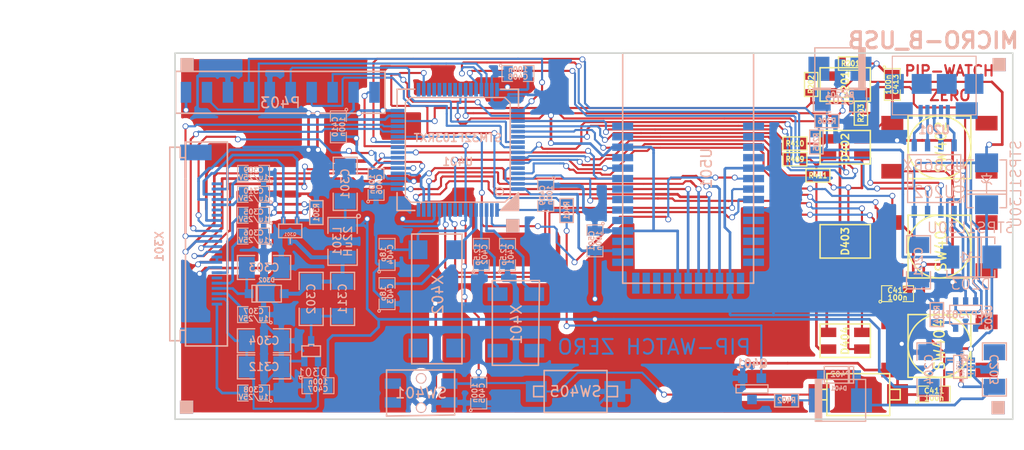
<source format=kicad_pcb>
(kicad_pcb (version 3) (host pcbnew "(2013-june-11)-stable")
  (title_block (title "PIP-WATCH ZERO") (rev HW02))
  (layers (15 F.Cu signal) (0 B.Cu signal) (18 B.Paste user) (19 F.Paste user) (20 B.SilkS user) (21 F.SilkS user) (22 B.Mask user) (23 F.Mask user hide) (28 Edge.Cuts user))
  (net 0 "")
  (net 1 "/BT Modem/BTM_ACTIVE")
  (net 2 "/BT Modem/BTM_CTS")
  (net 3 "/BT Modem/BTM_DSR")
  (net 4 "/BT Modem/BTM_DTR")
  (net 5 "/BT Modem/BTM_RESET")
  (net 6 "/BT Modem/BTM_RI")
  (net 7 "/BT Modem/BTM_RTS")
  (net 8 "/BT Modem/BTM_RXD")
  (net 9 "/BT Modem/BTM_TXD")
  (net 10 "/Battery and Power/CHARGEBLUE")
  (net 11 "/Battery and Power/CHARGESTAT")
  (net 12 "/Battery and Power/USBDM")
  (net 13 "/Battery and Power/USBDP")
  (net 14 "/Battery and Power/USBPOW")
  (net 15 "/Battery and Power/VBATSENSE")
  (net 16 /CPU/BTN1)
  (net 17 /CPU/BTN2)
  (net 18 /CPU/BTN3)
  (net 19 /CPU/EPD_BUSY)
  (net 20 /CPU/EPD_DC)
  (net 21 /CPU/EPD_NCS)
  (net 22 /CPU/EPD_NRES)
  (net 23 /CPU/EPD_SCLK)
  (net 24 /CPU/EPD_SDA)
  (net 25 /CPU/JTCK)
  (net 26 /CPU/JTDI)
  (net 27 /CPU/JTDO)
  (net 28 /CPU/JTMS)
  (net 29 /CPU/LED1A)
  (net 30 /CPU/LED2A)
  (net 31 /CPU/LED3A)
  (net 32 /CPU/LEDBK)
  (net 33 /CPU/LEDGK)
  (net 34 /CPU/LEDRK)
  (net 35 /CPU/MOT1)
  (net 36 /CPU/MOT1P)
  (net 37 /CPU/NJTRST)
  (net 38 /CPU/NRST)
  (net 39 /EP-Display/EPD_VDD)
  (net 40 /EP-Display/GDR)
  (net 41 /EP-Display/PREVGH)
  (net 42 /EP-Display/PREVGL)
  (net 43 /EP-Display/RESE)
  (net 44 /EP-Display/SW)
  (net 45 /EP-Display/VCOM)
  (net 46 /EP-Display/VGH)
  (net 47 /EP-Display/VGL)
  (net 48 /EP-Display/VSH)
  (net 49 /EP-Display/VSL)
  (net 50 3V3)
  (net 51 GND)
  (net 52 N-0000023)
  (net 53 N-0000025)
  (net 54 N-0000026)
  (net 55 N-0000027)
  (net 56 N-0000028)
  (net 57 N-0000029)
  (net 58 N-0000030)
  (net 59 N-0000031)
  (net 60 N-0000034)
  (net 61 N-0000035)
  (net 62 N-0000036)
  (net 63 N-0000037)
  (net 64 N-0000039)
  (net 65 N-0000040)
  (net 66 N-0000041)
  (net 67 N-0000042)
  (net 68 N-0000045)
  (net 69 N-0000060)
  (net 70 N-0000061)
  (net 71 N-0000087)
  (net 72 VPP)
  (module XTAL_CM309S (layer B.Cu) (at 139.85 89.5 270)
    (fp_text reference X402 (at -0.4 -0.1 270) (layer B.SilkS) (effects (justify mirror)))
    (fp_text value CM309S8.000MABJ hide)
    (pad 1 smd rect (at -4.7 -1.8 270) (size 1.8 1.8) (layers B.Cu B.Paste B.Mask) (net 69 N-0000060))
    (pad 2 smd rect (at 4.7 -1.8 270) (size 1.8 1.8) (layers B.Cu B.Paste B.Mask))
    (pad 3 smd rect (at 4.7 1.8 270) (size 1.8 1.8) (layers B.Cu B.Paste B.Mask))
    (pad 4 smd rect (at -4.7 1.8 270) (size 1.8 1.8) (layers B.Cu B.Paste B.Mask) (net 70 N-0000061))
  )
  (module XTAL_ABS25 (layer B.Cu) (at 147.35 91.75 270)
    (fp_text reference X401 (at 0.2 -0.1 270) (layer B.SilkS) (effects (justify mirror)))
    (fp_text value ABS25-32.768 hide)
    (pad 1 smd rect (at -2.7 -1.8 270) (size 1.3 1.9) (layers B.Cu B.Paste B.Mask) (net 61 N-0000035))
    (pad 2 smd rect (at 2.7 -1.8 270) (size 1.3 1.9) (layers B.Cu B.Paste B.Mask))
    (pad 3 smd rect (at 2.7 1.7 270) (size 1.3 1.9) (layers B.Cu B.Paste B.Mask))
    (pad 4 smd rect (at -2.7 1.7 270) (size 1.3 1.9) (layers B.Cu B.Paste B.Mask) (net 62 N-0000036))
  )
  (module WURTH_LED4SMD (layer F.Cu) (at 178.85 93.5)
    (fp_text reference D404 (at 0 0 90) (layer F.SilkS) (effects (font (size 0.7 0.7))))
    (fp_text value LED_RGB_AN hide)
    (pad 1 smd rect (at 1.6 -0.8) (size 1.5 0.9) (layers F.Cu F.Paste F.Mask) (net 31 /CPU/LED3A))
    (pad 2 smd rect (at 1.6 0.8) (size 1.5 0.9) (layers F.Cu F.Paste F.Mask) (net 65 N-0000040))
    (pad 3 smd rect (at -1.6 -0.8) (size 1.5 0.9) (layers F.Cu F.Paste F.Mask) (net 66 N-0000041))
    (pad 4 smd rect (at -1.6 0.8) (size 1.5 0.9) (layers F.Cu F.Paste F.Mask) (net 67 N-0000042))
  )
  (module WURTH_LED4SMD (layer F.Cu) (at 178.85 84)
    (fp_text reference D403 (at 0 0 90) (layer F.SilkS) (effects (font (size 0.7 0.7))))
    (fp_text value LED_RGB_AN hide)
    (pad 1 smd rect (at 1.6 -0.8) (size 1.5 0.9) (layers F.Cu F.Paste F.Mask) (net 30 /CPU/LED2A))
    (pad 2 smd rect (at 1.6 0.8) (size 1.5 0.9) (layers F.Cu F.Paste F.Mask) (net 65 N-0000040))
    (pad 3 smd rect (at -1.6 -0.8) (size 1.5 0.9) (layers F.Cu F.Paste F.Mask) (net 66 N-0000041))
    (pad 4 smd rect (at -1.6 0.8) (size 1.5 0.9) (layers F.Cu F.Paste F.Mask) (net 67 N-0000042))
  )
  (module WURTH_LED4SMD (layer F.Cu) (at 178.85 75)
    (fp_text reference D402 (at 0 0 90) (layer F.SilkS) (effects (font (size 0.7 0.7))))
    (fp_text value LED_RGB_AN hide)
    (pad 1 smd rect (at 1.6 -0.8) (size 1.5 0.9) (layers F.Cu F.Paste F.Mask) (net 29 /CPU/LED1A))
    (pad 2 smd rect (at 1.6 0.8) (size 1.5 0.9) (layers F.Cu F.Paste F.Mask) (net 65 N-0000040))
    (pad 3 smd rect (at -1.6 -0.8) (size 1.5 0.9) (layers F.Cu F.Paste F.Mask) (net 66 N-0000041))
    (pad 4 smd rect (at -1.6 0.8) (size 1.5 0.9) (layers F.Cu F.Paste F.Mask) (net 67 N-0000042))
  )
  (module WURTH_LED4SMD (layer F.Cu) (at 178.85 69)
    (fp_text reference D201 (at 0 0.05 90) (layer F.SilkS) (effects (font (size 0.7 0.7))))
    (fp_text value LED_RGB_AN hide)
    (pad 1 smd rect (at 1.6 -0.8) (size 1.5 0.9) (layers F.Cu F.Paste F.Mask) (net 14 "/Battery and Power/USBPOW"))
    (pad 2 smd rect (at 1.6 0.8) (size 1.5 0.9) (layers F.Cu F.Paste F.Mask) (net 55 N-0000027))
    (pad 3 smd rect (at -1.6 -0.8) (size 1.5 0.9) (layers F.Cu F.Paste F.Mask) (net 54 N-0000026))
    (pad 4 smd rect (at -1.6 0.8) (size 1.5 0.9) (layers F.Cu F.Paste F.Mask) (net 53 N-0000025))
  )
  (module sot323-5 (layer B.Cu) (at 189.85 96 270)
    (fp_text reference U204 (at 0 0.20066 270) (layer B.SilkS) (effects (font (size 0.29972 0.29972) (thickness 0.06096)) (justify mirror)))
    (fp_text value LD59015C33R (at 0 -0.20066 270) (layer B.SilkS) (effects (font (size 0.29972 0.29972) (thickness 0.06096)) (justify mirror)))
    (pad 1 smd rect (at -0.65024 -1.00076 270) (size 0.50038 0.8001) (layers B.Cu B.Paste B.Mask) (net 72 VPP))
    (pad 3 smd rect (at 0.65024 -1.00076 270) (size 0.50038 0.8001) (layers B.Cu B.Paste B.Mask) (net 72 VPP))
    (pad 2 smd rect (at 0 -1.00076 270) (size 0.50038 0.8001) (layers B.Cu B.Paste B.Mask) (net 51 GND))
    (pad 4 smd rect (at 0.65024 1.00076 270) (size 0.50038 0.8001) (layers B.Cu B.Paste B.Mask))
    (pad 5 smd rect (at -0.65024 1.00076 270) (size 0.50038 0.8001) (layers B.Cu B.Paste B.Mask) (net 50 3V3))
  )
  (module SOT323 (layer B.Cu) (at 127.85 94.5)
    (fp_text reference D301 (at 0.127 2.032) (layer B.SilkS) (effects (font (size 0.762 0.762) (thickness 0.09906)) (justify mirror)))
    (fp_text value BAT30SWFILM hide)
    (pad 2 smd rect (at -0.65024 0.94996) (size 0.59944 1.00076) (layers B.Cu B.Paste B.Mask) (net 51 GND))
    (pad 1 smd rect (at 0.65024 0.94996) (size 0.59944 1.00076) (layers B.Cu B.Paste B.Mask) (net 42 /EP-Display/PREVGL))
    (pad 3 smd rect (at 0 -0.94996) (size 0.59944 1.00076) (layers B.Cu B.Paste B.Mask) (net 71 N-0000087))
  )
  (module SOT23EBC (layer B.Cu) (at 169.95 98.1 180)
    (fp_text reference Q401 (at 0 2.413 180) (layer B.SilkS) (effects (font (size 0.762 0.762) (thickness 0.2032)) (justify mirror)))
    (fp_text value BC849 hide)
    (pad 1 smd rect (at -0.889 1.016 180) (size 0.9144 0.9144) (layers B.Cu B.Paste B.Mask) (net 63 N-0000037))
    (pad 2 smd rect (at 0.889 1.016 180) (size 0.9144 0.9144) (layers B.Cu B.Paste B.Mask) (net 51 GND))
    (pad 3 smd rect (at 0 -1.016 180) (size 0.9144 0.9144) (layers B.Cu B.Paste B.Mask) (net 68 N-0000045))
  )
  (module SOT23-5 (layer B.Cu) (at 190.35 91)
    (fp_text reference U203 (at 2.19964 0.29972 270) (layer B.SilkS) (effects (font (size 0.635 0.635) (thickness 0.127)) (justify mirror)))
    (fp_text value MCP73831 (at 0 0) (layer B.SilkS) (effects (font (size 0.635 0.635) (thickness 0.127)) (justify mirror)))
    (pad 1 smd rect (at -0.9525 -1.27) (size 0.508 0.762) (layers B.Cu B.Paste B.Mask) (net 11 "/Battery and Power/CHARGESTAT"))
    (pad 3 smd rect (at 0.9525 -1.27) (size 0.508 0.762) (layers B.Cu B.Paste B.Mask) (net 60 N-0000034))
    (pad 5 smd rect (at -0.9525 1.27) (size 0.508 0.762) (layers B.Cu B.Paste B.Mask) (net 52 N-0000023))
    (pad 2 smd rect (at 0 -1.27) (size 0.508 0.762) (layers B.Cu B.Paste B.Mask) (net 51 GND))
    (pad 4 smd rect (at 0.9525 1.27) (size 0.508 0.762) (layers B.Cu B.Paste B.Mask) (net 14 "/Battery and Power/USBPOW"))
  )
  (module sod123 (layer B.Cu) (at 123.6 89 180)
    (fp_text reference D302 (at 0 1.30048 180) (layer B.SilkS) (effects (font (size 0.4 0.4) (thickness 0.1)) (justify mirror)))
    (fp_text value MBR0530 hide)
    (pad 2 smd rect (at 1.67386 0 180) (size 0.8509 0.8509) (layers B.Cu B.Paste B.Mask) (net 41 /EP-Display/PREVGH))
    (pad 1 smd rect (at -1.67386 0 180) (size 0.8509 0.8509) (layers B.Cu B.Paste B.Mask) (net 44 /EP-Display/SW))
  )
  (module sod123 (layer B.Cu) (at 178.25 96.75)
    (fp_text reference D401 (at 0 1.30048) (layer B.SilkS) (effects (font (size 0.4 0.4) (thickness 0.1)) (justify mirror)))
    (fp_text value MBR0530 hide)
    (pad 2 smd rect (at 1.67386 0) (size 0.8509 0.8509) (layers B.Cu B.Paste B.Mask) (net 72 VPP))
    (pad 1 smd rect (at -1.67386 0) (size 0.8509 0.8509) (layers B.Cu B.Paste B.Mask) (net 36 /CPU/MOT1P))
  )
  (module SO8N (layer B.Cu) (at 187.35 78)
    (fp_text reference U202 (at 0 1.27) (layer B.SilkS) (effects (font (size 1.143 1.016) (thickness 0.127)) (justify mirror)))
    (fp_text value USB6BX (at 0 -1.27) (layer B.SilkS) (effects (font (size 1.016 1.016) (thickness 0.127)) (justify mirror)))
    (pad 8 smd rect (at -1.905 3.175) (size 0.508 1.143) (layers B.Cu B.Paste B.Mask) (net 14 "/Battery and Power/USBPOW"))
    (pad 7 smd rect (at -0.635 3.175) (size 0.508 1.143) (layers B.Cu B.Paste B.Mask) (net 12 "/Battery and Power/USBDM"))
    (pad 6 smd rect (at 0.635 3.175) (size 0.508 1.143) (layers B.Cu B.Paste B.Mask) (net 13 "/Battery and Power/USBDP"))
    (pad 5 smd rect (at 1.905 3.175) (size 0.508 1.143) (layers B.Cu B.Paste B.Mask) (net 51 GND))
    (pad 4 smd rect (at 1.905 -3.175) (size 0.508 1.143) (layers B.Cu B.Paste B.Mask) (net 59 N-0000031))
    (pad 3 smd rect (at 0.635 -3.175) (size 0.508 1.143) (layers B.Cu B.Paste B.Mask) (net 56 N-0000028))
    (pad 2 smd rect (at -0.635 -3.175) (size 0.508 1.143) (layers B.Cu B.Paste B.Mask) (net 57 N-0000029))
    (pad 1 smd rect (at -1.905 -3.175) (size 0.508 1.143) (layers B.Cu B.Paste B.Mask) (net 58 N-0000030))
  )
  (module SM1210 (layer B.Cu) (at 130.85 84 270)
    (fp_text reference L301 (at 0 0.508 270) (layer B.SilkS) (effects (font (size 0.762 0.762) (thickness 0.127)) (justify mirror)))
    (fp_text value 22uH (at 0 -0.508 270) (layer B.SilkS) (effects (font (size 0.762 0.762) (thickness 0.127)) (justify mirror)))
    (pad 1 smd rect (at -1.524 0 270) (size 1.27 2.54) (layers B.Cu B.Paste B.Mask) (net 50 3V3))
    (pad 2 smd rect (at 1.524 0 270) (size 1.27 2.54) (layers B.Cu B.Paste B.Mask) (net 44 /EP-Display/SW))
  )
  (module SM1206 (layer B.Cu) (at 178.35 70.5)
    (fp_text reference C202 (at 0 0) (layer B.SilkS) (effects (font (size 0.762 0.762) (thickness 0.127)) (justify mirror)))
    (fp_text value 4u7 hide)
    (pad 1 smd rect (at -1.651 0) (size 1.524 2.032) (layers B.Cu B.Paste B.Mask) (net 60 N-0000034))
    (pad 2 smd rect (at 1.651 0) (size 1.524 2.032) (layers B.Cu B.Paste B.Mask) (net 51 GND))
  )
  (module SM1206 (layer B.Cu) (at 131.1 78.5 90)
    (fp_text reference C301 (at 0 0 90) (layer B.SilkS) (effects (font (size 0.762 0.762) (thickness 0.127)) (justify mirror)))
    (fp_text value 4u7 hide)
    (pad 1 smd rect (at -1.651 0 90) (size 1.524 2.032) (layers B.Cu B.Paste B.Mask) (net 50 3V3))
    (pad 2 smd rect (at 1.651 0 90) (size 1.524 2.032) (layers B.Cu B.Paste B.Mask) (net 51 GND))
  )
  (module SM1206 (layer B.Cu) (at 185.85 86 270)
    (fp_text reference C201 (at 0 0 270) (layer B.SilkS) (effects (font (size 0.762 0.762) (thickness 0.127)) (justify mirror)))
    (fp_text value 4u7 hide)
    (pad 1 smd rect (at -1.651 0 270) (size 1.524 2.032) (layers B.Cu B.Paste B.Mask) (net 14 "/Battery and Power/USBPOW"))
    (pad 2 smd rect (at 1.651 0 270) (size 1.524 2.032) (layers B.Cu B.Paste B.Mask) (net 51 GND))
  )
  (module SM1206 (layer B.Cu) (at 123.35 86.5)
    (fp_text reference C303 (at 0 0) (layer B.SilkS) (effects (font (size 0.762 0.762) (thickness 0.127)) (justify mirror)))
    (fp_text value 1u/50V hide)
    (pad 1 smd rect (at -1.651 0) (size 1.524 2.032) (layers B.Cu B.Paste B.Mask) (net 41 /EP-Display/PREVGH))
    (pad 2 smd rect (at 1.651 0) (size 1.524 2.032) (layers B.Cu B.Paste B.Mask) (net 51 GND))
  )
  (module SM1206 (layer B.Cu) (at 127.85 89.5 270)
    (fp_text reference C302 (at 0 0 270) (layer B.SilkS) (effects (font (size 0.762 0.762) (thickness 0.127)) (justify mirror)))
    (fp_text value 1u/50V hide)
    (pad 1 smd rect (at -1.651 0 270) (size 1.524 2.032) (layers B.Cu B.Paste B.Mask) (net 44 /EP-Display/SW))
    (pad 2 smd rect (at 1.651 0 270) (size 1.524 2.032) (layers B.Cu B.Paste B.Mask) (net 71 N-0000087))
  )
  (module SM1206 (layer B.Cu) (at 123.35 93.5)
    (fp_text reference C304 (at 0 0) (layer B.SilkS) (effects (font (size 0.762 0.762) (thickness 0.127)) (justify mirror)))
    (fp_text value 1u/50V hide)
    (pad 1 smd rect (at -1.651 0) (size 1.524 2.032) (layers B.Cu B.Paste B.Mask) (net 42 /EP-Display/PREVGL))
    (pad 2 smd rect (at 1.651 0) (size 1.524 2.032) (layers B.Cu B.Paste B.Mask) (net 51 GND))
  )
  (module SM1206 (layer B.Cu) (at 130.85 89.5 270)
    (fp_text reference C311 (at 0 0 270) (layer B.SilkS) (effects (font (size 0.762 0.762) (thickness 0.127)) (justify mirror)))
    (fp_text value 1u/50V hide)
    (pad 1 smd rect (at -1.651 0 270) (size 1.524 2.032) (layers B.Cu B.Paste B.Mask) (net 44 /EP-Display/SW))
    (pad 2 smd rect (at 1.651 0 270) (size 1.524 2.032) (layers B.Cu B.Paste B.Mask) (net 71 N-0000087))
  )
  (module SM1206 (layer B.Cu) (at 123.35 96)
    (fp_text reference C312 (at 0 0) (layer B.SilkS) (effects (font (size 0.762 0.762) (thickness 0.127)) (justify mirror)))
    (fp_text value 1u/50V hide)
    (pad 1 smd rect (at -1.651 0) (size 1.524 2.032) (layers B.Cu B.Paste B.Mask) (net 42 /EP-Display/PREVGL))
    (pad 2 smd rect (at 1.651 0) (size 1.524 2.032) (layers B.Cu B.Paste B.Mask) (net 51 GND))
  )
  (module SM1206 (layer B.Cu) (at 193.1 96.25 90)
    (fp_text reference C203 (at 0 0 90) (layer B.SilkS) (effects (font (size 0.762 0.762) (thickness 0.127)) (justify mirror)))
    (fp_text value 4u7 hide)
    (pad 1 smd rect (at -1.651 0 90) (size 1.524 2.032) (layers B.Cu B.Paste B.Mask) (net 72 VPP))
    (pad 2 smd rect (at 1.651 0 90) (size 1.524 2.032) (layers B.Cu B.Paste B.Mask) (net 51 GND))
  )
  (module SM1206 (layer B.Cu) (at 186.85 96.25 90)
    (fp_text reference C204 (at 0 0 90) (layer B.SilkS) (effects (font (size 0.762 0.762) (thickness 0.127)) (justify mirror)))
    (fp_text value 4u7 hide)
    (pad 1 smd rect (at -1.651 0 90) (size 1.524 2.032) (layers B.Cu B.Paste B.Mask) (net 50 3V3))
    (pad 2 smd rect (at 1.651 0 90) (size 1.524 2.032) (layers B.Cu B.Paste B.Mask) (net 51 GND))
  )
  (module SM0805 (layer B.Cu) (at 144.1 85.25 90)
    (fp_text reference C402 (at 0 0.3175 90) (layer B.SilkS) (effects (font (size 0.50038 0.50038) (thickness 0.10922)) (justify mirror)))
    (fp_text value 12.5p (at 0 -0.381 90) (layer B.SilkS) (effects (font (size 0.50038 0.50038) (thickness 0.10922)) (justify mirror)))
    (pad 1 smd rect (at -0.9525 0 90) (size 0.889 1.397) (layers B.Cu B.Paste B.Mask) (net 51 GND))
    (pad 2 smd rect (at 0.9525 0 90) (size 0.889 1.397) (layers B.Cu B.Paste B.Mask) (net 62 N-0000036))
  )
  (module SM0805 (layer B.Cu) (at 146.6 85.25 90)
    (fp_text reference C401 (at 0 0.3175 90) (layer B.SilkS) (effects (font (size 0.50038 0.50038) (thickness 0.10922)) (justify mirror)))
    (fp_text value 12.5p (at 0 -0.381 90) (layer B.SilkS) (effects (font (size 0.50038 0.50038) (thickness 0.10922)) (justify mirror)))
    (pad 1 smd rect (at -0.9525 0 90) (size 0.889 1.397) (layers B.Cu B.Paste B.Mask) (net 51 GND))
    (pad 2 smd rect (at 0.9525 0 90) (size 0.889 1.397) (layers B.Cu B.Paste B.Mask) (net 61 N-0000035))
  )
  (module SM0805 (layer B.Cu) (at 154.95 83.95 270)
    (fp_text reference C501 (at 0 0.3175 270) (layer B.SilkS) (effects (font (size 0.50038 0.50038) (thickness 0.10922)) (justify mirror)))
    (fp_text value 100n (at 0 -0.381 270) (layer B.SilkS) (effects (font (size 0.50038 0.50038) (thickness 0.10922)) (justify mirror)))
    (pad 1 smd rect (at -0.9525 0 270) (size 0.889 1.397) (layers B.Cu B.Paste B.Mask) (net 51 GND))
    (pad 2 smd rect (at 0.9525 0 270) (size 0.889 1.397) (layers B.Cu B.Paste B.Mask) (net 50 3V3))
  )
  (module SM0805 (layer B.Cu) (at 135.1 85.25 90)
    (fp_text reference C404 (at 0 0.3175 90) (layer B.SilkS) (effects (font (size 0.50038 0.50038) (thickness 0.10922)) (justify mirror)))
    (fp_text value 18p (at 0 -0.381 90) (layer B.SilkS) (effects (font (size 0.50038 0.50038) (thickness 0.10922)) (justify mirror)))
    (pad 1 smd rect (at -0.9525 0 90) (size 0.889 1.397) (layers B.Cu B.Paste B.Mask) (net 51 GND))
    (pad 2 smd rect (at 0.9525 0 90) (size 0.889 1.397) (layers B.Cu B.Paste B.Mask) (net 70 N-0000061))
  )
  (module SM0805 (layer B.Cu) (at 135.1 89 90)
    (fp_text reference C403 (at 0 0.3175 90) (layer B.SilkS) (effects (font (size 0.50038 0.50038) (thickness 0.10922)) (justify mirror)))
    (fp_text value 18p (at 0 -0.381 90) (layer B.SilkS) (effects (font (size 0.50038 0.50038) (thickness 0.10922)) (justify mirror)))
    (pad 1 smd rect (at -0.9525 0 90) (size 0.889 1.397) (layers B.Cu B.Paste B.Mask) (net 51 GND))
    (pad 2 smd rect (at 0.9525 0 90) (size 0.889 1.397) (layers B.Cu B.Paste B.Mask) (net 69 N-0000060))
  )
  (module SM0805 (layer B.Cu) (at 143.85 98.5 90)
    (fp_text reference C405 (at 0 0.3175 90) (layer B.SilkS) (effects (font (size 0.50038 0.50038) (thickness 0.10922)) (justify mirror)))
    (fp_text value 100n (at 0 -0.381 90) (layer B.SilkS) (effects (font (size 0.50038 0.50038) (thickness 0.10922)) (justify mirror)))
    (pad 1 smd rect (at -0.9525 0 90) (size 0.889 1.397) (layers B.Cu B.Paste B.Mask) (net 51 GND))
    (pad 2 smd rect (at 0.9525 0 90) (size 0.889 1.397) (layers B.Cu B.Paste B.Mask) (net 38 /CPU/NRST))
  )
  (module SM0805 (layer B.Cu) (at 134.05 78.55 90)
    (fp_text reference C406 (at 0 0.3175 90) (layer B.SilkS) (effects (font (size 0.50038 0.50038) (thickness 0.10922)) (justify mirror)))
    (fp_text value 100n (at 0 -0.381 90) (layer B.SilkS) (effects (font (size 0.50038 0.50038) (thickness 0.10922)) (justify mirror)))
    (pad 1 smd rect (at -0.9525 0 90) (size 0.889 1.397) (layers B.Cu B.Paste B.Mask) (net 51 GND))
    (pad 2 smd rect (at 0.9525 0 90) (size 0.889 1.397) (layers B.Cu B.Paste B.Mask) (net 50 3V3))
  )
  (module SM0805 (layer B.Cu) (at 128.5 97.8)
    (fp_text reference C407 (at 0 0.3175) (layer B.SilkS) (effects (font (size 0.50038 0.50038) (thickness 0.10922)) (justify mirror)))
    (fp_text value 100n (at 0 -0.381) (layer B.SilkS) (effects (font (size 0.50038 0.50038) (thickness 0.10922)) (justify mirror)))
    (pad 1 smd rect (at -0.9525 0) (size 0.889 1.397) (layers B.Cu B.Paste B.Mask) (net 51 GND))
    (pad 2 smd rect (at 0.9525 0) (size 0.889 1.397) (layers B.Cu B.Paste B.Mask) (net 50 3V3))
  )
  (module SM0805 (layer B.Cu) (at 147.6 67.95)
    (fp_text reference C408 (at 0 0.3175) (layer B.SilkS) (effects (font (size 0.50038 0.50038) (thickness 0.10922)) (justify mirror)))
    (fp_text value 100n (at 0 -0.381) (layer B.SilkS) (effects (font (size 0.50038 0.50038) (thickness 0.10922)) (justify mirror)))
    (pad 1 smd rect (at -0.9525 0) (size 0.889 1.397) (layers B.Cu B.Paste B.Mask) (net 51 GND))
    (pad 2 smd rect (at 0.9525 0) (size 0.889 1.397) (layers B.Cu B.Paste B.Mask) (net 50 3V3))
  )
  (module SM0805 (layer B.Cu) (at 150.25 79.6 270)
    (fp_text reference C409 (at 0 0.3175 270) (layer B.SilkS) (effects (font (size 0.50038 0.50038) (thickness 0.10922)) (justify mirror)))
    (fp_text value 100n (at 0 -0.381 270) (layer B.SilkS) (effects (font (size 0.50038 0.50038) (thickness 0.10922)) (justify mirror)))
    (pad 1 smd rect (at -0.9525 0 270) (size 0.889 1.397) (layers B.Cu B.Paste B.Mask) (net 51 GND))
    (pad 2 smd rect (at 0.9525 0 270) (size 0.889 1.397) (layers B.Cu B.Paste B.Mask) (net 50 3V3))
  )
  (module SM0805 (layer B.Cu) (at 130.45 73.05 270)
    (fp_text reference C410 (at 0 0.3175 270) (layer B.SilkS) (effects (font (size 0.50038 0.50038) (thickness 0.10922)) (justify mirror)))
    (fp_text value 100n (at 0 -0.381 270) (layer B.SilkS) (effects (font (size 0.50038 0.50038) (thickness 0.10922)) (justify mirror)))
    (pad 1 smd rect (at -0.9525 0 270) (size 0.889 1.397) (layers B.Cu B.Paste B.Mask) (net 51 GND))
    (pad 2 smd rect (at 0.9525 0 270) (size 0.889 1.397) (layers B.Cu B.Paste B.Mask) (net 50 3V3))
  )
  (module SM0805 (layer F.Cu) (at 183.35 69 270)
    (fp_text reference C413 (at 0 -0.3175 270) (layer F.SilkS) (effects (font (size 0.50038 0.50038) (thickness 0.10922))))
    (fp_text value 100n (at 0 0.381 270) (layer F.SilkS) (effects (font (size 0.50038 0.50038) (thickness 0.10922))))
    (pad 1 smd rect (at -0.9525 0 270) (size 0.889 1.397) (layers F.Cu F.Paste F.Mask) (net 51 GND))
    (pad 2 smd rect (at 0.9525 0 270) (size 0.889 1.397) (layers F.Cu F.Paste F.Mask) (net 16 /CPU/BTN1))
  )
  (module SM0805 (layer F.Cu) (at 183.85 89)
    (fp_text reference C412 (at 0 -0.3175) (layer F.SilkS) (effects (font (size 0.50038 0.50038) (thickness 0.10922))))
    (fp_text value 100n (at 0 0.381) (layer F.SilkS) (effects (font (size 0.50038 0.50038) (thickness 0.10922))))
    (pad 1 smd rect (at -0.9525 0) (size 0.889 1.397) (layers F.Cu F.Paste F.Mask) (net 51 GND))
    (pad 2 smd rect (at 0.9525 0) (size 0.889 1.397) (layers F.Cu F.Paste F.Mask) (net 17 /CPU/BTN2))
  )
  (module SM0805 (layer F.Cu) (at 187.35 98.6)
    (fp_text reference C411 (at 0 -0.3175) (layer F.SilkS) (effects (font (size 0.50038 0.50038) (thickness 0.10922))))
    (fp_text value 100n (at 0 0.381) (layer F.SilkS) (effects (font (size 0.50038 0.50038) (thickness 0.10922))))
    (pad 1 smd rect (at -0.9525 0) (size 0.889 1.397) (layers F.Cu F.Paste F.Mask) (net 51 GND))
    (pad 2 smd rect (at 0.9525 0) (size 0.889 1.397) (layers F.Cu F.Paste F.Mask) (net 18 /CPU/BTN3))
  )
  (module SM0805 (layer B.Cu) (at 122.35 98.5 180)
    (fp_text reference C308 (at 0 0.3175 180) (layer B.SilkS) (effects (font (size 0.50038 0.50038) (thickness 0.10922)) (justify mirror)))
    (fp_text value 1u/25V (at 0 -0.381 180) (layer B.SilkS) (effects (font (size 0.50038 0.50038) (thickness 0.10922)) (justify mirror)))
    (pad 1 smd rect (at -0.9525 0 180) (size 0.889 1.397) (layers B.Cu B.Paste B.Mask) (net 51 GND))
    (pad 2 smd rect (at 0.9525 0 180) (size 0.889 1.397) (layers B.Cu B.Paste B.Mask) (net 45 /EP-Display/VCOM))
  )
  (module SM0805 (layer B.Cu) (at 122.35 77.5 180)
    (fp_text reference C309 (at 0 0.3175 180) (layer B.SilkS) (effects (font (size 0.50038 0.50038) (thickness 0.10922)) (justify mirror)))
    (fp_text value 1u/25V (at 0 -0.381 180) (layer B.SilkS) (effects (font (size 0.50038 0.50038) (thickness 0.10922)) (justify mirror)))
    (pad 1 smd rect (at -0.9525 0 180) (size 0.889 1.397) (layers B.Cu B.Paste B.Mask) (net 51 GND))
    (pad 2 smd rect (at 0.9525 0 180) (size 0.889 1.397) (layers B.Cu B.Paste B.Mask) (net 47 /EP-Display/VGL))
  )
  (module SM0805 (layer B.Cu) (at 122.35 79.5 180)
    (fp_text reference C310 (at 0 0.3175 180) (layer B.SilkS) (effects (font (size 0.50038 0.50038) (thickness 0.10922)) (justify mirror)))
    (fp_text value 1u/25V (at 0 -0.381 180) (layer B.SilkS) (effects (font (size 0.50038 0.50038) (thickness 0.10922)) (justify mirror)))
    (pad 1 smd rect (at -0.9525 0 180) (size 0.889 1.397) (layers B.Cu B.Paste B.Mask) (net 51 GND))
    (pad 2 smd rect (at 0.9525 0 180) (size 0.889 1.397) (layers B.Cu B.Paste B.Mask) (net 46 /EP-Display/VGH))
  )
  (module SM0805 (layer B.Cu) (at 122.35 91 180)
    (fp_text reference C307 (at 0 0.3175 180) (layer B.SilkS) (effects (font (size 0.50038 0.50038) (thickness 0.10922)) (justify mirror)))
    (fp_text value 1u/25V (at 0 -0.381 180) (layer B.SilkS) (effects (font (size 0.50038 0.50038) (thickness 0.10922)) (justify mirror)))
    (pad 1 smd rect (at -0.9525 0 180) (size 0.889 1.397) (layers B.Cu B.Paste B.Mask) (net 51 GND))
    (pad 2 smd rect (at 0.9525 0 180) (size 0.889 1.397) (layers B.Cu B.Paste B.Mask) (net 49 /EP-Display/VSL))
  )
  (module SM0805 (layer B.Cu) (at 122.35 83.5 180)
    (fp_text reference C306 (at 0 0.3175 180) (layer B.SilkS) (effects (font (size 0.50038 0.50038) (thickness 0.10922)) (justify mirror)))
    (fp_text value 1u/25V (at 0 -0.381 180) (layer B.SilkS) (effects (font (size 0.50038 0.50038) (thickness 0.10922)) (justify mirror)))
    (pad 1 smd rect (at -0.9525 0 180) (size 0.889 1.397) (layers B.Cu B.Paste B.Mask) (net 51 GND))
    (pad 2 smd rect (at 0.9525 0 180) (size 0.889 1.397) (layers B.Cu B.Paste B.Mask) (net 48 /EP-Display/VSH))
  )
  (module SM0805 (layer B.Cu) (at 122.35 81.5 180)
    (fp_text reference C305 (at 0 0.3175 180) (layer B.SilkS) (effects (font (size 0.50038 0.50038) (thickness 0.10922)) (justify mirror)))
    (fp_text value 1u/25V (at 0 -0.381 180) (layer B.SilkS) (effects (font (size 0.50038 0.50038) (thickness 0.10922)) (justify mirror)))
    (pad 1 smd rect (at -0.9525 0 180) (size 0.889 1.397) (layers B.Cu B.Paste B.Mask) (net 51 GND))
    (pad 2 smd rect (at 0.9525 0 180) (size 0.889 1.397) (layers B.Cu B.Paste B.Mask) (net 39 /EP-Display/EPD_VDD))
  )
  (module SM0603 (layer F.Cu) (at 174.05 74.65)
    (fp_text reference R410 (at 0 0) (layer F.SilkS) (effects (font (size 0.508 0.4572) (thickness 0.1143))))
    (fp_text value 470 hide)
    (pad 1 smd rect (at -0.762 0) (size 0.635 1.143) (layers F.Cu F.Paste F.Mask) (net 34 /CPU/LEDRK))
    (pad 2 smd rect (at 0.762 0) (size 0.635 1.143) (layers F.Cu F.Paste F.Mask) (net 66 N-0000041))
  )
  (module SM0603 (layer B.Cu) (at 176.1 74.5 90)
    (fp_text reference R205 (at 0 0 90) (layer B.SilkS) (effects (font (size 0.508 0.4572) (thickness 0.1143)) (justify mirror)))
    (fp_text value 47k hide)
    (pad 1 smd rect (at -0.762 0 90) (size 0.635 1.143) (layers B.Cu B.Paste B.Mask) (net 60 N-0000034))
    (pad 2 smd rect (at 0.762 0 90) (size 0.635 1.143) (layers B.Cu B.Paste B.Mask) (net 15 "/Battery and Power/VBATSENSE"))
  )
  (module SM0603 (layer B.Cu) (at 177.1 72.5)
    (fp_text reference R206 (at 0 0) (layer B.SilkS) (effects (font (size 0.508 0.4572) (thickness 0.1143)) (justify mirror)))
    (fp_text value 47k hide)
    (pad 1 smd rect (at -0.762 0) (size 0.635 1.143) (layers B.Cu B.Paste B.Mask) (net 15 "/Battery and Power/VBATSENSE"))
    (pad 2 smd rect (at 0.762 0) (size 0.635 1.143) (layers B.Cu B.Paste B.Mask) (net 51 GND))
  )
  (module SM0603 (layer F.Cu) (at 179.35 67)
    (fp_text reference R201 (at 0 0) (layer F.SilkS) (effects (font (size 0.508 0.4572) (thickness 0.1143))))
    (fp_text value 470 hide)
    (pad 1 smd rect (at -0.762 0) (size 0.635 1.143) (layers F.Cu F.Paste F.Mask) (net 53 N-0000025))
    (pad 2 smd rect (at 0.762 0) (size 0.635 1.143) (layers F.Cu F.Paste F.Mask) (net 51 GND))
  )
  (module SM0603 (layer F.Cu) (at 175.6 69 270)
    (fp_text reference R202 (at 0 0 270) (layer F.SilkS) (effects (font (size 0.508 0.4572) (thickness 0.1143))))
    (fp_text value 330 hide)
    (pad 1 smd rect (at -0.762 0 270) (size 0.635 1.143) (layers F.Cu F.Paste F.Mask) (net 54 N-0000026))
    (pad 2 smd rect (at 0.762 0 270) (size 0.635 1.143) (layers F.Cu F.Paste F.Mask) (net 11 "/Battery and Power/CHARGESTAT"))
  )
  (module SM0603 (layer F.Cu) (at 180.35 71.75 270)
    (fp_text reference R203 (at 0 0 270) (layer F.SilkS) (effects (font (size 0.508 0.4572) (thickness 0.1143))))
    (fp_text value 330 hide)
    (pad 1 smd rect (at -0.762 0 270) (size 0.635 1.143) (layers F.Cu F.Paste F.Mask) (net 55 N-0000027))
    (pad 2 smd rect (at 0.762 0 270) (size 0.635 1.143) (layers F.Cu F.Paste F.Mask) (net 10 "/Battery and Power/CHARGEBLUE"))
  )
  (module SM0603 (layer B.Cu) (at 173.25 99.2 180)
    (fp_text reference R402 (at 0 0 180) (layer B.SilkS) (effects (font (size 0.508 0.4572) (thickness 0.1143)) (justify mirror)))
    (fp_text value 33R hide)
    (pad 1 smd rect (at -0.762 0 180) (size 0.635 1.143) (layers B.Cu B.Paste B.Mask) (net 36 /CPU/MOT1P))
    (pad 2 smd rect (at 0.762 0 180) (size 0.635 1.143) (layers B.Cu B.Paste B.Mask) (net 68 N-0000045))
  )
  (module SM0603 (layer B.Cu) (at 152.25 81.05 270)
    (fp_text reference R401 (at 0 0 270) (layer B.SilkS) (effects (font (size 0.508 0.4572) (thickness 0.1143)) (justify mirror)))
    (fp_text value 4k7 hide)
    (pad 1 smd rect (at -0.762 0 270) (size 0.635 1.143) (layers B.Cu B.Paste B.Mask) (net 35 /CPU/MOT1))
    (pad 2 smd rect (at 0.762 0 270) (size 0.635 1.143) (layers B.Cu B.Paste B.Mask) (net 63 N-0000037))
  )
  (module SM0603 (layer F.Cu) (at 174.05 76.15)
    (fp_text reference R409 (at 0 0) (layer F.SilkS) (effects (font (size 0.508 0.4572) (thickness 0.1143))))
    (fp_text value 330 hide)
    (pad 1 smd rect (at -0.762 0) (size 0.635 1.143) (layers F.Cu F.Paste F.Mask) (net 33 /CPU/LEDGK))
    (pad 2 smd rect (at 0.762 0) (size 0.635 1.143) (layers F.Cu F.Paste F.Mask) (net 67 N-0000042))
  )
  (module SM0603 (layer F.Cu) (at 176.25 77.7)
    (fp_text reference R411 (at 0 0) (layer F.SilkS) (effects (font (size 0.508 0.4572) (thickness 0.1143))))
    (fp_text value 330 hide)
    (pad 1 smd rect (at -0.762 0) (size 0.635 1.143) (layers F.Cu F.Paste F.Mask) (net 32 /CPU/LEDBK))
    (pad 2 smd rect (at 0.762 0) (size 0.635 1.143) (layers F.Cu F.Paste F.Mask) (net 65 N-0000040))
  )
  (module SM0603 (layer B.Cu) (at 128.35 81.25 90)
    (fp_text reference R301 (at 0 0 90) (layer B.SilkS) (effects (font (size 0.508 0.4572) (thickness 0.1143)) (justify mirror)))
    (fp_text value 3R hide)
    (pad 1 smd rect (at -0.762 0 90) (size 0.635 1.143) (layers B.Cu B.Paste B.Mask) (net 43 /EP-Display/RESE))
    (pad 2 smd rect (at 0.762 0 90) (size 0.635 1.143) (layers B.Cu B.Paste B.Mask) (net 51 GND))
  )
  (module SM0603 (layer B.Cu) (at 187.6 91 90)
    (fp_text reference R204 (at 0 0 90) (layer B.SilkS) (effects (font (size 0.508 0.4572) (thickness 0.1143)) (justify mirror)))
    (fp_text value 10k hide)
    (pad 1 smd rect (at -0.762 0 90) (size 0.635 1.143) (layers B.Cu B.Paste B.Mask) (net 52 N-0000023))
    (pad 2 smd rect (at 0.762 0 90) (size 0.635 1.143) (layers B.Cu B.Paste B.Mask) (net 51 GND))
  )
  (module sc70 (layer B.Cu) (at 125.85 83)
    (fp_text reference Q301 (at 0 0.3302) (layer B.SilkS) (effects (font (size 0.29972 0.29972) (thickness 0.06096)) (justify mirror)))
    (fp_text value Si1304BDL hide)
    (pad 1 smd rect (at -0.6604 -1.016) (size 0.4572 0.7112) (layers B.Cu B.Paste B.Mask) (net 40 /EP-Display/GDR))
    (pad 3 smd rect (at 0.6604 -1.016) (size 0.4572 0.7112) (layers B.Cu B.Paste B.Mask) (net 43 /EP-Display/RESE))
    (pad 2 smd rect (at 0 1.016) (size 0.4572 0.7112) (layers B.Cu B.Paste B.Mask) (net 44 /EP-Display/SW))
  )
  (module PUSH_SMD_TL1014 (layer B.Cu) (at 138.35 98.5 180)
    (fp_text reference SW401 (at 0 0 180) (layer B.SilkS) (effects (justify mirror)))
    (fp_text value TL1014BF180QG hide)
    (pad 1 smd rect (at -2.7 -0.9 180) (size 1.55 1) (layers B.Cu B.Paste B.Mask) (net 51 GND))
    (pad 2 smd rect (at -2.7 0.9 180) (size 1.55 1) (layers B.Cu B.Paste B.Mask) (net 38 /CPU/NRST))
    (pad 3 smd rect (at 2.7 -0.9 180) (size 1.55 1) (layers B.Cu B.Paste B.Mask))
    (pad 4 smd rect (at 2.7 0.9 180) (size 1.55 1) (layers B.Cu B.Paste B.Mask))
    (pad "" np_thru_hole circle (at 0 1.4 180) (size 1 1) (drill 0.8) (layers *.Cu *.Mask B.SilkS))
    (pad 1 np_thru_hole circle (at 0 -1.4 180) (size 1 1) (drill 0.8) (layers *.Cu *.Mask B.SilkS) (net 51 GND))
  )
  (module PUSH_SMD_FSM4JSMATR (layer F.Cu) (at 187.85 94 90)
    (fp_text reference SW404 (at 0.1 0 90) (layer F.SilkS))
    (fp_text value FSM4JSMATR hide)
    (pad 1 smd rect (at 2.3 -4.5 90) (size 1.4 2.1) (layers F.Cu F.Paste F.Mask) (net 18 /CPU/BTN3))
    (pad 3 smd rect (at 2.3 4.5 90) (size 1.4 2.1) (layers F.Cu F.Paste F.Mask))
    (pad 2 smd rect (at -2.3 -4.5 90) (size 1.4 2.1) (layers F.Cu F.Paste F.Mask) (net 51 GND))
    (pad 4 smd rect (at -2.3 4.5 90) (size 1.4 2.1) (layers F.Cu F.Paste F.Mask))
  )
  (module PUSH_SMD_FSM4JSMATR (layer F.Cu) (at 187.85 84.5 90)
    (fp_text reference SW403 (at 0.05 0.15 90) (layer F.SilkS))
    (fp_text value FSM4JSMATR hide)
    (pad 1 smd rect (at 2.3 -4.5 90) (size 1.4 2.1) (layers F.Cu F.Paste F.Mask) (net 17 /CPU/BTN2))
    (pad 3 smd rect (at 2.3 4.5 90) (size 1.4 2.1) (layers F.Cu F.Paste F.Mask))
    (pad 2 smd rect (at -2.3 -4.5 90) (size 1.4 2.1) (layers F.Cu F.Paste F.Mask) (net 51 GND))
    (pad 4 smd rect (at -2.3 4.5 90) (size 1.4 2.1) (layers F.Cu F.Paste F.Mask))
  )
  (module PUSH_SMD_FSM4JSMATR (layer F.Cu) (at 187.85 75 90)
    (fp_text reference SW402 (at 0 0.15 90) (layer F.SilkS))
    (fp_text value FSM4JSMATR hide)
    (pad 1 smd rect (at 2.3 -4.5 90) (size 1.4 2.1) (layers F.Cu F.Paste F.Mask) (net 16 /CPU/BTN1))
    (pad 3 smd rect (at 2.3 4.5 90) (size 1.4 2.1) (layers F.Cu F.Paste F.Mask))
    (pad 2 smd rect (at -2.3 -4.5 90) (size 1.4 2.1) (layers F.Cu F.Paste F.Mask) (net 51 GND))
    (pad 4 smd rect (at -2.3 4.5 90) (size 1.4 2.1) (layers F.Cu F.Paste F.Mask))
  )
  (module MOLEX_FPC_RCPT_24POS_0_5MM (layer B.Cu) (at 122.85 88.5 90)
    (fp_text reference X301 (at 4 -9.5 90) (layer B.SilkS) (effects (font (size 0.762 0.762) (thickness 0.1524)) (justify mirror)))
    (fp_text value MOLEX_FPC_RCPT_24POS hide)
    (pad 1 smd rect (at 10 -4 270) (size 0.26924 1.00076) (layers B.Cu B.Paste B.Mask))
    (pad 2 smd rect (at 9.5 -4 270) (size 0.26924 1.00076) (layers B.Cu B.Paste B.Mask) (net 40 /EP-Display/GDR))
    (pad 3 smd rect (at 9 -4 270) (size 0.26924 1.00076) (layers B.Cu B.Paste B.Mask) (net 43 /EP-Display/RESE))
    (pad 4 smd rect (at 8.5 -4 270) (size 0.26924 1.00076) (layers B.Cu B.Paste B.Mask) (net 47 /EP-Display/VGL))
    (pad 5 smd rect (at 8 -4 270) (size 0.26924 1.00076) (layers B.Cu B.Paste B.Mask) (net 46 /EP-Display/VGH))
    (pad 6 smd rect (at 7.5 -4 270) (size 0.26924 1.00076) (layers B.Cu B.Paste B.Mask))
    (pad 7 smd rect (at 7 -4 270) (size 0.26924 1.00076) (layers B.Cu B.Paste B.Mask))
    (pad 8 smd rect (at 6.5 -4 270) (size 0.26924 1.00076) (layers B.Cu B.Paste B.Mask) (net 51 GND))
    (pad 9 smd rect (at 6 -4 270) (size 0.26924 1.00076) (layers B.Cu B.Paste B.Mask) (net 19 /CPU/EPD_BUSY))
    (pad 10 smd rect (at 5.5 -4 270) (size 0.26924 1.00076) (layers B.Cu B.Paste B.Mask) (net 22 /CPU/EPD_NRES))
    (pad 11 smd rect (at 5 -4 270) (size 0.26924 1.00076) (layers B.Cu B.Paste B.Mask) (net 20 /CPU/EPD_DC))
    (pad 12 smd rect (at 4.5 -4 270) (size 0.26924 1.00076) (layers B.Cu B.Paste B.Mask) (net 21 /CPU/EPD_NCS))
    (pad 13 smd rect (at 4 -4 270) (size 0.26924 1.00076) (layers B.Cu B.Paste B.Mask) (net 23 /CPU/EPD_SCLK))
    (pad 14 smd rect (at 3.5 -4 270) (size 0.26924 1.00076) (layers B.Cu B.Paste B.Mask) (net 24 /CPU/EPD_SDA))
    (pad 15 smd rect (at 3 -4 270) (size 0.26924 1.00076) (layers B.Cu B.Paste B.Mask) (net 50 3V3))
    (pad 16 smd rect (at 2.5 -4 270) (size 0.26924 1.00076) (layers B.Cu B.Paste B.Mask) (net 50 3V3))
    (pad 17 smd rect (at 2 -4 270) (size 0.26924 1.00076) (layers B.Cu B.Paste B.Mask) (net 51 GND))
    (pad 18 smd rect (at 1.5 -4 270) (size 0.26924 1.00076) (layers B.Cu B.Paste B.Mask) (net 39 /EP-Display/EPD_VDD))
    (pad 19 smd rect (at 1 -4 270) (size 0.26924 1.00076) (layers B.Cu B.Paste B.Mask))
    (pad 20 smd rect (at 0.5 -4 270) (size 0.26924 1.00076) (layers B.Cu B.Paste B.Mask) (net 48 /EP-Display/VSH))
    (pad 21 smd rect (at 0 -4 270) (size 0.26924 1.00076) (layers B.Cu B.Paste B.Mask) (net 41 /EP-Display/PREVGH))
    (pad 22 smd rect (at -0.5 -4 270) (size 0.26924 1.00076) (layers B.Cu B.Paste B.Mask) (net 49 /EP-Display/VSL))
    (pad 23 smd rect (at -1 -4 270) (size 0.26924 1.00076) (layers B.Cu B.Paste B.Mask) (net 42 /EP-Display/PREVGL))
    (pad 24 smd rect (at -1.5 -4 270) (size 0.26924 1.00076) (layers B.Cu B.Paste B.Mask) (net 45 /EP-Display/VCOM))
    (pad M1 smd rect (at -4.5 -6 90) (size 1.5 3) (layers B.Cu B.Paste B.Mask))
    (pad M2 smd rect (at 13 -6 90) (size 1.5 3) (layers B.Cu B.Paste B.Mask))
  )
  (module MICRO-B_USB (layer B.Cu) (at 187.35 67.5)
    (fp_text reference U201 (at 0 5.842) (layer B.SilkS) (effects (font (size 0.762 0.762) (thickness 0.1905)) (justify mirror)))
    (fp_text value MICRO-B_USB (at -0.09906 -2.70002) (layer B.SilkS) (effects (font (size 1.524 1.524) (thickness 0.3048)) (justify mirror)))
    (pad "" smd rect (at -1.19888 1.4478) (size 1.89738 1.89738) (layers B.Cu B.Paste B.Mask))
    (pad "" smd rect (at 1.19888 1.4478) (size 1.89992 1.89738) (layers B.Cu B.Paste B.Mask))
    (pad "" smd rect (at 3.79984 1.4478) (size 1.79578 1.89738) (layers B.Cu B.Paste B.Mask))
    (pad "" smd rect (at -3.0988 3.99796) (size 2.0955 1.59766) (layers B.Cu B.Paste B.Mask))
    (pad 1 smd rect (at -1.29794 4.12496) (size 0.39878 1.3462) (layers B.Cu B.Paste B.Mask) (net 58 N-0000030) (clearance 0.2032))
    (pad 2 smd rect (at -0.6477 4.12496) (size 0.39878 1.3462) (layers B.Cu B.Paste B.Mask) (net 57 N-0000029) (clearance 0.2032))
    (pad 3 smd rect (at 0 4.12496) (size 0.39878 1.3462) (layers B.Cu B.Paste B.Mask) (net 56 N-0000028) (clearance 0.2032))
    (pad 4 smd rect (at 0.6477 4.12496) (size 0.39878 1.3462) (layers B.Cu B.Paste B.Mask) (clearance 0.2032))
    (pad 5 smd rect (at 1.29794 4.12496) (size 0.39878 1.3462) (layers B.Cu B.Paste B.Mask) (net 59 N-0000031) (clearance 0.2032))
    (pad "" smd rect (at 3.0988 3.99796) (size 2.0955 1.59766) (layers B.Cu B.Paste B.Mask))
    (pad "" smd rect (at -3.79984 1.4478) (size 1.79578 1.89738) (layers B.Cu B.Paste B.Mask))
  )
  (module lqfp64 (layer B.Cu) (at 141.85 75.25 180)
    (fp_text reference U401 (at 0 -1.143 180) (layer B.SilkS) (effects (font (size 0.7493 0.7493) (thickness 0.14986)) (justify mirror)))
    (fp_text value STM32F103RXT (at 0 1.143 180) (layer B.SilkS) (effects (font (size 0.7493 0.7493) (thickness 0.14986)) (justify mirror)))
    (pad 4 smd rect (at -2.25044 -5.75056 180) (size 0.35052 1.30048) (layers B.Cu B.Paste B.Mask) (net 62 N-0000036))
    (pad 5 smd rect (at -1.75006 -5.75056 180) (size 0.35052 1.30048) (layers B.Cu B.Paste B.Mask) (net 69 N-0000060))
    (pad 6 smd rect (at -1.24968 -5.75056 180) (size 0.35052 1.30048) (layers B.Cu B.Paste B.Mask) (net 70 N-0000061))
    (pad 7 smd rect (at -0.7493 -5.75056 180) (size 0.35052 1.30048) (layers B.Cu B.Paste B.Mask) (net 38 /CPU/NRST))
    (pad 8 smd rect (at -0.24892 -5.75056 180) (size 0.35052 1.30048) (layers B.Cu B.Paste B.Mask))
    (pad 1 smd rect (at -3.74904 -5.75056 180) (size 0.35052 1.30048) (layers B.Cu B.Paste B.Mask) (net 50 3V3))
    (pad 2 smd rect (at -3.2512 -5.75056 180) (size 0.35052 1.30048) (layers B.Cu B.Paste B.Mask) (net 64 N-0000039))
    (pad 3 smd rect (at -2.75082 -5.75056 180) (size 0.35052 1.30048) (layers B.Cu B.Paste B.Mask) (net 61 N-0000035))
    (pad 17 smd rect (at 5.75056 -3.74904 180) (size 1.30048 0.35052) (layers B.Cu B.Paste B.Mask) (net 9 "/BT Modem/BTM_TXD"))
    (pad 18 smd rect (at 5.75056 -3.2512 180) (size 1.30048 0.35052) (layers B.Cu B.Paste B.Mask) (net 51 GND))
    (pad 19 smd rect (at 5.75056 -2.75082 180) (size 1.30048 0.35052) (layers B.Cu B.Paste B.Mask) (net 50 3V3))
    (pad 20 smd rect (at 5.75056 -2.25044 180) (size 1.30048 0.35052) (layers B.Cu B.Paste B.Mask) (net 21 /CPU/EPD_NCS))
    (pad 21 smd rect (at 5.75056 -1.75006 180) (size 1.30048 0.35052) (layers B.Cu B.Paste B.Mask) (net 23 /CPU/EPD_SCLK))
    (pad 22 smd rect (at 5.75056 -1.24968 180) (size 1.30048 0.35052) (layers B.Cu B.Paste B.Mask) (net 19 /CPU/EPD_BUSY))
    (pad 23 smd rect (at 5.75056 -0.7493 180) (size 1.30048 0.35052) (layers B.Cu B.Paste B.Mask) (net 24 /CPU/EPD_SDA))
    (pad 24 smd rect (at 5.75056 -0.24892 180) (size 1.30048 0.35052) (layers B.Cu B.Paste B.Mask) (net 5 "/BT Modem/BTM_RESET"))
    (pad 33 smd rect (at 3.74904 5.75056 180) (size 0.35052 1.30048) (layers B.Cu B.Paste B.Mask))
    (pad 34 smd rect (at 3.2512 5.75056 180) (size 0.35052 1.30048) (layers B.Cu B.Paste B.Mask) (net 35 /CPU/MOT1))
    (pad 35 smd rect (at 2.75082 5.75056 180) (size 0.35052 1.30048) (layers B.Cu B.Paste B.Mask))
    (pad 36 smd rect (at 2.25044 5.75056 180) (size 0.35052 1.30048) (layers B.Cu B.Paste B.Mask))
    (pad 37 smd rect (at 1.75006 5.75056 180) (size 0.35052 1.30048) (layers B.Cu B.Paste B.Mask))
    (pad 38 smd rect (at 1.24968 5.75056 180) (size 0.35052 1.30048) (layers B.Cu B.Paste B.Mask))
    (pad 39 smd rect (at 0.7493 5.75056 180) (size 0.35052 1.30048) (layers B.Cu B.Paste B.Mask))
    (pad 40 smd rect (at 0.24892 5.75056 180) (size 0.35052 1.30048) (layers B.Cu B.Paste B.Mask))
    (pad 49 smd rect (at -5.75056 3.74904 180) (size 1.30048 0.35052) (layers B.Cu B.Paste B.Mask) (net 25 /CPU/JTCK))
    (pad 50 smd rect (at -5.75056 3.2512 180) (size 1.30048 0.35052) (layers B.Cu B.Paste B.Mask) (net 26 /CPU/JTDI))
    (pad 51 smd rect (at -5.75056 2.75082 180) (size 1.30048 0.35052) (layers B.Cu B.Paste B.Mask) (net 34 /CPU/LEDRK))
    (pad 52 smd rect (at -5.75056 2.25044 180) (size 1.30048 0.35052) (layers B.Cu B.Paste B.Mask) (net 33 /CPU/LEDGK))
    (pad 53 smd rect (at -5.75056 1.75006 180) (size 1.30048 0.35052) (layers B.Cu B.Paste B.Mask) (net 32 /CPU/LEDBK))
    (pad 54 smd rect (at -5.75056 1.24968 180) (size 1.30048 0.35052) (layers B.Cu B.Paste B.Mask) (net 29 /CPU/LED1A))
    (pad 55 smd rect (at -5.75056 0.7493 180) (size 1.30048 0.35052) (layers B.Cu B.Paste B.Mask) (net 27 /CPU/JTDO))
    (pad 56 smd rect (at -5.75056 0.24892 180) (size 1.30048 0.35052) (layers B.Cu B.Paste B.Mask) (net 37 /CPU/NJTRST))
    (pad 9 smd rect (at 0.24892 -5.75056 180) (size 0.35052 1.30048) (layers B.Cu B.Paste B.Mask) (net 1 "/BT Modem/BTM_ACTIVE"))
    (pad 10 smd rect (at 0.7493 -5.75056 180) (size 0.35052 1.30048) (layers B.Cu B.Paste B.Mask) (net 4 "/BT Modem/BTM_DTR"))
    (pad 11 smd rect (at 1.24968 -5.75056 180) (size 0.35052 1.30048) (layers B.Cu B.Paste B.Mask) (net 3 "/BT Modem/BTM_DSR"))
    (pad 25 smd rect (at 5.75056 0.24892 180) (size 1.30048 0.35052) (layers B.Cu B.Paste B.Mask))
    (pad 26 smd rect (at 5.75056 0.7493 180) (size 1.30048 0.35052) (layers B.Cu B.Paste B.Mask) (net 15 "/Battery and Power/VBATSENSE"))
    (pad 27 smd rect (at 5.75056 1.24968 180) (size 1.30048 0.35052) (layers B.Cu B.Paste B.Mask) (net 6 "/BT Modem/BTM_RI"))
    (pad 41 smd rect (at -0.24892 5.75056 180) (size 0.35052 1.30048) (layers B.Cu B.Paste B.Mask) (net 10 "/Battery and Power/CHARGEBLUE"))
    (pad 42 smd rect (at -0.7493 5.75056 180) (size 0.35052 1.30048) (layers B.Cu B.Paste B.Mask) (net 14 "/Battery and Power/USBPOW"))
    (pad 43 smd rect (at -1.24968 5.75056 180) (size 0.35052 1.30048) (layers B.Cu B.Paste B.Mask))
    (pad 57 smd rect (at -5.75056 -0.24892 180) (size 1.30048 0.35052) (layers B.Cu B.Paste B.Mask) (net 16 /CPU/BTN1))
    (pad 58 smd rect (at -5.75056 -0.7493 180) (size 1.30048 0.35052) (layers B.Cu B.Paste B.Mask) (net 17 /CPU/BTN2))
    (pad 59 smd rect (at -5.75056 -1.24968 180) (size 1.30048 0.35052) (layers B.Cu B.Paste B.Mask) (net 18 /CPU/BTN3))
    (pad 12 smd rect (at 1.75006 -5.75056 180) (size 0.35052 1.30048) (layers B.Cu B.Paste B.Mask) (net 51 GND))
    (pad 13 smd rect (at 2.25044 -5.75056 180) (size 0.35052 1.30048) (layers B.Cu B.Paste B.Mask) (net 50 3V3))
    (pad 14 smd rect (at 2.75082 -5.75056 180) (size 0.35052 1.30048) (layers B.Cu B.Paste B.Mask) (net 7 "/BT Modem/BTM_RTS"))
    (pad 15 smd rect (at 3.2512 -5.75056 180) (size 0.35052 1.30048) (layers B.Cu B.Paste B.Mask) (net 2 "/BT Modem/BTM_CTS"))
    (pad 16 smd rect (at 3.74904 -5.75056 180) (size 0.35052 1.30048) (layers B.Cu B.Paste B.Mask) (net 8 "/BT Modem/BTM_RXD"))
    (pad 28 smd rect (at 5.75056 1.75006 180) (size 1.30048 0.35052) (layers B.Cu B.Paste B.Mask) (net 22 /CPU/EPD_NRES))
    (pad 29 smd rect (at 5.75056 2.25044 180) (size 1.30048 0.35052) (layers B.Cu B.Paste B.Mask) (net 20 /CPU/EPD_DC))
    (pad 30 smd rect (at 5.75056 2.75082 180) (size 1.30048 0.35052) (layers B.Cu B.Paste B.Mask) (net 11 "/Battery and Power/CHARGESTAT"))
    (pad 31 smd rect (at 5.75056 3.2512 180) (size 1.30048 0.35052) (layers B.Cu B.Paste B.Mask) (net 51 GND))
    (pad 32 smd rect (at 5.75056 3.74904 180) (size 1.30048 0.35052) (layers B.Cu B.Paste B.Mask) (net 50 3V3))
    (pad 44 smd rect (at -1.75006 5.75056 180) (size 0.35052 1.30048) (layers B.Cu B.Paste B.Mask) (net 12 "/Battery and Power/USBDM"))
    (pad 45 smd rect (at -2.25044 5.75056 180) (size 0.35052 1.30048) (layers B.Cu B.Paste B.Mask) (net 13 "/Battery and Power/USBDP"))
    (pad 46 smd rect (at -2.75082 5.75056 180) (size 0.35052 1.30048) (layers B.Cu B.Paste B.Mask) (net 28 /CPU/JTMS))
    (pad 47 smd rect (at -3.2512 5.75056 180) (size 0.35052 1.30048) (layers B.Cu B.Paste B.Mask) (net 51 GND))
    (pad 48 smd rect (at -3.74904 5.75056 180) (size 0.35052 1.30048) (layers B.Cu B.Paste B.Mask) (net 50 3V3))
    (pad 60 smd rect (at -5.75056 -1.75006 180) (size 1.30048 0.35052) (layers B.Cu B.Paste B.Mask) (net 51 GND))
    (pad 61 smd rect (at -5.75056 -2.25044 180) (size 1.30048 0.35052) (layers B.Cu B.Paste B.Mask) (net 30 /CPU/LED2A))
    (pad 62 smd rect (at -5.75056 -2.75082 180) (size 1.30048 0.35052) (layers B.Cu B.Paste B.Mask) (net 31 /CPU/LED3A))
    (pad 63 smd rect (at -5.75056 -3.2512 180) (size 1.30048 0.35052) (layers B.Cu B.Paste B.Mask) (net 51 GND))
    (pad 64 smd rect (at -5.75056 -3.74904 180) (size 1.30048 0.35052) (layers B.Cu B.Paste B.Mask) (net 50 3V3))
  )
  (module do214aa (layer B.Cu) (at 178.35 67.5)
    (fp_text reference BAT201 (at 0 2.49936) (layer B.SilkS) (effects (font (size 0.50038 0.50038) (thickness 0.11938)) (justify mirror)))
    (fp_text value BL4C hide)
    (pad 2 smd rect (at 2.00914 0) (size 1.99898 2.30124) (layers B.Cu B.Paste B.Mask) (net 51 GND))
    (pad 1 smd rect (at -2.00914 0) (size 1.99898 2.30124) (layers B.Cu B.Paste B.Mask) (net 60 N-0000034))
  )
  (module "DO-214AA(SMB)" (layer B.Cu) (at 192.35 78.5 270)
    (fp_text reference D202 (at 0 2.60096 270) (layer B.SilkS) (effects (font (size 1.00076 1.00076) (thickness 0.11938)) (justify mirror)))
    (fp_text value STPS1L30U (at 0 -2.79908 270) (layer B.SilkS) (effects (font (size 1.00076 1.00076) (thickness 0.11938)) (justify mirror)))
    (pad 1 smd rect (at -2.0066 0 270) (size 1.80086 2.19964) (layers B.Cu B.Paste B.Mask) (net 14 "/Battery and Power/USBPOW"))
    (pad 2 smd rect (at 2.0066 0 270) (size 1.80086 2.19964) (layers B.Cu B.Paste B.Mask) (net 72 VPP))
  )
  (module "DO-214AA(SMB)" (layer B.Cu) (at 190.85 85.5)
    (fp_text reference D203 (at 0 2.60096) (layer B.SilkS) (effects (font (size 1.00076 1.00076) (thickness 0.11938)) (justify mirror)))
    (fp_text value STPS1L30U (at 0 -2.79908) (layer B.SilkS) (effects (font (size 1.00076 1.00076) (thickness 0.11938)) (justify mirror)))
    (pad 1 smd rect (at -2.0066 0) (size 1.80086 2.19964) (layers B.Cu B.Paste B.Mask) (net 60 N-0000034))
    (pad 2 smd rect (at 2.0066 0) (size 1.80086 2.19964) (layers B.Cu B.Paste B.Mask) (net 72 VPP))
  )
  (module BTM431 (layer B.Cu) (at 157.6 88 90)
    (fp_text reference U501 (at 11 8 90) (layer B.SilkS) (effects (justify mirror)))
    (fp_text value BTM431 hide)
    (pad 1 smd rect (at 0 11.25 90) (size 2 0.7) (layers B.Cu B.Paste B.Mask))
    (pad 2 smd rect (at 0 10.25 90) (size 2 0.7) (layers B.Cu B.Paste B.Mask) (net 51 GND))
    (pad 3 smd rect (at 0 9.25 90) (size 2 0.7) (layers B.Cu B.Paste B.Mask) (net 2 "/BT Modem/BTM_CTS"))
    (pad 4 smd rect (at 0 8.25 90) (size 2 0.7) (layers B.Cu B.Paste B.Mask) (net 8 "/BT Modem/BTM_RXD"))
    (pad 5 smd rect (at 0 7.25 90) (size 2 0.7) (layers B.Cu B.Paste B.Mask) (net 7 "/BT Modem/BTM_RTS"))
    (pad 6 smd rect (at 0 6.25 90) (size 2 0.7) (layers B.Cu B.Paste B.Mask) (net 9 "/BT Modem/BTM_TXD"))
    (pad 7 smd rect (at 0 5.25 90) (size 2 0.7) (layers B.Cu B.Paste B.Mask) (net 51 GND))
    (pad 8 smd rect (at 0 4.25 90) (size 2 0.7) (layers B.Cu B.Paste B.Mask))
    (pad 9 smd rect (at 0 3.25 90) (size 2 0.7) (layers B.Cu B.Paste B.Mask))
    (pad 10 smd rect (at 0 2.25 90) (size 2 0.7) (layers B.Cu B.Paste B.Mask))
    (pad 11 smd rect (at 0 1.25 90) (size 2 0.7) (layers B.Cu B.Paste B.Mask))
    (pad 12 smd rect (at 2 0 90) (size 0.7 2) (layers B.Cu B.Paste B.Mask) (net 50 3V3))
    (pad 13 smd rect (at 3 0 90) (size 0.7 2) (layers B.Cu B.Paste B.Mask) (net 50 3V3))
    (pad 14 smd rect (at 4 0 90) (size 0.7 2) (layers B.Cu B.Paste B.Mask) (net 50 3V3))
    (pad 15 smd rect (at 5 0 90) (size 0.7 2) (layers B.Cu B.Paste B.Mask) (net 51 GND))
    (pad 16 smd rect (at 6 0 90) (size 0.7 2) (layers B.Cu B.Paste B.Mask))
    (pad 17 smd rect (at 7 0 90) (size 0.7 2) (layers B.Cu B.Paste B.Mask))
    (pad 18 smd rect (at 8 0 90) (size 0.7 2) (layers B.Cu B.Paste B.Mask))
    (pad 19 smd rect (at 9 0 90) (size 0.7 2) (layers B.Cu B.Paste B.Mask))
    (pad 20 smd rect (at 10 0 90) (size 0.7 2) (layers B.Cu B.Paste B.Mask) (net 5 "/BT Modem/BTM_RESET"))
    (pad 21 smd rect (at 11 0 90) (size 0.7 2) (layers B.Cu B.Paste B.Mask) (net 1 "/BT Modem/BTM_ACTIVE"))
    (pad 22 smd rect (at 12 0 90) (size 0.7 2) (layers B.Cu B.Paste B.Mask))
    (pad 23 smd rect (at 13 0 90) (size 0.7 2) (layers B.Cu B.Paste B.Mask) (net 51 GND))
    (pad 24 smd rect (at 14 0 90) (size 0.7 2) (layers B.Cu B.Paste B.Mask))
    (pad 25 smd rect (at 15 0 90) (size 0.7 2) (layers B.Cu B.Paste B.Mask))
    (pad 37 smd rect (at 15 12.5 90) (size 0.7 2) (layers B.Cu B.Paste B.Mask))
    (pad 38 smd rect (at 14 12.5 90) (size 0.7 2) (layers B.Cu B.Paste B.Mask))
    (pad 39 smd rect (at 13 12.5 90) (size 0.7 2) (layers B.Cu B.Paste B.Mask))
    (pad 40 smd rect (at 12 12.5 90) (size 0.7 2) (layers B.Cu B.Paste B.Mask))
    (pad 41 smd rect (at 11 12.5 90) (size 0.7 2) (layers B.Cu B.Paste B.Mask) (net 51 GND))
    (pad 42 smd rect (at 10 12.5 90) (size 0.7 2) (layers B.Cu B.Paste B.Mask) (net 6 "/BT Modem/BTM_RI"))
    (pad 43 smd rect (at 9 12.5 90) (size 0.7 2) (layers B.Cu B.Paste B.Mask) (net 4 "/BT Modem/BTM_DTR"))
    (pad 44 smd rect (at 8 12.5 90) (size 0.7 2) (layers B.Cu B.Paste B.Mask) (net 3 "/BT Modem/BTM_DSR"))
    (pad 45 smd rect (at 7 12.5 90) (size 0.7 2) (layers B.Cu B.Paste B.Mask) (net 51 GND))
    (pad 46 smd rect (at 6 12.5 90) (size 0.7 2) (layers B.Cu B.Paste B.Mask))
    (pad 47 smd rect (at 5 12.5 90) (size 0.7 2) (layers B.Cu B.Paste B.Mask))
    (pad 48 smd rect (at 4 12.5 90) (size 0.7 2) (layers B.Cu B.Paste B.Mask))
    (pad 49 smd rect (at 3 12.5 90) (size 0.7 2) (layers B.Cu B.Paste B.Mask))
    (pad 50 smd rect (at 2 12.5 90) (size 0.7 2) (layers B.Cu B.Paste B.Mask))
  )
  (module 1PIN_S_SMD (layer B.Cu) (at 147.1 82.5)
    (fp_text reference P401 hide)
    (fp_text value CONN_1 hide)
    (pad 1 smd rect (at 0 0) (size 1.27 1.27) (layers B.Cu B.Paste B.SilkS B.Mask) (net 64 N-0000039))
  )
  (module PINARRAY_10P_2MM_SMD (layer B.Cu) (at 115.9 69.75)
    (fp_text reference P403 (at 9 1) (layer B.SilkS) (effects (justify mirror)))
    (fp_text value CONN_10 hide)
    (pad 1 smd rect (at 0 0) (size 1 2) (layers B.Cu B.Paste B.Mask) (net 50 3V3))
    (pad 2 smd rect (at 2 0) (size 1 2) (layers B.Cu B.Paste B.Mask) (net 28 /CPU/JTMS))
    (pad 3 smd rect (at 4 0) (size 1 2) (layers B.Cu B.Paste B.Mask) (net 51 GND))
    (pad 4 smd rect (at 6 0) (size 1 2) (layers B.Cu B.Paste B.Mask) (net 25 /CPU/JTCK))
    (pad 5 smd rect (at 8 0) (size 1 2) (layers B.Cu B.Paste B.Mask) (net 51 GND))
    (pad 6 smd rect (at 10 0) (size 1 2) (layers B.Cu B.Paste B.Mask) (net 27 /CPU/JTDO))
    (pad 7 smd rect (at 12 0) (size 1 2) (layers B.Cu B.Paste B.Mask) (net 37 /CPU/NJTRST))
    (pad 8 smd rect (at 14 0) (size 1 2) (layers B.Cu B.Paste B.Mask) (net 26 /CPU/JTDI))
    (pad 9 smd rect (at 16 0) (size 1 2) (layers B.Cu B.Paste B.Mask) (net 51 GND))
    (pad 10 smd rect (at 18 0) (size 1 2) (layers B.Cu B.Paste B.Mask) (net 38 /CPU/NRST))
  )
  (module PUSH_SMD_TS1107GS (layer B.Cu) (at 153.1 98.35 180)
    (fp_text reference SW405 (at 0 0 180) (layer B.SilkS) (effects (justify mirror)))
    (fp_text value SW_PUSH hide)
    (pad 1 smd rect (at -3.75 0 180) (size 2 2) (layers B.Cu B.Paste B.Mask) (net 51 GND))
    (pad 2 smd rect (at 3.75 0 180) (size 2 2) (layers B.Cu B.Paste B.Mask) (net 38 /CPU/NRST))
  )
  (module PUSH_SMD_TS1107GS (layer F.Cu) (at 180.1 98.65 180)
    (fp_text reference SW406 hide)
    (fp_text value SW_PUSH hide)
    (pad 1 smd rect (at -3.75 0 180) (size 2 2) (layers F.Cu F.Paste F.Mask) (net 51 GND))
    (pad 2 smd rect (at 3.75 0 180) (size 2 2) (layers F.Cu F.Paste F.Mask) (net 38 /CPU/NRST))
  )
  (module do214aa (layer B.Cu) (at 178.4 99.2 180)
    (fp_text reference P402 (at 0 2.49936 180) (layer B.SilkS) (effects (font (size 0.50038 0.50038) (thickness 0.11938)) (justify mirror)))
    (fp_text value CONN_2 hide)
    (pad 2 smd rect (at 2.00914 0 180) (size 1.99898 2.30124) (layers B.Cu B.Paste B.Mask) (net 36 /CPU/MOT1P))
    (pad 1 smd rect (at -2.00914 0 180) (size 1.99898 2.30124) (layers B.Cu B.Paste B.Mask) (net 72 VPP))
  )
  (module 1PIN_S_SMD (layer B.Cu) (at 116 67.1)
    (fp_text reference 1PIN_S_SMD hide)
    (fp_text value P*** hide)
    (pad 1 smd rect (at 0 0) (size 1.27 1.27) (layers B.Cu B.Paste B.SilkS B.Mask))
  )
  (module 1PIN_S_SMD (layer B.Cu) (at 115.95 99.85)
    (fp_text reference 1PIN_S_SMD hide)
    (fp_text value P*** hide)
    (pad 1 smd rect (at 0 0) (size 1.27 1.27) (layers B.Cu B.Paste B.SilkS B.Mask))
  )
  (module 1PIN_S_SMD (layer B.Cu) (at 193.55 67.1)
    (fp_text reference 1PIN_S_SMD hide)
    (fp_text value P*** hide)
    (pad 1 smd rect (at 0 0) (size 1.27 1.27) (layers B.Cu B.Paste B.SilkS B.Mask))
  )
  (module 1PIN_S_SMD (layer B.Cu) (at 193.45 99.9)
    (fp_text reference 1PIN_S_SMD hide)
    (fp_text value P*** hide)
    (pad 1 smd rect (at 0 0) (size 1.27 1.27) (layers B.Cu B.Paste B.SilkS B.Mask))
  )
  (gr_text ZERO (at 188.85 70.05) (layer F.Cu) (effects (font (size 1 1) (thickness 0.2))))
  (gr_text PIP-WATCH (at 188.8 67.7) (layer F.Cu) (effects (font (size 1 1) (thickness 0.2))))
  (gr_text "PIP-WATCH ZERO" (at 160.6 94.1) (layer B.Cu) (effects (font (size 1.4 1.4) (thickness 0.2)) (justify mirror)))
  (gr_line (start 194.85 66) (end 194.85 101) (angle 90) (layer Edge.Cuts) (width 0.15))
  (gr_line (start 114.85 66) (end 194.85 66) (angle 90) (layer Edge.Cuts) (width 0.15))
  (gr_line (start 114.85 101) (end 114.85 66) (angle 90) (layer Edge.Cuts) (width 0.15))
  (gr_line (start 114.85 101) (end 194.85 101) (angle 90) (layer Edge.Cuts) (width 0.15))
  (segment (start 146.45 76.2) (end 141.6 76.2) (width 0.2) (layer F.Cu) (net 1))
  (via (at 155.9 77) (size 0.56) (layers F.Cu B.Cu) (net 1))
  (segment (start 155.9 77) (end 155.8 77.1) (width 0.2) (layer F.Cu) (net 1))
  (segment (start 155.8 77.1) (end 153.35 77.1) (width 0.2) (layer F.Cu) (net 1))
  (segment (start 153.35 77.1) (end 152.45 76.2) (width 0.2) (layer F.Cu) (net 1))
  (segment (start 152.45 76.2) (end 146.45 76.2) (width 0.2) (layer F.Cu) (net 1))
  (segment (start 157.6 77) (end 155.9 77) (width 0.2) (layer B.Cu) (net 1))
  (segment (start 141.60108 76.20108) (end 141.60108 81.00056) (width 0.2) (layer B.Cu) (net 1))
  (segment (start 141.6 76.2) (end 141.60108 76.20108) (width 0.2) (layer B.Cu) (net 1))
  (via (at 141.6 76.2) (size 0.56) (layers F.Cu B.Cu) (net 1))
  (segment (start 139.1 77.5) (end 139.15 77.5) (width 0.2) (layer F.Cu) (net 2))
  (segment (start 138.5988 78.9988) (end 138.35 78.75) (width 0.254) (layer B.Cu) (net 2))
  (segment (start 138.35 78.75) (end 138.35 78) (width 0.254) (layer B.Cu) (net 2))
  (segment (start 138.35 78) (end 138.85 77.5) (width 0.254) (layer B.Cu) (net 2))
  (segment (start 138.5988 81.00056) (end 138.5988 78.9988) (width 0.254) (layer B.Cu) (net 2))
  (via (at 139.1 77.5) (size 0.56) (layers F.Cu B.Cu) (net 2))
  (segment (start 138.85 77.5) (end 139.1 77.5) (width 0.254) (layer B.Cu) (net 2))
  (segment (start 164.85 78) (end 165.6 78.75) (width 0.2) (layer F.Cu) (net 2))
  (segment (start 163.1 78) (end 163.35 77.75) (width 0.2) (layer F.Cu) (net 2))
  (segment (start 163.35 77.75) (end 164.6 77.75) (width 0.2) (layer F.Cu) (net 2))
  (segment (start 164.6 77.75) (end 164.85 78) (width 0.254) (layer F.Cu) (net 2))
  (segment (start 166.85 79) (end 166.85 88) (width 0.254) (layer B.Cu) (net 2))
  (segment (start 166.6 78.75) (end 166.85 79) (width 0.254) (layer B.Cu) (net 2))
  (segment (start 165.6 78.75) (end 166.6 78.75) (width 0.254) (layer B.Cu) (net 2))
  (via (at 165.6 78.75) (size 0.56) (layers F.Cu B.Cu) (net 2))
  (segment (start 146.25 78) (end 163.1 78) (width 0.2) (layer F.Cu) (net 2))
  (segment (start 146.25 77.15) (end 146.25 78) (width 0.2) (layer F.Cu) (net 2))
  (segment (start 146.1 77) (end 146.25 77.15) (width 0.2) (layer F.Cu) (net 2))
  (segment (start 139.65 77) (end 146.1 77) (width 0.2) (layer F.Cu) (net 2))
  (segment (start 139.15 77.5) (end 139.65 77) (width 0.2) (layer F.Cu) (net 2))
  (segment (start 155.15 81.2) (end 167.2 81.2) (width 0.2) (layer F.Cu) (net 3))
  (segment (start 150.25 87.4) (end 150.6 87.05) (width 0.2) (layer F.Cu) (net 3))
  (segment (start 150.6 87.05) (end 150.6 81.3) (width 0.2) (layer F.Cu) (net 3))
  (segment (start 150.6 81.3) (end 150.7 81.2) (width 0.2) (layer F.Cu) (net 3))
  (segment (start 150.7 81.2) (end 155.15 81.2) (width 0.2) (layer F.Cu) (net 3))
  (segment (start 140.65 83.5) (end 140.65 86.5) (width 0.2) (layer F.Cu) (net 3))
  (segment (start 140.60032 82.30032) (end 140.7 82.4) (width 0.2) (layer B.Cu) (net 3))
  (via (at 140.7 82.4) (size 0.56) (layers F.Cu B.Cu) (net 3))
  (segment (start 140.7 82.4) (end 140.65 82.45) (width 0.2) (layer F.Cu) (net 3))
  (segment (start 140.65 82.45) (end 140.65 83.5) (width 0.2) (layer F.Cu) (net 3))
  (segment (start 140.60032 81.00056) (end 140.60032 82.30032) (width 0.2) (layer B.Cu) (net 3))
  (segment (start 141.55 87.4) (end 144.05 87.4) (width 0.2) (layer F.Cu) (net 3))
  (segment (start 140.65 86.5) (end 141.55 87.4) (width 0.2) (layer F.Cu) (net 3))
  (segment (start 144.05 87.4) (end 150.25 87.4) (width 0.2) (layer F.Cu) (net 3))
  (segment (start 168.7 80) (end 170.1 80) (width 0.2) (layer B.Cu) (net 3))
  (segment (start 168.65 80.05) (end 168.7 80) (width 0.2) (layer B.Cu) (net 3))
  (segment (start 168.65 81.15) (end 168.65 80.05) (width 0.2) (layer B.Cu) (net 3))
  (segment (start 168.45 81.35) (end 168.65 81.15) (width 0.2) (layer B.Cu) (net 3))
  (segment (start 168.4 81.35) (end 168.45 81.35) (width 0.2) (layer B.Cu) (net 3))
  (segment (start 168.05 81.7) (end 168.4 81.35) (width 0.2) (layer B.Cu) (net 3))
  (via (at 168.05 81.7) (size 0.56) (layers F.Cu B.Cu) (net 3))
  (segment (start 167.7 81.7) (end 168.05 81.7) (width 0.2) (layer F.Cu) (net 3))
  (segment (start 167.2 81.2) (end 167.7 81.7) (width 0.2) (layer F.Cu) (net 3))
  (segment (start 155.75 80.8) (end 168.05 80.8) (width 0.2) (layer F.Cu) (net 4))
  (segment (start 150 87) (end 150.2 86.8) (width 0.2) (layer F.Cu) (net 4))
  (segment (start 150.2 86.8) (end 150.2 81.1) (width 0.2) (layer F.Cu) (net 4))
  (segment (start 150.2 81.1) (end 150.5 80.8) (width 0.2) (layer F.Cu) (net 4))
  (segment (start 150.5 80.8) (end 155.75 80.8) (width 0.2) (layer F.Cu) (net 4))
  (segment (start 141.6 83.45) (end 141.6 86.7) (width 0.2) (layer F.Cu) (net 4))
  (segment (start 141.1007 81.9007) (end 141.55 82.35) (width 0.2) (layer B.Cu) (net 4))
  (via (at 141.55 82.35) (size 0.56) (layers F.Cu B.Cu) (net 4))
  (segment (start 141.55 82.35) (end 141.6 82.4) (width 0.2) (layer F.Cu) (net 4))
  (segment (start 141.6 82.4) (end 141.6 83.45) (width 0.2) (layer F.Cu) (net 4))
  (segment (start 141.1007 81.00056) (end 141.1007 81.9007) (width 0.2) (layer B.Cu) (net 4))
  (segment (start 141.9 87) (end 143.95 87) (width 0.2) (layer F.Cu) (net 4))
  (segment (start 141.6 86.7) (end 141.9 87) (width 0.2) (layer F.Cu) (net 4))
  (segment (start 143.95 87) (end 150 87) (width 0.2) (layer F.Cu) (net 4))
  (segment (start 168.2 79) (end 170.1 79) (width 0.2) (layer B.Cu) (net 4))
  (segment (start 168.05 79.15) (end 168.2 79) (width 0.2) (layer B.Cu) (net 4))
  (segment (start 168.05 80.8) (end 168.05 79.15) (width 0.2) (layer B.Cu) (net 4))
  (via (at 168.05 80.8) (size 0.56) (layers F.Cu B.Cu) (net 4))
  (segment (start 153.65 75.5) (end 154.15 75.5) (width 0.2) (layer F.Cu) (net 5))
  (segment (start 137.84892 75.49892) (end 137.85 75.5) (width 0.254) (layer B.Cu) (net 5))
  (via (at 137.85 75.5) (size 0.56) (layers F.Cu B.Cu) (net 5))
  (segment (start 137.85 75.5) (end 143.1 75.5) (width 0.2) (layer F.Cu) (net 5))
  (segment (start 143.1 75.5) (end 150.4 75.5) (width 0.2) (layer F.Cu) (net 5))
  (segment (start 153.65 75.5) (end 150.4 75.5) (width 0.2) (layer F.Cu) (net 5))
  (segment (start 136.09944 75.49892) (end 137.84892 75.49892) (width 0.2) (layer B.Cu) (net 5))
  (segment (start 155.2 78) (end 157.6 78) (width 0.2) (layer B.Cu) (net 5))
  (segment (start 154.85 77.65) (end 155.2 78) (width 0.2) (layer B.Cu) (net 5))
  (segment (start 154.85 75.9) (end 154.85 77.65) (width 0.2) (layer B.Cu) (net 5))
  (segment (start 154.3 75.35) (end 154.85 75.9) (width 0.2) (layer B.Cu) (net 5))
  (via (at 154.3 75.35) (size 0.56) (layers F.Cu B.Cu) (net 5))
  (segment (start 154.15 75.5) (end 154.3 75.35) (width 0.2) (layer F.Cu) (net 5))
  (segment (start 157.35 81.65) (end 161.7 81.65) (width 0.2) (layer F.Cu) (net 6))
  (segment (start 168.4 78) (end 170.1 78) (width 0.2) (layer B.Cu) (net 6))
  (segment (start 168.3 77.9) (end 168.4 78) (width 0.2) (layer B.Cu) (net 6))
  (via (at 168.3 77.9) (size 0.56) (layers F.Cu B.Cu) (net 6))
  (segment (start 166.45 77.9) (end 168.3 77.9) (width 0.2) (layer F.Cu) (net 6))
  (via (at 166.45 77.9) (size 0.56) (layers F.Cu B.Cu) (net 6))
  (segment (start 162.2 77.9) (end 166.45 77.9) (width 0.2) (layer B.Cu) (net 6))
  (segment (start 161.95 78.15) (end 162.2 77.9) (width 0.2) (layer B.Cu) (net 6))
  (segment (start 161.95 81.9) (end 161.95 78.15) (width 0.2) (layer B.Cu) (net 6))
  (via (at 161.95 81.9) (size 0.56) (layers F.Cu B.Cu) (net 6))
  (segment (start 161.7 81.65) (end 161.95 81.9) (width 0.2) (layer F.Cu) (net 6))
  (segment (start 144.15 74.5) (end 144.15 79.35) (width 0.2) (layer B.Cu) (net 6))
  (segment (start 143.65032 74.00032) (end 144.15 74.5) (width 0.2) (layer B.Cu) (net 6))
  (segment (start 136.09944 74.00032) (end 143.65032 74.00032) (width 0.2) (layer B.Cu) (net 6))
  (segment (start 153 86) (end 157.35 81.65) (width 0.2) (layer F.Cu) (net 6))
  (segment (start 157.35 81.65) (end 157.25 81.75) (width 0.2) (layer F.Cu) (net 6))
  (via (at 153 86) (size 0.56) (layers F.Cu B.Cu) (net 6))
  (segment (start 153 85.8) (end 153 86) (width 0.2) (layer B.Cu) (net 6))
  (segment (start 151.3 84.1) (end 153 85.8) (width 0.2) (layer B.Cu) (net 6))
  (segment (start 151.3 82.85) (end 151.3 84.1) (width 0.2) (layer B.Cu) (net 6))
  (segment (start 151.05 82.6) (end 151.3 82.85) (width 0.2) (layer B.Cu) (net 6))
  (segment (start 149.55 82.6) (end 151.05 82.6) (width 0.2) (layer B.Cu) (net 6))
  (segment (start 149.5 82.55) (end 149.55 82.6) (width 0.2) (layer B.Cu) (net 6))
  (via (at 149.5 82.55) (size 0.56) (layers F.Cu B.Cu) (net 6))
  (segment (start 144.35 82.55) (end 149.5 82.55) (width 0.2) (layer F.Cu) (net 6))
  (segment (start 144.15 82.35) (end 144.35 82.55) (width 0.2) (layer F.Cu) (net 6))
  (segment (start 144.15 79.35) (end 144.15 82.35) (width 0.2) (layer F.Cu) (net 6))
  (via (at 144.15 79.35) (size 0.56) (layers F.Cu B.Cu) (net 6))
  (segment (start 145.9 78.5) (end 145.85 78.5) (width 0.2) (layer F.Cu) (net 7))
  (segment (start 164.85 88) (end 164.85 79) (width 0.254) (layer B.Cu) (net 7))
  (segment (start 163.35 78.5) (end 159.6 78.5) (width 0.2) (layer F.Cu) (net 7))
  (segment (start 163.6 78.25) (end 163.35 78.5) (width 0.2) (layer F.Cu) (net 7))
  (segment (start 164.1 78.25) (end 163.6 78.25) (width 0.2) (layer F.Cu) (net 7))
  (segment (start 164.35 78.5) (end 164.1 78.25) (width 0.254) (layer F.Cu) (net 7))
  (segment (start 164.6 78.75) (end 164.35 78.5) (width 0.2) (layer F.Cu) (net 7))
  (segment (start 164.85 79) (end 164.6 78.75) (width 0.254) (layer F.Cu) (net 7))
  (via (at 164.85 79) (size 0.56) (layers F.Cu B.Cu) (net 7))
  (segment (start 145.9 78.5) (end 159.6 78.5) (width 0.2) (layer F.Cu) (net 7))
  (segment (start 139.6 78.25) (end 139.1 78.25) (width 0.2) (layer F.Cu) (net 7))
  (segment (start 139.75 78.1) (end 139.6 78.25) (width 0.2) (layer F.Cu) (net 7))
  (segment (start 139.75 77.7) (end 139.75 78.1) (width 0.2) (layer F.Cu) (net 7))
  (segment (start 140.05 77.4) (end 139.75 77.7) (width 0.2) (layer F.Cu) (net 7))
  (segment (start 145.65 77.4) (end 140.05 77.4) (width 0.2) (layer F.Cu) (net 7))
  (segment (start 145.7 77.45) (end 145.65 77.4) (width 0.2) (layer F.Cu) (net 7))
  (segment (start 145.7 78.35) (end 145.7 77.45) (width 0.2) (layer F.Cu) (net 7))
  (segment (start 145.85 78.5) (end 145.7 78.35) (width 0.2) (layer F.Cu) (net 7))
  (segment (start 139.09918 78.25082) (end 139.09918 81.00056) (width 0.254) (layer B.Cu) (net 7))
  (segment (start 139.1 78.25) (end 139.09918 78.25082) (width 0.254) (layer B.Cu) (net 7))
  (via (at 139.1 78.25) (size 0.56) (layers F.Cu B.Cu) (net 7))
  (segment (start 139.35 78.25) (end 139.1 78.25) (width 0.2) (layer F.Cu) (net 7))
  (segment (start 160.35 79.5) (end 145.3 79.5) (width 0.2) (layer F.Cu) (net 8))
  (segment (start 137.85 79.75) (end 138.35 79.5) (width 0.2) (layer F.Cu) (net 8))
  (via (at 137.85 79.75) (size 0.56) (layers F.Cu B.Cu) (net 8))
  (segment (start 165.85 79.5) (end 165.85 88) (width 0.254) (layer B.Cu) (net 8))
  (segment (start 162.85 79.5) (end 160.35 79.5) (width 0.254) (layer F.Cu) (net 8))
  (segment (start 163.1 79.75) (end 162.85 79.5) (width 0.254) (layer F.Cu) (net 8))
  (segment (start 165.6 79.75) (end 163.1 79.75) (width 0.254) (layer F.Cu) (net 8))
  (segment (start 165.85 79.5) (end 165.6 79.75) (width 0.254) (layer F.Cu) (net 8))
  (via (at 165.85 79.5) (size 0.56) (layers F.Cu B.Cu) (net 8))
  (segment (start 140.15 79.5) (end 138.35 79.5) (width 0.2) (layer F.Cu) (net 8))
  (segment (start 140.75 78.9) (end 140.15 79.5) (width 0.2) (layer F.Cu) (net 8))
  (segment (start 140.75 78.55) (end 140.75 78.9) (width 0.2) (layer F.Cu) (net 8))
  (segment (start 141.05 78.25) (end 140.75 78.55) (width 0.2) (layer F.Cu) (net 8))
  (segment (start 144.7 78.25) (end 141.05 78.25) (width 0.2) (layer F.Cu) (net 8))
  (segment (start 144.8 78.35) (end 144.7 78.25) (width 0.2) (layer F.Cu) (net 8))
  (segment (start 144.8 79) (end 144.8 78.35) (width 0.2) (layer F.Cu) (net 8))
  (segment (start 145.3 79.5) (end 144.8 79) (width 0.2) (layer F.Cu) (net 8))
  (segment (start 137.85 79.75) (end 137.85 80) (width 0.254) (layer B.Cu) (net 8))
  (segment (start 138.10096 80.25096) (end 138.10096 81.00056) (width 0.254) (layer B.Cu) (net 8))
  (segment (start 137.85 80) (end 138.10096 80.25096) (width 0.254) (layer B.Cu) (net 8))
  (segment (start 137.85 79.75) (end 137.85096 79.75096) (width 0.254) (layer B.Cu) (net 8))
  (segment (start 163.85 79) (end 145.5 79) (width 0.2) (layer F.Cu) (net 9))
  (via (at 163.85 79) (size 0.56) (layers F.Cu B.Cu) (net 9))
  (segment (start 138.1 79) (end 137.35 79) (width 0.2) (layer F.Cu) (net 9))
  (via (at 137.35 79) (size 0.56) (layers F.Cu B.Cu) (net 9))
  (segment (start 137.35 79) (end 137.34904 78.99904) (width 0.254) (layer B.Cu) (net 9))
  (segment (start 136.09944 78.99904) (end 137.34904 78.99904) (width 0.254) (layer B.Cu) (net 9))
  (segment (start 163.85 79) (end 163.85 88) (width 0.254) (layer B.Cu) (net 9))
  (segment (start 139.95 79) (end 138.1 79) (width 0.2) (layer F.Cu) (net 9))
  (segment (start 140.25 78.7) (end 139.95 79) (width 0.2) (layer F.Cu) (net 9))
  (segment (start 140.25 77.95) (end 140.25 78.7) (width 0.2) (layer F.Cu) (net 9))
  (segment (start 140.4 77.8) (end 140.25 77.95) (width 0.2) (layer F.Cu) (net 9))
  (segment (start 145.25 77.8) (end 140.4 77.8) (width 0.2) (layer F.Cu) (net 9))
  (segment (start 145.3 77.85) (end 145.25 77.8) (width 0.2) (layer F.Cu) (net 9))
  (segment (start 145.3 78.8) (end 145.3 77.85) (width 0.2) (layer F.Cu) (net 9))
  (segment (start 145.5 79) (end 145.3 78.8) (width 0.2) (layer F.Cu) (net 9))
  (segment (start 157.8 72.25) (end 152 72.25) (width 0.2) (layer F.Cu) (net 10))
  (segment (start 143.1 72.25) (end 142.6 72.75) (width 0.2) (layer F.Cu) (net 10))
  (segment (start 142.6 72.75) (end 142.1 72.75) (width 0.2) (layer F.Cu) (net 10))
  (segment (start 142.1 72.75) (end 141.85 72.5) (width 0.2) (layer F.Cu) (net 10))
  (segment (start 141.85 72.5) (end 141.85 72) (width 0.2) (layer F.Cu) (net 10))
  (via (at 141.85 72) (size 0.56) (layers F.Cu B.Cu) (net 10))
  (segment (start 141.85 72) (end 141.85 70.75) (width 0.2) (layer B.Cu) (net 10))
  (segment (start 141.85 70.75) (end 142.1 70.75) (width 0.2) (layer B.Cu) (net 10))
  (segment (start 142.1 70.75) (end 142.09892 70.74892) (width 0.2) (layer B.Cu) (net 10))
  (segment (start 142.09892 69.49944) (end 142.09892 70.74892) (width 0.2) (layer B.Cu) (net 10))
  (segment (start 167.3 72.25) (end 157.8 72.25) (width 0.2) (layer F.Cu) (net 10))
  (segment (start 174.1 72.5) (end 173.85 72.5) (width 0.2) (layer F.Cu) (net 10))
  (segment (start 174.112 72.512) (end 174.1 72.5) (width 0.2) (layer F.Cu) (net 10))
  (segment (start 174.112 72.512) (end 180.35 72.512) (width 0.2) (layer F.Cu) (net 10))
  (segment (start 173.85 72.5) (end 173.6 72.25) (width 0.2) (layer F.Cu) (net 10))
  (segment (start 173.6 72.25) (end 167.3 72.25) (width 0.2) (layer F.Cu) (net 10))
  (segment (start 149.65 72.25) (end 143.1 72.25) (width 0.2) (layer F.Cu) (net 10))
  (segment (start 150.5 71.4) (end 149.65 72.25) (width 0.2) (layer F.Cu) (net 10))
  (segment (start 151.15 71.4) (end 150.5 71.4) (width 0.2) (layer F.Cu) (net 10))
  (segment (start 152 72.25) (end 151.15 71.4) (width 0.2) (layer F.Cu) (net 10))
  (segment (start 182.65 69.25) (end 185 69.25) (width 0.2) (layer F.Cu) (net 11))
  (segment (start 190.3 77.05) (end 190.1 77.25) (width 0.2) (layer F.Cu) (net 11))
  (segment (start 190.3 72.15) (end 190.3 77.05) (width 0.2) (layer F.Cu) (net 11))
  (segment (start 190.7 71.75) (end 190.3 72.15) (width 0.2) (layer F.Cu) (net 11))
  (segment (start 190.7 71.3) (end 190.7 71.75) (width 0.2) (layer F.Cu) (net 11))
  (segment (start 190.6 71.2) (end 190.7 71.3) (width 0.2) (layer F.Cu) (net 11))
  (segment (start 185.75 71.2) (end 190.6 71.2) (width 0.2) (layer F.Cu) (net 11))
  (segment (start 185.4 70.85) (end 185.75 71.2) (width 0.2) (layer F.Cu) (net 11))
  (segment (start 185.4 69.65) (end 185.4 70.85) (width 0.2) (layer F.Cu) (net 11))
  (segment (start 185 69.25) (end 185.4 69.65) (width 0.2) (layer F.Cu) (net 11))
  (segment (start 152.1 71.25) (end 151.45 70.6) (width 0.2) (layer F.Cu) (net 11))
  (via (at 139.65 72.5) (size 0.56) (layers F.Cu B.Cu) (net 11))
  (segment (start 139.65 72.5) (end 139.64918 72.49918) (width 0.2) (layer B.Cu) (net 11))
  (segment (start 136.09944 72.49918) (end 139.64918 72.49918) (width 0.2) (layer B.Cu) (net 11))
  (segment (start 175.1 71.25) (end 175.6 70.75) (width 0.2) (layer F.Cu) (net 11))
  (segment (start 175.1 71.25) (end 168.85 71.25) (width 0.2) (layer F.Cu) (net 11))
  (segment (start 142.1 71.25) (end 139.65 71.25) (width 0.2) (layer F.Cu) (net 11))
  (segment (start 168.85 71.25) (end 152.1 71.25) (width 0.2) (layer F.Cu) (net 11))
  (segment (start 139.65 71.25) (end 139.65 72.5) (width 0.2) (layer F.Cu) (net 11))
  (segment (start 149.5 71.25) (end 142.1 71.25) (width 0.2) (layer F.Cu) (net 11))
  (segment (start 150.15 70.6) (end 149.5 71.25) (width 0.2) (layer F.Cu) (net 11))
  (segment (start 151.45 70.6) (end 150.15 70.6) (width 0.2) (layer F.Cu) (net 11))
  (segment (start 175.6 70.75) (end 179.1 70.75) (width 0.254) (layer F.Cu) (net 11))
  (segment (start 189.3975 90.5475) (end 189.3975 89.73) (width 0.254) (layer B.Cu) (net 11))
  (segment (start 190.35 79) (end 190.35 77.5) (width 0.254) (layer B.Cu) (net 11))
  (segment (start 191.1 88) (end 191.1 83) (width 0.254) (layer B.Cu) (net 11))
  (segment (start 191.1 83) (end 190.35 82.25) (width 0.254) (layer B.Cu) (net 11))
  (segment (start 190.35 82.25) (end 190.35 79) (width 0.254) (layer B.Cu) (net 11))
  (via (at 190.1 77.25) (size 0.56) (layers F.Cu B.Cu) (net 11))
  (segment (start 190.35 77.5) (end 190.1 77.25) (width 0.254) (layer B.Cu) (net 11))
  (segment (start 191.85 90.5) (end 191.85 88.75) (width 0.254) (layer B.Cu) (net 11))
  (segment (start 191.85 88.75) (end 191.1 88) (width 0.254) (layer B.Cu) (net 11))
  (segment (start 189.3975 90.5475) (end 189.6 90.75) (width 0.254) (layer B.Cu) (net 11))
  (segment (start 189.6 90.75) (end 191.6 90.75) (width 0.254) (layer B.Cu) (net 11))
  (segment (start 191.6 90.75) (end 191.85 90.5) (width 0.254) (layer B.Cu) (net 11))
  (segment (start 179.1 70.75) (end 179.35 71) (width 0.254) (layer F.Cu) (net 11))
  (segment (start 175.6 69.762) (end 175.6 70.75) (width 0.2) (layer F.Cu) (net 11))
  (segment (start 179.35 71) (end 179.35 71.5) (width 0.254) (layer F.Cu) (net 11))
  (segment (start 182.1 69.25) (end 182.65 69.25) (width 0.2) (layer F.Cu) (net 11))
  (segment (start 182.65 69.25) (end 182.6 69.25) (width 0.2) (layer F.Cu) (net 11))
  (segment (start 181.85 69.5) (end 182.1 69.25) (width 0.2) (layer F.Cu) (net 11))
  (segment (start 181.85 71.5) (end 181.85 69.5) (width 0.254) (layer F.Cu) (net 11))
  (segment (start 181.6 71.75) (end 181.85 71.5) (width 0.254) (layer F.Cu) (net 11))
  (segment (start 179.6 71.75) (end 181.6 71.75) (width 0.254) (layer F.Cu) (net 11))
  (segment (start 179.35 71.5) (end 179.6 71.75) (width 0.254) (layer F.Cu) (net 11))
  (segment (start 178.45 76.45) (end 180.4 76.45) (width 0.2) (layer B.Cu) (net 12))
  (segment (start 143.60006 68.80006) (end 143 68.2) (width 0.2) (layer B.Cu) (net 12))
  (segment (start 143 68.2) (end 143 67.9) (width 0.2) (layer B.Cu) (net 12))
  (via (at 143 67.9) (size 0.56) (layers F.Cu B.Cu) (net 12))
  (segment (start 143 67.9) (end 143.2 67.7) (width 0.2) (layer F.Cu) (net 12))
  (segment (start 143.2 67.7) (end 152.8 67.7) (width 0.2) (layer F.Cu) (net 12))
  (via (at 152.8 67.7) (size 0.56) (layers F.Cu B.Cu) (net 12))
  (segment (start 152.8 67.7) (end 153.049998 67.949998) (width 0.2) (layer B.Cu) (net 12))
  (segment (start 153.049998 67.949998) (end 153.049998 68.45) (width 0.2) (layer B.Cu) (net 12))
  (segment (start 186.715 81.175) (end 186.715 78.965) (width 0.2) (layer B.Cu) (net 12))
  (segment (start 153.049998 70.899998) (end 153.049998 68.45) (width 0.2) (layer B.Cu) (net 12))
  (segment (start 154.15 72) (end 153.049998 70.899998) (width 0.2) (layer B.Cu) (net 12))
  (segment (start 173.95 72) (end 154.15 72) (width 0.2) (layer B.Cu) (net 12))
  (segment (start 174.099998 72.149998) (end 173.95 72) (width 0.2) (layer B.Cu) (net 12))
  (segment (start 174.099998 76.399998) (end 174.099998 72.149998) (width 0.2) (layer B.Cu) (net 12))
  (segment (start 174.15 76.45) (end 174.099998 76.399998) (width 0.2) (layer B.Cu) (net 12))
  (segment (start 178.45 76.45) (end 174.15 76.45) (width 0.2) (layer B.Cu) (net 12))
  (segment (start 181.85 79) (end 181 79) (width 0.2) (layer B.Cu) (net 12))
  (segment (start 181.9 78.95) (end 181.85 79) (width 0.2) (layer B.Cu) (net 12))
  (via (at 181.9 78.95) (size 0.56) (layers F.Cu B.Cu) (net 12))
  (segment (start 186.7 78.95) (end 181.9 78.95) (width 0.2) (layer F.Cu) (net 12))
  (via (at 186.7 78.95) (size 0.56) (layers F.Cu B.Cu) (net 12))
  (segment (start 186.715 78.965) (end 186.7 78.95) (width 0.2) (layer B.Cu) (net 12))
  (segment (start 143.60006 68.80006) (end 143.60006 69.49944) (width 0.2) (layer B.Cu) (net 12))
  (segment (start 180.6 78.6) (end 181 79) (width 0.2) (layer B.Cu) (net 12))
  (segment (start 180.6 76.65) (end 180.6 78.6) (width 0.2) (layer B.Cu) (net 12))
  (segment (start 180.4 76.45) (end 180.6 76.65) (width 0.2) (layer B.Cu) (net 12))
  (segment (start 144.65 66.900002) (end 142.4 66.900002) (width 0.2) (layer F.Cu) (net 13))
  (segment (start 144.10044 68.10044) (end 144.10044 69.49944) (width 0.2) (layer B.Cu) (net 13))
  (segment (start 143.35 67.35) (end 144.10044 68.10044) (width 0.2) (layer B.Cu) (net 13))
  (segment (start 142.4 67.35) (end 143.35 67.35) (width 0.2) (layer B.Cu) (net 13))
  (segment (start 142.25 67.5) (end 142.4 67.35) (width 0.2) (layer B.Cu) (net 13))
  (segment (start 142.25 67.95) (end 142.25 67.5) (width 0.2) (layer B.Cu) (net 13))
  (via (at 142.25 67.95) (size 0.56) (layers F.Cu B.Cu) (net 13))
  (segment (start 142.25 67.050002) (end 142.25 67.95) (width 0.2) (layer F.Cu) (net 13))
  (segment (start 142.4 66.900002) (end 142.25 67.050002) (width 0.2) (layer F.Cu) (net 13))
  (segment (start 153.4 67.25) (end 153.349998 67.25) (width 0.2) (layer F.Cu) (net 13))
  (segment (start 153 66.900002) (end 144.65 66.900002) (width 0.2) (layer F.Cu) (net 13))
  (segment (start 144.65 66.900002) (end 144.65 66.900002) (width 0.2) (layer F.Cu) (net 13))
  (segment (start 153.349998 67.25) (end 153 66.900002) (width 0.2) (layer F.Cu) (net 13))
  (segment (start 178.85 76) (end 181.2 76) (width 0.2) (layer B.Cu) (net 13))
  (segment (start 174.45 71.85) (end 174.200002 71.600002) (width 0.2) (layer B.Cu) (net 13))
  (segment (start 187.985 78.665) (end 187.985 81.175) (width 0.2) (layer B.Cu) (net 13))
  (segment (start 178.85 76) (end 174.45 76) (width 0.2) (layer B.Cu) (net 13))
  (via (at 181.25 78.4) (size 0.56) (layers F.Cu B.Cu) (net 13))
  (segment (start 187.75 78.4) (end 181.25 78.4) (width 0.2) (layer F.Cu) (net 13))
  (segment (start 188 78.65) (end 187.75 78.4) (width 0.2) (layer F.Cu) (net 13))
  (via (at 188 78.65) (size 0.56) (layers F.Cu B.Cu) (net 13))
  (segment (start 187.985 78.665) (end 188 78.65) (width 0.2) (layer B.Cu) (net 13))
  (segment (start 174.45 76) (end 174.45 71.85) (width 0.2) (layer B.Cu) (net 13))
  (segment (start 181.25 76.05) (end 181.25 78.4) (width 0.2) (layer B.Cu) (net 13))
  (segment (start 181.2 76) (end 181.25 76.05) (width 0.2) (layer B.Cu) (net 13))
  (segment (start 174.200002 71.600002) (end 154.250002 71.600002) (width 0.2) (layer B.Cu) (net 13))
  (segment (start 154.250002 71.600002) (end 153.4 70.75) (width 0.2) (layer B.Cu) (net 13))
  (segment (start 153.4 70.75) (end 153.4 67.25) (width 0.2) (layer B.Cu) (net 13))
  (via (at 153.4 67.25) (size 0.56) (layers F.Cu B.Cu) (net 13))
  (segment (start 153.4 67.25) (end 153.3 67.15) (width 0.2) (layer F.Cu) (net 13))
  (segment (start 157.85 71.75) (end 152.05 71.75) (width 0.2) (layer F.Cu) (net 14))
  (segment (start 177.35 72) (end 177.1 71.75) (width 0.2) (layer F.Cu) (net 14))
  (segment (start 177.1 71.75) (end 157.85 71.75) (width 0.2) (layer F.Cu) (net 14))
  (segment (start 143.35 71.75) (end 142.6 71.75) (width 0.2) (layer F.Cu) (net 14))
  (segment (start 142.6 71.75) (end 142.6 72) (width 0.2) (layer F.Cu) (net 14))
  (via (at 142.6 72) (size 0.56) (layers F.Cu B.Cu) (net 14))
  (segment (start 142.6 72) (end 142.5993 71.9993) (width 0.2) (layer B.Cu) (net 14))
  (segment (start 142.5993 69.49944) (end 142.5993 71.9993) (width 0.2) (layer B.Cu) (net 14))
  (segment (start 179.9 68.2) (end 180.45 68.2) (width 0.2) (layer F.Cu) (net 14))
  (segment (start 178.6 71.5) (end 178.1 72) (width 0.2) (layer F.Cu) (net 14))
  (via (at 178.6 71.5) (size 0.56) (layers F.Cu B.Cu) (net 14))
  (segment (start 178.6 70) (end 178.6 71.5) (width 0.2) (layer B.Cu) (net 14))
  (via (at 178.6 70) (size 0.56) (layers F.Cu B.Cu) (net 14))
  (segment (start 178.6 69.5) (end 178.6 70) (width 0.2) (layer F.Cu) (net 14))
  (segment (start 179.9 68.2) (end 178.6 69.5) (width 0.2) (layer F.Cu) (net 14))
  (segment (start 178.1 72) (end 177.35 72) (width 0.2) (layer F.Cu) (net 14))
  (segment (start 149.6 71.75) (end 143.35 71.75) (width 0.2) (layer F.Cu) (net 14))
  (segment (start 150.35 71) (end 149.6 71.75) (width 0.2) (layer F.Cu) (net 14))
  (segment (start 151.3 71) (end 150.35 71) (width 0.2) (layer F.Cu) (net 14))
  (segment (start 152.05 71.75) (end 151.3 71) (width 0.2) (layer F.Cu) (net 14))
  (segment (start 185.445 81.175) (end 185.445 76.905) (width 0.2) (layer B.Cu) (net 14))
  (segment (start 185.85 76.5) (end 190.35 76.5) (width 0.2) (layer B.Cu) (net 14))
  (segment (start 185.445 76.905) (end 185.85 76.5) (width 0.2) (layer B.Cu) (net 14))
  (segment (start 193.85 74.75) (end 192.6 74.75) (width 0.254) (layer F.Cu) (net 14))
  (segment (start 180.8 68.2) (end 181.35 68.75) (width 0.2) (layer F.Cu) (net 14))
  (segment (start 181.35 68.75) (end 192.85 68.75) (width 0.2) (layer F.Cu) (net 14))
  (segment (start 192.85 68.75) (end 193.85 69.75) (width 0.254) (layer F.Cu) (net 14))
  (segment (start 193.85 69.75) (end 193.85 74.75) (width 0.254) (layer F.Cu) (net 14))
  (segment (start 180.45 68.2) (end 180.8 68.2) (width 0.254) (layer F.Cu) (net 14))
  (segment (start 192.35 75) (end 192.35 76.4934) (width 0.254) (layer B.Cu) (net 14))
  (segment (start 192.6 74.75) (end 192.35 75) (width 0.254) (layer B.Cu) (net 14))
  (via (at 192.6 74.75) (size 0.56) (layers F.Cu B.Cu) (net 14))
  (segment (start 191.3025 92.27) (end 191.33 92.27) (width 0.254) (layer B.Cu) (net 14))
  (segment (start 190.85 82) (end 190.85 76.4934) (width 0.254) (layer B.Cu) (net 14))
  (segment (start 191.6 82.75) (end 190.85 82) (width 0.254) (layer B.Cu) (net 14))
  (segment (start 191.6 87.75) (end 191.6 82.75) (width 0.254) (layer B.Cu) (net 14))
  (segment (start 192.35 88.5) (end 191.6 87.75) (width 0.254) (layer B.Cu) (net 14))
  (segment (start 192.35 91.25) (end 192.35 88.5) (width 0.254) (layer B.Cu) (net 14))
  (segment (start 191.33 92.27) (end 192.35 91.25) (width 0.254) (layer B.Cu) (net 14))
  (segment (start 190.85 76.4934) (end 190.85 76.5) (width 0.254) (layer B.Cu) (net 14))
  (segment (start 190.85 76.5) (end 190.85 76.4934) (width 0.254) (layer B.Cu) (net 14))
  (segment (start 190.35 76.4934) (end 190.35 76.5) (width 0.254) (layer B.Cu) (net 14))
  (segment (start 190.35 76.5) (end 190.35 76.4934) (width 0.254) (layer B.Cu) (net 14))
  (segment (start 185.445 81.175) (end 185.445 83.944) (width 0.254) (layer B.Cu) (net 14))
  (segment (start 185.445 83.944) (end 185.85 84.349) (width 0.254) (layer B.Cu) (net 14))
  (segment (start 192.35 76.25) (end 192.35 76.4934) (width 0.254) (layer B.Cu) (net 14))
  (segment (start 190.35 76.4934) (end 190.85 76.4934) (width 0.254) (layer B.Cu) (net 14))
  (segment (start 190.85 76.4934) (end 192.35 76.4934) (width 0.254) (layer B.Cu) (net 14))
  (segment (start 154 70.8) (end 154 66.85) (width 0.2) (layer B.Cu) (net 15))
  (segment (start 176.3 72.5) (end 175.05 71.25) (width 0.2) (layer B.Cu) (net 15))
  (segment (start 175.05 71.25) (end 154.45 71.25) (width 0.2) (layer B.Cu) (net 15))
  (segment (start 154.45 71.25) (end 154 70.8) (width 0.2) (layer B.Cu) (net 15))
  (segment (start 176.338 72.5) (end 176.3 72.5) (width 0.2) (layer B.Cu) (net 15))
  (segment (start 134.0007 74.5007) (end 136.09944 74.5007) (width 0.2) (layer B.Cu) (net 15))
  (segment (start 133.8 74.3) (end 134.0007 74.5007) (width 0.2) (layer B.Cu) (net 15))
  (via (at 133.8 74.3) (size 0.56) (layers F.Cu B.Cu) (net 15))
  (segment (start 133.8 66.9) (end 133.8 74.3) (width 0.2) (layer F.Cu) (net 15))
  (segment (start 134.15 66.55) (end 133.8 66.9) (width 0.2) (layer F.Cu) (net 15))
  (segment (start 153.7 66.55) (end 134.15 66.55) (width 0.2) (layer F.Cu) (net 15))
  (segment (start 153.75 66.6) (end 153.7 66.55) (width 0.2) (layer F.Cu) (net 15))
  (via (at 153.75 66.6) (size 0.56) (layers F.Cu B.Cu) (net 15))
  (segment (start 154 66.85) (end 153.75 66.6) (width 0.2) (layer B.Cu) (net 15))
  (segment (start 176.338 72.5) (end 176.338 73.5) (width 0.2) (layer B.Cu) (net 15))
  (segment (start 176.338 73.5) (end 176.1 73.738) (width 0.2) (layer B.Cu) (net 15))
  (segment (start 153.65 74.45) (end 153.65 74.65) (width 0.2) (layer F.Cu) (net 16))
  (segment (start 153.65 72.950002) (end 154 72.600002) (width 0.2) (layer F.Cu) (net 16))
  (segment (start 153.65 74.45) (end 153.65 73.6) (width 0.2) (layer F.Cu) (net 16))
  (segment (start 173.7 74.8) (end 173.7 73.15) (width 0.2) (layer B.Cu) (net 16))
  (segment (start 178.75 77.2) (end 178.95 77.4) (width 0.2) (layer F.Cu) (net 16))
  (via (at 178.95 77.4) (size 0.56) (layers F.Cu B.Cu) (net 16))
  (segment (start 178.95 77.4) (end 178.4 76.85) (width 0.2) (layer B.Cu) (net 16))
  (segment (start 178.4 76.85) (end 173.8 76.85) (width 0.2) (layer B.Cu) (net 16))
  (segment (start 173.8 76.85) (end 173.7 76.75) (width 0.2) (layer B.Cu) (net 16))
  (segment (start 173.7 76.75) (end 173.7 75.15) (width 0.2) (layer B.Cu) (net 16))
  (segment (start 173.7 75.15) (end 173.7 74.8) (width 0.2) (layer B.Cu) (net 16))
  (segment (start 178.75 76.85) (end 178.727002 73.422998) (width 0.2) (layer F.Cu) (net 16))
  (segment (start 182.4 72.7) (end 181.75 73.35) (width 0.2) (layer F.Cu) (net 16))
  (segment (start 181.75 73.35) (end 178.8 73.35) (width 0.2) (layer F.Cu) (net 16))
  (segment (start 178.8 73.35) (end 178.727002 73.422998) (width 0.2) (layer F.Cu) (net 16))
  (segment (start 183.35 72.7) (end 182.4 72.7) (width 0.2) (layer F.Cu) (net 16))
  (segment (start 178.75 76.85) (end 178.75 77.2) (width 0.2) (layer F.Cu) (net 16))
  (segment (start 173.150002 72.600002) (end 154 72.600002) (width 0.2) (layer F.Cu) (net 16))
  (segment (start 173.35 72.8) (end 173.150002 72.600002) (width 0.2) (layer F.Cu) (net 16))
  (via (at 173.35 72.8) (size 0.56) (layers F.Cu B.Cu) (net 16))
  (segment (start 173.7 73.15) (end 173.35 72.8) (width 0.2) (layer B.Cu) (net 16))
  (segment (start 153.65 73.6) (end 153.65 72.950002) (width 0.2) (layer F.Cu) (net 16))
  (segment (start 148.85108 75.49892) (end 147.60056 75.49892) (width 0.2) (layer B.Cu) (net 16))
  (segment (start 149.6 74.75) (end 148.85108 75.49892) (width 0.2) (layer B.Cu) (net 16))
  (via (at 149.6 74.75) (size 0.56) (layers F.Cu B.Cu) (net 16))
  (segment (start 149.999998 75.149998) (end 149.6 74.75) (width 0.2) (layer F.Cu) (net 16))
  (segment (start 153.150002 75.149998) (end 149.999998 75.149998) (width 0.2) (layer F.Cu) (net 16))
  (segment (start 153.65 74.65) (end 153.150002 75.149998) (width 0.2) (layer F.Cu) (net 16))
  (segment (start 183.35 69.9525) (end 183.35 72.7) (width 0.254) (layer F.Cu) (net 16))
  (segment (start 176.65 79) (end 176.95 79) (width 0.2) (layer B.Cu) (net 17))
  (segment (start 156.85 75.75) (end 158.249988 74.350012) (width 0.2) (layer F.Cu) (net 17))
  (segment (start 158.249988 74.350012) (end 171.150012 74.350012) (width 0.2) (layer F.Cu) (net 17))
  (segment (start 171.150012 74.350012) (end 171.9 75.1) (width 0.2) (layer F.Cu) (net 17))
  (segment (start 171.9 75.1) (end 171.9 76.85) (width 0.2) (layer F.Cu) (net 17))
  (segment (start 171.9 76.85) (end 174 78.95) (width 0.2) (layer F.Cu) (net 17))
  (segment (start 174 78.95) (end 175.5 78.95) (width 0.2) (layer F.Cu) (net 17))
  (via (at 175.5 78.95) (size 0.56) (layers F.Cu B.Cu) (net 17))
  (segment (start 175.5 78.95) (end 175.55 79) (width 0.2) (layer B.Cu) (net 17))
  (segment (start 175.55 79) (end 176.65 79) (width 0.2) (layer B.Cu) (net 17))
  (segment (start 155.65 75.95) (end 155.85 75.75) (width 0.2) (layer F.Cu) (net 17))
  (segment (start 155.45 76.15) (end 155.65 75.95) (width 0.2) (layer F.Cu) (net 17))
  (segment (start 154.25 76.15) (end 155.45 76.15) (width 0.2) (layer F.Cu) (net 17))
  (via (at 154.25 76.15) (size 0.56) (layers F.Cu B.Cu) (net 17))
  (segment (start 155.85 75.75) (end 156.85 75.75) (width 0.2) (layer F.Cu) (net 17))
  (segment (start 183.35 79.65) (end 183.35 82.2) (width 0.2) (layer F.Cu) (net 17))
  (via (at 183.35 79.65) (size 0.56) (layers F.Cu B.Cu) (net 17))
  (segment (start 177.6 79.65) (end 183.35 79.65) (width 0.2) (layer B.Cu) (net 17))
  (segment (start 176.95 79) (end 177.6 79.65) (width 0.2) (layer B.Cu) (net 17))
  (segment (start 147.60056 75.9993) (end 148.499622 75.9993) (width 0.2) (layer B.Cu) (net 17))
  (segment (start 153.948922 75.848922) (end 154.25 76.15) (width 0.2) (layer B.Cu) (net 17))
  (segment (start 148.65 75.848922) (end 153.948922 75.848922) (width 0.2) (layer B.Cu) (net 17))
  (segment (start 148.499622 75.9993) (end 148.65 75.848922) (width 0.2) (layer B.Cu) (net 17))
  (segment (start 154.0993 75.9993) (end 154.25 76.15) (width 0.2) (layer B.Cu) (net 17))
  (segment (start 183.35 82.2) (end 184.05 82.2) (width 0.254) (layer F.Cu) (net 17))
  (segment (start 184.05 82.2) (end 185.35 83.5) (width 0.254) (layer F.Cu) (net 17))
  (segment (start 185.35 83.5) (end 185.35 88.4525) (width 0.254) (layer F.Cu) (net 17))
  (segment (start 185.35 88.4525) (end 184.8025 89) (width 0.254) (layer F.Cu) (net 17))
  (segment (start 188.3025 98.6) (end 188.3025 94.6525) (width 0.2) (layer F.Cu) (net 18))
  (segment (start 185.35 91.7) (end 183.35 91.7) (width 0.2) (layer F.Cu) (net 18))
  (segment (start 188.3025 94.6525) (end 185.35 91.7) (width 0.2) (layer F.Cu) (net 18))
  (segment (start 182.85 84.55) (end 182.85 84.05) (width 0.2) (layer F.Cu) (net 18))
  (segment (start 157.249998 76.100002) (end 158.4 74.95) (width 0.2) (layer F.Cu) (net 18))
  (segment (start 158.4 74.95) (end 159.45 74.95) (width 0.2) (layer F.Cu) (net 18))
  (segment (start 171.5 77.05) (end 174 79.55) (width 0.2) (layer F.Cu) (net 18))
  (segment (start 159.45 74.95) (end 159.699986 74.700014) (width 0.2) (layer F.Cu) (net 18))
  (segment (start 159.699986 74.700014) (end 170.850014 74.700014) (width 0.2) (layer F.Cu) (net 18))
  (segment (start 170.850014 74.700014) (end 171.5 75.35) (width 0.2) (layer F.Cu) (net 18))
  (segment (start 171.5 75.35) (end 171.5 77.05) (width 0.2) (layer F.Cu) (net 18))
  (segment (start 181.75 80.25) (end 181.75 80.8) (width 0.2) (layer F.Cu) (net 18))
  (via (at 181.75 80.25) (size 0.56) (layers F.Cu B.Cu) (net 18))
  (segment (start 176 80.25) (end 181.75 80.25) (width 0.2) (layer B.Cu) (net 18))
  (segment (start 175.5 79.75) (end 176 80.25) (width 0.2) (layer B.Cu) (net 18))
  (via (at 175.5 79.75) (size 0.56) (layers F.Cu B.Cu) (net 18))
  (segment (start 175.3 79.55) (end 175.5 79.75) (width 0.2) (layer F.Cu) (net 18))
  (segment (start 174 79.55) (end 175.3 79.55) (width 0.2) (layer F.Cu) (net 18))
  (segment (start 156 76.100002) (end 157.249998 76.100002) (width 0.2) (layer F.Cu) (net 18))
  (segment (start 182.9 91.7) (end 181.9 90.7) (width 0.2) (layer F.Cu) (net 18))
  (segment (start 181.9 90.7) (end 181.9 85.85) (width 0.2) (layer F.Cu) (net 18))
  (segment (start 181.9 85.85) (end 182.85 84.9) (width 0.2) (layer F.Cu) (net 18))
  (segment (start 182.85 84.9) (end 182.85 84.55) (width 0.2) (layer F.Cu) (net 18))
  (segment (start 182.9 91.7) (end 183.35 91.7) (width 0.2) (layer F.Cu) (net 18))
  (segment (start 181.85 80.8) (end 181.75 80.8) (width 0.2) (layer F.Cu) (net 18))
  (segment (start 181.95 80.9) (end 181.85 80.8) (width 0.2) (layer F.Cu) (net 18))
  (segment (start 181.95 83.15) (end 181.95 80.9) (width 0.2) (layer F.Cu) (net 18))
  (segment (start 182.85 84.05) (end 181.95 83.15) (width 0.2) (layer F.Cu) (net 18))
  (segment (start 147.60056 76.49968) (end 148.599244 76.49968) (width 0.2) (layer B.Cu) (net 18))
  (segment (start 155.400002 76.7) (end 156 76.100002) (width 0.2) (layer F.Cu) (net 18))
  (segment (start 156 76.100002) (end 156 76.100002) (width 0.2) (layer F.Cu) (net 18))
  (segment (start 153.8 76.7) (end 155.400002 76.7) (width 0.2) (layer F.Cu) (net 18))
  (segment (start 153.5 76.4) (end 153.8 76.7) (width 0.2) (layer F.Cu) (net 18))
  (via (at 153.5 76.4) (size 0.56) (layers F.Cu B.Cu) (net 18))
  (segment (start 153.298924 76.198924) (end 153.5 76.4) (width 0.2) (layer B.Cu) (net 18))
  (segment (start 148.9 76.198924) (end 153.298924 76.198924) (width 0.2) (layer B.Cu) (net 18))
  (segment (start 148.599244 76.49968) (end 148.9 76.198924) (width 0.2) (layer B.Cu) (net 18))
  (segment (start 129.85 75.5) (end 131.3 75.5) (width 0.2) (layer B.Cu) (net 19))
  (segment (start 118.85 82.5) (end 117.6 82.5) (width 0.2) (layer B.Cu) (net 19))
  (segment (start 117.6 82.5) (end 117.1 82) (width 0.2) (layer B.Cu) (net 19))
  (segment (start 117.1 82) (end 117.1 81.5) (width 0.2) (layer B.Cu) (net 19))
  (via (at 117.1 81.5) (size 0.56) (layers F.Cu B.Cu) (net 19))
  (segment (start 117.1 81.5) (end 117.1 74.75) (width 0.2) (layer F.Cu) (net 19))
  (segment (start 117.1 74.75) (end 117.85 74) (width 0.2) (layer F.Cu) (net 19))
  (segment (start 117.85 74) (end 120.6 74) (width 0.2) (layer F.Cu) (net 19))
  (segment (start 120.6 74) (end 120.85 74.25) (width 0.2) (layer F.Cu) (net 19))
  (via (at 120.85 74.25) (size 0.56) (layers F.Cu B.Cu) (net 19))
  (segment (start 120.85 74.25) (end 128.6 74.25) (width 0.2) (layer B.Cu) (net 19))
  (segment (start 128.6 74.25) (end 129.85 75.5) (width 0.2) (layer B.Cu) (net 19))
  (segment (start 133.6 75.55) (end 134 75.55) (width 0.2) (layer B.Cu) (net 19))
  (via (at 133.6 75.55) (size 0.56) (layers F.Cu B.Cu) (net 19))
  (segment (start 131.65 75.55) (end 133.6 75.55) (width 0.2) (layer F.Cu) (net 19))
  (segment (start 131.45 75.35) (end 131.65 75.55) (width 0.2) (layer F.Cu) (net 19))
  (via (at 131.45 75.35) (size 0.56) (layers F.Cu B.Cu) (net 19))
  (segment (start 131.3 75.5) (end 131.45 75.35) (width 0.2) (layer B.Cu) (net 19))
  (segment (start 134.29968 76.49968) (end 136.09944 76.49968) (width 0.2) (layer B.Cu) (net 19))
  (segment (start 134 76.2) (end 134.29968 76.49968) (width 0.2) (layer B.Cu) (net 19))
  (segment (start 134 75.55) (end 134 76.2) (width 0.2) (layer B.Cu) (net 19))
  (segment (start 133.95 75.5) (end 134 75.55) (width 0.2) (layer B.Cu) (net 19))
  (segment (start 136.09944 72.99956) (end 134.79956 72.99956) (width 0.2) (layer B.Cu) (net 20))
  (segment (start 116.75 73) (end 115.85 73) (width 0.2) (layer B.Cu) (net 20))
  (segment (start 116.9 72.85) (end 116.75 73) (width 0.2) (layer B.Cu) (net 20))
  (segment (start 134.65 72.85) (end 116.9 72.85) (width 0.2) (layer B.Cu) (net 20))
  (segment (start 134.79956 72.99956) (end 134.65 72.85) (width 0.2) (layer B.Cu) (net 20))
  (segment (start 115.85044 72.99956) (end 115.85 73) (width 0.2) (layer B.Cu) (net 20))
  (via (at 115.85 73) (size 0.56) (layers F.Cu B.Cu) (net 20))
  (segment (start 115.85 73) (end 115.85 83.5) (width 0.2) (layer F.Cu) (net 20))
  (via (at 115.85 83.5) (size 0.56) (layers F.Cu B.Cu) (net 20))
  (segment (start 115.85 83.5) (end 118.85 83.5) (width 0.2) (layer B.Cu) (net 20))
  (segment (start 136.09944 77.50044) (end 137.25044 77.50044) (width 0.2) (layer B.Cu) (net 21))
  (segment (start 118.6 82.25) (end 118.6 77.75) (width 0.254) (layer F.Cu) (net 21))
  (segment (start 118.6 77.75) (end 118.85 77.5) (width 0.254) (layer F.Cu) (net 21))
  (segment (start 118.85 77.5) (end 133.1 77.5) (width 0.2) (layer F.Cu) (net 21))
  (segment (start 116.85 84) (end 118.85 84) (width 0.254) (layer B.Cu) (net 21))
  (via (at 115.85 85) (size 0.56) (layers F.Cu B.Cu) (net 21))
  (segment (start 116.85 84) (end 115.85 85) (width 0.254) (layer B.Cu) (net 21))
  (segment (start 115.85 85) (end 118.6 82.25) (width 0.254) (layer F.Cu) (net 21))
  (segment (start 138.3 76.4) (end 134.85 76.4) (width 0.2) (layer F.Cu) (net 21))
  (segment (start 138.4 76.5) (end 138.3 76.4) (width 0.2) (layer F.Cu) (net 21))
  (segment (start 133.75 77.5) (end 134.85 76.4) (width 0.2) (layer F.Cu) (net 21))
  (segment (start 133.1 77.5) (end 133.75 77.5) (width 0.2) (layer F.Cu) (net 21))
  (segment (start 138.375 76.475) (end 138.4 76.5) (width 0.2) (layer F.Cu) (net 21))
  (segment (start 138.375 76.725) (end 138.375 76.475) (width 0.2) (layer F.Cu) (net 21))
  (segment (start 138.45 76.8) (end 138.375 76.725) (width 0.2) (layer F.Cu) (net 21))
  (via (at 138.45 76.8) (size 0.56) (layers F.Cu B.Cu) (net 21))
  (segment (start 138.45 77.15) (end 138.45 76.8) (width 0.2) (layer B.Cu) (net 21))
  (segment (start 137.95 77.65) (end 138.45 77.15) (width 0.2) (layer B.Cu) (net 21))
  (segment (start 137.4 77.65) (end 137.95 77.65) (width 0.2) (layer B.Cu) (net 21))
  (segment (start 137.25044 77.50044) (end 137.4 77.65) (width 0.2) (layer B.Cu) (net 21))
  (segment (start 117.075 73.525) (end 128.875 73.525) (width 0.2) (layer B.Cu) (net 22))
  (segment (start 134.69994 73.49994) (end 136.09944 73.49994) (width 0.2) (layer B.Cu) (net 22))
  (segment (start 134.45 73.25) (end 134.69994 73.49994) (width 0.2) (layer B.Cu) (net 22))
  (segment (start 129.15 73.25) (end 134.45 73.25) (width 0.2) (layer B.Cu) (net 22))
  (segment (start 128.875 73.525) (end 129.15 73.25) (width 0.2) (layer B.Cu) (net 22))
  (segment (start 117.10006 73.49994) (end 117.075 73.525) (width 0.2) (layer B.Cu) (net 22))
  (segment (start 117.075 73.525) (end 116.85 73.75) (width 0.2) (layer B.Cu) (net 22))
  (via (at 116.85 73.75) (size 0.56) (layers F.Cu B.Cu) (net 22))
  (segment (start 116.85 73.75) (end 116.35 74.25) (width 0.2) (layer F.Cu) (net 22))
  (segment (start 116.35 74.25) (end 116.35 82.5) (width 0.2) (layer F.Cu) (net 22))
  (segment (start 116.35 82.5) (end 116.6 82.75) (width 0.2) (layer F.Cu) (net 22))
  (via (at 116.6 82.75) (size 0.56) (layers F.Cu B.Cu) (net 22))
  (segment (start 116.6 82.75) (end 116.85 83) (width 0.2) (layer B.Cu) (net 22))
  (segment (start 116.85 83) (end 118.85 83) (width 0.2) (layer B.Cu) (net 22))
  (segment (start 119.35 82.75) (end 119.25 82.75) (width 0.2) (layer F.Cu) (net 23))
  (segment (start 117.5 84.5) (end 118.85 84.5) (width 0.2) (layer B.Cu) (net 23))
  (segment (start 117.35 84.65) (end 117.5 84.5) (width 0.2) (layer B.Cu) (net 23))
  (via (at 117.35 84.65) (size 0.56) (layers F.Cu B.Cu) (net 23))
  (segment (start 119.25 82.75) (end 117.35 84.65) (width 0.2) (layer F.Cu) (net 23))
  (segment (start 133.6 78.25) (end 134.85 77) (width 0.254) (layer F.Cu) (net 23))
  (segment (start 119.35 82.75) (end 119.35 82.75) (width 0.254) (layer F.Cu) (net 23))
  (segment (start 119.35 82.75) (end 119.35 78) (width 0.254) (layer F.Cu) (net 23))
  (segment (start 119.35 78) (end 131.85 78) (width 0.254) (layer F.Cu) (net 23))
  (segment (start 131.85 78) (end 132.1 78.25) (width 0.254) (layer F.Cu) (net 23))
  (segment (start 132.1 78.25) (end 133.6 78.25) (width 0.254) (layer F.Cu) (net 23))
  (segment (start 137.59994 77.00006) (end 136.09944 77.00006) (width 0.254) (layer B.Cu) (net 23))
  (segment (start 137.6 77) (end 137.59994 77.00006) (width 0.254) (layer B.Cu) (net 23))
  (via (at 137.6 77) (size 0.56) (layers F.Cu B.Cu) (net 23))
  (segment (start 134.85 77) (end 137.6 77) (width 0.254) (layer F.Cu) (net 23))
  (segment (start 120.1 83) (end 120 83) (width 0.2) (layer F.Cu) (net 24))
  (segment (start 120.1 78.5) (end 127.25 78.5) (width 0.254) (layer F.Cu) (net 24))
  (segment (start 120.1 83) (end 120.1 78.5) (width 0.2) (layer F.Cu) (net 24))
  (via (at 127.25 76.85) (size 0.56) (layers F.Cu B.Cu) (net 24))
  (segment (start 127.25 76.85) (end 127.2 76.9) (width 0.2) (layer B.Cu) (net 24))
  (segment (start 127.2 76.9) (end 127.2 78.8) (width 0.2) (layer B.Cu) (net 24))
  (via (at 127.2 78.8) (size 0.56) (layers F.Cu B.Cu) (net 24))
  (segment (start 127.2 78.8) (end 127.25 78.75) (width 0.2) (layer F.Cu) (net 24))
  (segment (start 127.25 78.75) (end 127.25 78.5) (width 0.2) (layer F.Cu) (net 24))
  (segment (start 117.9 85) (end 118.85 85) (width 0.2) (layer B.Cu) (net 24))
  (segment (start 117.5 85.4) (end 117.9 85) (width 0.2) (layer B.Cu) (net 24))
  (segment (start 116.7 85.4) (end 117.5 85.4) (width 0.2) (layer B.Cu) (net 24))
  (via (at 116.7 85.4) (size 0.56) (layers F.Cu B.Cu) (net 24))
  (segment (start 117.6 85.4) (end 116.7 85.4) (width 0.2) (layer F.Cu) (net 24))
  (segment (start 120 83) (end 117.6 85.4) (width 0.2) (layer F.Cu) (net 24))
  (segment (start 134.6 75.8) (end 134.6 76) (width 0.2) (layer F.Cu) (net 24))
  (segment (start 127.5 77.1) (end 127.25 76.85) (width 0.2) (layer F.Cu) (net 24))
  (segment (start 133.5 77.1) (end 127.5 77.1) (width 0.2) (layer F.Cu) (net 24))
  (segment (start 134.6 76) (end 133.5 77.1) (width 0.2) (layer F.Cu) (net 24))
  (segment (start 136.09944 75.9993) (end 134.8493 75.9993) (width 0.2) (layer B.Cu) (net 24))
  (segment (start 127.3 76.85) (end 127.25 76.85) (width 0.2) (layer F.Cu) (net 24))
  (via (at 134.6 75.8) (size 0.56) (layers F.Cu B.Cu) (net 24))
  (segment (start 134.6 75.75) (end 134.6 75.8) (width 0.2) (layer B.Cu) (net 24))
  (segment (start 134.8493 75.9993) (end 134.6 75.75) (width 0.2) (layer B.Cu) (net 24))
  (segment (start 147.60056 71.50096) (end 147.99904 71.50096) (width 0.2) (layer B.Cu) (net 25))
  (segment (start 149.9 66.55) (end 147.6 66.55) (width 0.2) (layer B.Cu) (net 25))
  (segment (start 149.9 68.8) (end 149.9 66.55) (width 0.2) (layer B.Cu) (net 25))
  (via (at 149.9 68.8) (size 0.56) (layers F.Cu B.Cu) (net 25))
  (segment (start 149.9 69.6) (end 149.9 68.8) (width 0.2) (layer F.Cu) (net 25))
  (segment (start 148.9 70.6) (end 149.9 69.6) (width 0.2) (layer F.Cu) (net 25))
  (via (at 148.9 70.6) (size 0.56) (layers F.Cu B.Cu) (net 25))
  (segment (start 147.99904 71.50096) (end 148.9 70.6) (width 0.2) (layer B.Cu) (net 25))
  (segment (start 147.6 66.55) (end 147.60056 66.55056) (width 0.2) (layer B.Cu) (net 25))
  (segment (start 137.6 66.55) (end 121.9 66.55) (width 0.2) (layer B.Cu) (net 25))
  (segment (start 147.60056 66.55056) (end 147.6 66.55) (width 0.2) (layer B.Cu) (net 25))
  (segment (start 147.6 66.55) (end 137.6 66.55) (width 0.2) (layer B.Cu) (net 25))
  (segment (start 121.9 66.55) (end 121.9 69.75) (width 0.2) (layer B.Cu) (net 25))
  (segment (start 137.05 69) (end 137.05 68.95) (width 0.2) (layer F.Cu) (net 26))
  (segment (start 136.3 68) (end 129.9 68) (width 0.2) (layer B.Cu) (net 26))
  (segment (start 129.9 69.75) (end 129.9 68) (width 0.2) (layer B.Cu) (net 26))
  (segment (start 137.05 69) (end 137.05 69.05) (width 0.2) (layer F.Cu) (net 26))
  (segment (start 136.3 68.2) (end 136.3 68) (width 0.2) (layer B.Cu) (net 26))
  (segment (start 136.65 68.55) (end 136.3 68.2) (width 0.2) (layer B.Cu) (net 26))
  (via (at 136.65 68.55) (size 0.56) (layers F.Cu B.Cu) (net 26))
  (segment (start 137.05 68.95) (end 136.65 68.55) (width 0.2) (layer F.Cu) (net 26))
  (segment (start 145.0488 71.9988) (end 143.75 70.7) (width 0.2) (layer B.Cu) (net 26))
  (via (at 143.75 70.7) (size 0.56) (layers F.Cu B.Cu) (net 26))
  (segment (start 143.75 70.7) (end 143.7 70.65) (width 0.2) (layer F.Cu) (net 26))
  (segment (start 143.7 70.65) (end 137.55 70.65) (width 0.2) (layer F.Cu) (net 26))
  (segment (start 137.55 70.65) (end 137.05 70.15) (width 0.2) (layer F.Cu) (net 26))
  (segment (start 137.05 70.15) (end 137.05 69.1) (width 0.2) (layer F.Cu) (net 26))
  (segment (start 147.60056 71.9988) (end 145.0488 71.9988) (width 0.2) (layer B.Cu) (net 26))
  (segment (start 141.4 72.55) (end 141.25 72.55) (width 0.2) (layer B.Cu) (net 27))
  (segment (start 137.2 67.7) (end 137.2 67.6) (width 0.2) (layer B.Cu) (net 27))
  (segment (start 141.2 72.5) (end 141.2 70.7) (width 0.2) (layer B.Cu) (net 27))
  (segment (start 141.2 70.7) (end 141.1 70.6) (width 0.2) (layer B.Cu) (net 27))
  (segment (start 141.1 70.6) (end 137.7 70.6) (width 0.2) (layer B.Cu) (net 27))
  (segment (start 137.7 70.6) (end 137.2 70.1) (width 0.2) (layer B.Cu) (net 27))
  (segment (start 137.2 70.1) (end 137.2 67.7) (width 0.2) (layer B.Cu) (net 27))
  (segment (start 147.60056 74.5007) (end 146.4507 74.5007) (width 0.2) (layer B.Cu) (net 27))
  (segment (start 146.4 72.55) (end 141.4 72.55) (width 0.2) (layer B.Cu) (net 27))
  (segment (start 146.45 72.6) (end 146.4 72.55) (width 0.2) (layer B.Cu) (net 27))
  (segment (start 146.45 74.5) (end 146.45 72.6) (width 0.2) (layer B.Cu) (net 27))
  (segment (start 146.4507 74.5007) (end 146.45 74.5) (width 0.2) (layer B.Cu) (net 27))
  (segment (start 126.05 67.4) (end 125.9 67.55) (width 0.2) (layer B.Cu) (net 27))
  (segment (start 137 67.4) (end 126.05 67.4) (width 0.2) (layer B.Cu) (net 27))
  (segment (start 137.2 67.6) (end 137 67.4) (width 0.2) (layer B.Cu) (net 27))
  (segment (start 125.9 67.55) (end 125.9 69.75) (width 0.2) (layer B.Cu) (net 27))
  (segment (start 141.25 72.55) (end 141.2 72.5) (width 0.2) (layer B.Cu) (net 27))
  (segment (start 122.850002 66.999998) (end 122.850002 71.349998) (width 0.2) (layer B.Cu) (net 28))
  (segment (start 122.8 71.4) (end 118.95 71.4) (width 0.2) (layer B.Cu) (net 28))
  (segment (start 118.95 71.4) (end 117.9 70.35) (width 0.2) (layer B.Cu) (net 28))
  (segment (start 117.9 70.35) (end 117.9 69.75) (width 0.2) (layer B.Cu) (net 28))
  (segment (start 122.850002 71.349998) (end 122.8 71.4) (width 0.2) (layer B.Cu) (net 28))
  (segment (start 140.750002 66.999998) (end 122.850002 66.999998) (width 0.2) (layer B.Cu) (net 28))
  (segment (start 122.850002 66.999998) (end 122.85 67) (width 0.2) (layer B.Cu) (net 28))
  (segment (start 142.6 66.999998) (end 140.750002 66.999998) (width 0.2) (layer B.Cu) (net 28))
  (segment (start 144.60082 68.00082) (end 143.599998 66.999998) (width 0.2) (layer B.Cu) (net 28))
  (segment (start 143.599998 66.999998) (end 142.6 66.999998) (width 0.2) (layer B.Cu) (net 28))
  (segment (start 144.60082 69.49944) (end 144.60082 68.00082) (width 0.2) (layer B.Cu) (net 28))
  (segment (start 140.750002 66.999998) (end 140.75 67) (width 0.2) (layer B.Cu) (net 28))
  (segment (start 168.65 72.950004) (end 154.549996 72.950004) (width 0.2) (layer F.Cu) (net 29))
  (segment (start 173.349998 73.749998) (end 173.1 73.5) (width 0.2) (layer B.Cu) (net 29))
  (via (at 173.1 73.5) (size 0.56) (layers F.Cu B.Cu) (net 29))
  (segment (start 173.1 73.5) (end 172.550004 72.950004) (width 0.2) (layer F.Cu) (net 29))
  (segment (start 172.550004 72.950004) (end 168.65 72.950004) (width 0.2) (layer F.Cu) (net 29))
  (segment (start 179.15 76.7) (end 179.25 76.7) (width 0.2) (layer F.Cu) (net 29))
  (segment (start 179.45 74.2) (end 179.15 74.5) (width 0.2) (layer F.Cu) (net 29))
  (segment (start 179.15 74.5) (end 179.15 76.7) (width 0.2) (layer F.Cu) (net 29))
  (segment (start 180.45 74.2) (end 179.45 74.2) (width 0.2) (layer F.Cu) (net 29))
  (segment (start 173.349998 76.899998) (end 173.349998 76.15) (width 0.2) (layer B.Cu) (net 29))
  (segment (start 173.650002 77.200002) (end 173.349998 76.899998) (width 0.2) (layer B.Cu) (net 29))
  (segment (start 177.850002 77.200002) (end 173.650002 77.200002) (width 0.2) (layer B.Cu) (net 29))
  (segment (start 178.6 77.95) (end 177.850002 77.200002) (width 0.2) (layer B.Cu) (net 29))
  (segment (start 179.6 77.95) (end 178.6 77.95) (width 0.2) (layer B.Cu) (net 29))
  (segment (start 179.8 77.75) (end 179.6 77.95) (width 0.2) (layer B.Cu) (net 29))
  (segment (start 179.8 77.25) (end 179.8 77.75) (width 0.2) (layer B.Cu) (net 29))
  (via (at 179.8 77.25) (size 0.56) (layers F.Cu B.Cu) (net 29))
  (segment (start 179.25 76.7) (end 179.8 77.25) (width 0.2) (layer F.Cu) (net 29))
  (segment (start 173.349998 76.15) (end 173.349998 73.749998) (width 0.2) (layer B.Cu) (net 29))
  (segment (start 154.19968 74.00032) (end 154.2 74) (width 0.2) (layer B.Cu) (net 29))
  (via (at 154.2 74) (size 0.56) (layers F.Cu B.Cu) (net 29))
  (segment (start 154.2 74) (end 154.2 73.3) (width 0.2) (layer F.Cu) (net 29))
  (segment (start 154.19968 74.00032) (end 147.60056 74.00032) (width 0.2) (layer B.Cu) (net 29))
  (segment (start 154.549996 72.950004) (end 154.2 73.3) (width 0.2) (layer F.Cu) (net 29))
  (segment (start 174.25 80.35) (end 175.25 80.35) (width 0.2) (layer F.Cu) (net 30))
  (segment (start 173.975 80.075) (end 174.25 80.35) (width 0.2) (layer F.Cu) (net 30))
  (segment (start 180.45 80.85) (end 180.45 83.2) (width 0.2) (layer F.Cu) (net 30))
  (via (at 180.45 80.85) (size 0.56) (layers F.Cu B.Cu) (net 30))
  (segment (start 175.75 80.85) (end 180.45 80.85) (width 0.2) (layer B.Cu) (net 30))
  (segment (start 175.4 80.5) (end 175.75 80.85) (width 0.2) (layer B.Cu) (net 30))
  (via (at 175.4 80.5) (size 0.56) (layers F.Cu B.Cu) (net 30))
  (segment (start 175.25 80.35) (end 175.4 80.5) (width 0.2) (layer F.Cu) (net 30))
  (segment (start 174 80.1) (end 173.975 80.075) (width 0.2) (layer F.Cu) (net 30))
  (segment (start 173.975 80.075) (end 172.15 78.25) (width 0.2) (layer F.Cu) (net 30))
  (segment (start 170.500016 75.050016) (end 171.05 75.6) (width 0.2) (layer F.Cu) (net 30))
  (segment (start 171.05 75.6) (end 171.05 77.15) (width 0.2) (layer F.Cu) (net 30))
  (segment (start 171.05 77.15) (end 172.15 78.25) (width 0.2) (layer F.Cu) (net 30))
  (segment (start 158.7 75.35) (end 159.95 75.35) (width 0.2) (layer F.Cu) (net 30))
  (segment (start 156.427002 77.622998) (end 158.7 75.35) (width 0.2) (layer F.Cu) (net 30))
  (segment (start 152.905022 77.15) (end 153.205024 77.450002) (width 0.2) (layer F.Cu) (net 30))
  (segment (start 153.205024 77.450002) (end 155.2 77.450002) (width 0.2) (layer F.Cu) (net 30))
  (segment (start 151.6 76.548926) (end 151.948926 76.548926) (width 0.2) (layer B.Cu) (net 30))
  (segment (start 148.94956 77.50044) (end 147.60056 77.50044) (width 0.2) (layer B.Cu) (net 30))
  (segment (start 149.1 77.35) (end 149.1 76.548926) (width 0.2) (layer B.Cu) (net 30))
  (segment (start 148.94956 77.50044) (end 149.1 77.35) (width 0.2) (layer B.Cu) (net 30))
  (segment (start 151.6 76.548926) (end 149.1 76.548926) (width 0.2) (layer B.Cu) (net 30))
  (segment (start 152.55 77.15) (end 152.6 77.15) (width 0.2) (layer F.Cu) (net 30))
  (segment (start 152.2 76.8) (end 152.55 77.15) (width 0.2) (layer F.Cu) (net 30))
  (via (at 152.2 76.8) (size 0.56) (layers F.Cu B.Cu) (net 30))
  (segment (start 151.948926 76.548926) (end 152.2 76.8) (width 0.2) (layer B.Cu) (net 30))
  (segment (start 152.6 77.15) (end 152.905022 77.15) (width 0.2) (layer F.Cu) (net 30))
  (segment (start 155.450002 77.450002) (end 155.622998 77.622998) (width 0.2) (layer F.Cu) (net 30))
  (segment (start 155.2 77.450002) (end 155.450002 77.450002) (width 0.2) (layer F.Cu) (net 30))
  (segment (start 155.622998 77.622998) (end 156.427002 77.622998) (width 0.2) (layer F.Cu) (net 30))
  (segment (start 160.249984 75.050016) (end 161.2 75.050016) (width 0.2) (layer F.Cu) (net 30))
  (segment (start 159.95 75.35) (end 160.249984 75.050016) (width 0.2) (layer F.Cu) (net 30))
  (segment (start 161.2 75.050016) (end 170.500016 75.050016) (width 0.2) (layer F.Cu) (net 30))
  (segment (start 154.39918 78.00082) (end 152.00082 78.00082) (width 0.2) (layer B.Cu) (net 31))
  (segment (start 154.39918 78.00082) (end 154.5 78.10164) (width 0.2) (layer B.Cu) (net 31))
  (segment (start 154.5 78.10164) (end 154.5 80.1) (width 0.2) (layer B.Cu) (net 31))
  (via (at 154.5 80.1) (size 0.56) (layers F.Cu B.Cu) (net 31))
  (segment (start 154.5 80.1) (end 154.7 79.9) (width 0.2) (layer F.Cu) (net 31))
  (segment (start 160.95 79.9) (end 154.7 79.9) (width 0.2) (layer F.Cu) (net 31))
  (segment (start 149.04918 78.00082) (end 147.60056 78.00082) (width 0.2) (layer B.Cu) (net 31))
  (segment (start 149.35 77.7) (end 149.04918 78.00082) (width 0.2) (layer B.Cu) (net 31))
  (segment (start 151.7 77.7) (end 149.35 77.7) (width 0.2) (layer B.Cu) (net 31))
  (segment (start 152.00082 78.00082) (end 151.7 77.7) (width 0.2) (layer B.Cu) (net 31))
  (segment (start 175.45 81.45) (end 175.5 81.45) (width 0.2) (layer F.Cu) (net 31))
  (via (at 175.5 81.45) (size 0.56) (layers F.Cu B.Cu) (net 31))
  (segment (start 175.45 81.45) (end 175.1 81.45) (width 0.2) (layer F.Cu) (net 31))
  (segment (start 173.377002 80.127002) (end 174.7 81.45) (width 0.2) (layer F.Cu) (net 31))
  (segment (start 174.7 81.45) (end 175.1 81.45) (width 0.2) (layer F.Cu) (net 31))
  (segment (start 173.377002 80.127002) (end 167.677002 80.127002) (width 0.2) (layer F.Cu) (net 31))
  (segment (start 181.599998 82.4) (end 181.599998 81.899998) (width 0.2) (layer F.Cu) (net 31))
  (segment (start 180.45 87.75) (end 181.2 87) (width 0.2) (layer F.Cu) (net 31))
  (segment (start 181.2 87) (end 181.2 85.95) (width 0.2) (layer F.Cu) (net 31))
  (segment (start 181.2 85.95) (end 181.599998 85.550002) (width 0.2) (layer F.Cu) (net 31))
  (segment (start 181.599998 85.550002) (end 181.599998 82.4) (width 0.2) (layer F.Cu) (net 31))
  (segment (start 180.45 92.7) (end 180.45 87.75) (width 0.2) (layer F.Cu) (net 31))
  (segment (start 181.15 81.45) (end 175.5 81.45) (width 0.2) (layer B.Cu) (net 31))
  (segment (start 181.2 81.5) (end 181.15 81.45) (width 0.2) (layer B.Cu) (net 31))
  (via (at 181.2 81.5) (size 0.56) (layers F.Cu B.Cu) (net 31))
  (segment (start 181.599998 81.899998) (end 181.2 81.5) (width 0.2) (layer F.Cu) (net 31))
  (segment (start 165.1 80.127002) (end 167.677002 80.127002) (width 0.2) (layer F.Cu) (net 31))
  (segment (start 162.35 79.9) (end 162.577002 80.127002) (width 0.2) (layer F.Cu) (net 31))
  (segment (start 162.577002 80.127002) (end 165.1 80.127002) (width 0.2) (layer F.Cu) (net 31))
  (segment (start 160.95 79.9) (end 162.35 79.9) (width 0.2) (layer F.Cu) (net 31))
  (segment (start 167.677002 80.127002) (end 167.7 80.15) (width 0.2) (layer F.Cu) (net 31))
  (segment (start 160.95 79.9) (end 161 79.9) (width 0.2) (layer F.Cu) (net 31))
  (segment (start 172.3 76.662) (end 172.3 76.7) (width 0.2) (layer F.Cu) (net 32))
  (segment (start 156.9 75.05) (end 157.94999 74.00001) (width 0.2) (layer F.Cu) (net 32))
  (segment (start 157.94999 74.00001) (end 161.2 74.00001) (width 0.2) (layer F.Cu) (net 32))
  (segment (start 154.95 74.25) (end 155.75 75.05) (width 0.2) (layer B.Cu) (net 32))
  (via (at 155.75 75.05) (size 0.56) (layers F.Cu B.Cu) (net 32))
  (segment (start 155.75 75.05) (end 156.35 75.05) (width 0.2) (layer F.Cu) (net 32))
  (segment (start 147.60056 73.49994) (end 152.94994 73.49994) (width 0.2) (layer B.Cu) (net 32))
  (segment (start 154.65 73.35) (end 154.95 73.65) (width 0.2) (layer B.Cu) (net 32))
  (segment (start 153.09988 73.35) (end 154.65 73.35) (width 0.2) (layer B.Cu) (net 32))
  (segment (start 152.94994 73.49994) (end 153.09988 73.35) (width 0.2) (layer B.Cu) (net 32))
  (segment (start 154.95 73.65) (end 154.95 74.25) (width 0.2) (layer B.Cu) (net 32))
  (segment (start 156.35 75.05) (end 156.9 75.05) (width 0.2) (layer F.Cu) (net 32))
  (segment (start 172.3 74.800002) (end 172.3 76.662) (width 0.2) (layer F.Cu) (net 32))
  (segment (start 171.500008 74.00001) (end 172.3 74.800002) (width 0.2) (layer F.Cu) (net 32))
  (segment (start 161.2 74.00001) (end 171.500008 74.00001) (width 0.2) (layer F.Cu) (net 32))
  (segment (start 173.3 77.7) (end 175.488 77.7) (width 0.2) (layer F.Cu) (net 32))
  (segment (start 172.3 76.7) (end 173.3 77.7) (width 0.2) (layer F.Cu) (net 32))
  (segment (start 159.35 73.650008) (end 171.700008 73.650008) (width 0.2) (layer F.Cu) (net 33))
  (segment (start 155.19956 72.99956) (end 155.45 73.25) (width 0.2) (layer B.Cu) (net 33))
  (segment (start 155.45 73.25) (end 155.45 73.85) (width 0.2) (layer B.Cu) (net 33))
  (segment (start 155.45 73.85) (end 155.9 74.3) (width 0.2) (layer B.Cu) (net 33))
  (via (at 155.9 74.3) (size 0.56) (layers F.Cu B.Cu) (net 33))
  (segment (start 155.9 74.3) (end 155.95 74.25) (width 0.2) (layer F.Cu) (net 33))
  (segment (start 155.95 74.25) (end 156.150008 74.25) (width 0.2) (layer F.Cu) (net 33))
  (segment (start 156.150008 74.25) (end 156.75 73.650008) (width 0.2) (layer F.Cu) (net 33))
  (segment (start 156.75 73.650008) (end 159.35 73.650008) (width 0.2) (layer F.Cu) (net 33))
  (segment (start 147.60056 72.99956) (end 155.19956 72.99956) (width 0.2) (layer B.Cu) (net 33))
  (segment (start 172.7 75.562) (end 173.288 76.15) (width 0.2) (layer F.Cu) (net 33))
  (segment (start 172.7 74.65) (end 172.7 75.562) (width 0.2) (layer F.Cu) (net 33))
  (segment (start 171.700008 73.650008) (end 172.7 74.65) (width 0.2) (layer F.Cu) (net 33))
  (segment (start 160.7 73.300006) (end 171.938006 73.300006) (width 0.2) (layer F.Cu) (net 34))
  (segment (start 171.938006 73.300006) (end 173.288 74.65) (width 0.2) (layer F.Cu) (net 34))
  (segment (start 147.60056 72.49918) (end 155.79918 72.49918) (width 0.2) (layer B.Cu) (net 34))
  (segment (start 156.249994 73.300006) (end 160.7 73.300006) (width 0.2) (layer F.Cu) (net 34))
  (segment (start 160.7 73.300006) (end 160.7 73.300006) (width 0.2) (layer F.Cu) (net 34))
  (segment (start 156 73.55) (end 156.249994 73.300006) (width 0.2) (layer F.Cu) (net 34))
  (via (at 156 73.55) (size 0.56) (layers F.Cu B.Cu) (net 34))
  (segment (start 156 72.7) (end 156 73.55) (width 0.2) (layer B.Cu) (net 34))
  (segment (start 155.79918 72.49918) (end 156 72.7) (width 0.2) (layer B.Cu) (net 34))
  (segment (start 135.5 68.05) (end 136.2 68.05) (width 0.2) (layer F.Cu) (net 35))
  (segment (start 138.5988 67.9012) (end 138.5988 69.49944) (width 0.2) (layer B.Cu) (net 35))
  (segment (start 138.6 67.9) (end 138.5988 67.9012) (width 0.2) (layer B.Cu) (net 35))
  (via (at 138.6 67.9) (size 0.56) (layers F.Cu B.Cu) (net 35))
  (segment (start 136.35 67.9) (end 138.6 67.9) (width 0.2) (layer F.Cu) (net 35))
  (segment (start 136.2 68.05) (end 136.35 67.9) (width 0.2) (layer F.Cu) (net 35))
  (segment (start 152.25 80.288) (end 151.688 80.288) (width 0.2) (layer B.Cu) (net 35))
  (segment (start 138.95 73.65) (end 145.35 73.65) (width 0.2) (layer F.Cu) (net 35))
  (segment (start 135.5 68) (end 135.5 68.05) (width 0.2) (layer F.Cu) (net 35))
  (segment (start 135.5 68.05) (end 135.5 70.95) (width 0.2) (layer F.Cu) (net 35))
  (segment (start 135.5 70.95) (end 135.6 71.05) (width 0.2) (layer F.Cu) (net 35))
  (segment (start 135.6 71.05) (end 138.8 71.05) (width 0.2) (layer F.Cu) (net 35))
  (segment (start 138.8 71.05) (end 138.95 71.2) (width 0.2) (layer F.Cu) (net 35))
  (segment (start 138.95 71.2) (end 138.95 73.65) (width 0.2) (layer F.Cu) (net 35))
  (segment (start 145.55 79.85) (end 151.25 79.85) (width 0.2) (layer B.Cu) (net 35))
  (segment (start 145.35 79.65) (end 145.55 79.85) (width 0.2) (layer B.Cu) (net 35))
  (segment (start 145.35 77.4) (end 145.35 79.65) (width 0.2) (layer B.Cu) (net 35))
  (segment (start 145.35 73.65) (end 145.35 77.4) (width 0.2) (layer B.Cu) (net 35))
  (via (at 145.35 73.65) (size 0.56) (layers F.Cu B.Cu) (net 35))
  (segment (start 151.688 80.288) (end 151.25 79.85) (width 0.2) (layer B.Cu) (net 35))
  (segment (start 174.012 99.2) (end 176.78 99.2) (width 0.2) (layer B.Cu) (net 36))
  (segment (start 176.78 99.2) (end 177.08 99.5) (width 0.2) (layer B.Cu) (net 36))
  (segment (start 176.57614 96.75) (end 176.57614 98.99614) (width 0.2) (layer B.Cu) (net 36))
  (segment (start 176.57614 98.99614) (end 177.08 99.5) (width 0.2) (layer B.Cu) (net 36))
  (segment (start 132.55 68.350002) (end 130.999998 68.350002) (width 0.2) (layer B.Cu) (net 37))
  (segment (start 135.749998 68.5) (end 135.6 68.350002) (width 0.2) (layer B.Cu) (net 37))
  (segment (start 135.6 68.350002) (end 132.55 68.350002) (width 0.2) (layer B.Cu) (net 37))
  (segment (start 136.7 70.35) (end 136.7 69.45) (width 0.2) (layer B.Cu) (net 37))
  (segment (start 137.4 71.05) (end 136.7 70.35) (width 0.2) (layer B.Cu) (net 37))
  (segment (start 141 72.95) (end 140.8 72.95) (width 0.2) (layer B.Cu) (net 37))
  (segment (start 147.60056 75.00108) (end 146.30108 75.00108) (width 0.2) (layer B.Cu) (net 37))
  (segment (start 145.95 73.05) (end 145.85 72.95) (width 0.2) (layer B.Cu) (net 37))
  (segment (start 145.95 74.65) (end 145.95 73.05) (width 0.2) (layer B.Cu) (net 37))
  (segment (start 146.30108 75.00108) (end 145.95 74.65) (width 0.2) (layer B.Cu) (net 37))
  (segment (start 141 72.95) (end 145.85 72.95) (width 0.2) (layer B.Cu) (net 37))
  (segment (start 140.8 71.8) (end 140.8 71.05) (width 0.2) (layer B.Cu) (net 37))
  (segment (start 140.8 72.95) (end 140.8 71.8) (width 0.2) (layer B.Cu) (net 37))
  (segment (start 140.8 71.05) (end 137.4 71.05) (width 0.2) (layer B.Cu) (net 37))
  (segment (start 136.7 69.45) (end 135.75 68.5) (width 0.2) (layer B.Cu) (net 37))
  (segment (start 135.75 68.5) (end 135.749998 68.5) (width 0.2) (layer B.Cu) (net 37))
  (segment (start 127.9 70.95) (end 127.9 69.75) (width 0.2) (layer B.Cu) (net 37))
  (segment (start 128 71.05) (end 127.9 70.95) (width 0.2) (layer B.Cu) (net 37))
  (segment (start 130.8 71.05) (end 128 71.05) (width 0.2) (layer B.Cu) (net 37))
  (segment (start 130.85 71) (end 130.8 71.05) (width 0.2) (layer B.Cu) (net 37))
  (segment (start 130.85 68.5) (end 130.85 71) (width 0.2) (layer B.Cu) (net 37))
  (segment (start 130.999998 68.350002) (end 130.85 68.5) (width 0.2) (layer B.Cu) (net 37))
  (segment (start 176.35 98.65) (end 161.55 98.65) (width 0.2) (layer F.Cu) (net 38))
  (segment (start 151.5 98.35) (end 149.35 98.35) (width 0.2) (layer B.Cu) (net 38))
  (segment (start 153.3 96.55) (end 151.5 98.35) (width 0.2) (layer B.Cu) (net 38))
  (segment (start 159.45 96.55) (end 153.3 96.55) (width 0.2) (layer B.Cu) (net 38))
  (segment (start 161.55 98.65) (end 159.45 96.55) (width 0.2) (layer B.Cu) (net 38))
  (via (at 161.55 98.65) (size 0.56) (layers F.Cu B.Cu) (net 38))
  (segment (start 143.85 97.5475) (end 148.5475 97.5475) (width 0.2) (layer B.Cu) (net 38))
  (segment (start 148.5475 97.5475) (end 149.35 98.35) (width 0.2) (layer B.Cu) (net 38))
  (segment (start 142.6 83.25) (end 142.6 86.25) (width 0.2) (layer F.Cu) (net 38))
  (segment (start 142.6 82.5) (end 142.35 82.25) (width 0.2) (layer F.Cu) (net 38))
  (via (at 142.35 82.25) (size 0.56) (layers F.Cu B.Cu) (net 38))
  (segment (start 142.35 82.25) (end 142.5993 82.0007) (width 0.254) (layer B.Cu) (net 38))
  (segment (start 142.5993 81.00056) (end 142.5993 82.0007) (width 0.254) (layer B.Cu) (net 38))
  (segment (start 143.85 96.5) (end 143.85 97.5475) (width 0.254) (layer B.Cu) (net 38))
  (segment (start 143.85 91.25) (end 142.6 90) (width 0.2) (layer F.Cu) (net 38))
  (segment (start 143.85 96.5) (end 143.85 91.25) (width 0.2) (layer F.Cu) (net 38))
  (via (at 143.85 96.5) (size 0.56) (layers F.Cu B.Cu) (net 38))
  (segment (start 142.6 83.25) (end 142.6 82.5) (width 0.2) (layer F.Cu) (net 38))
  (segment (start 142.6 89.4) (end 142.6 90) (width 0.2) (layer F.Cu) (net 38))
  (segment (start 142.5 89.3) (end 142.6 89.4) (width 0.2) (layer F.Cu) (net 38))
  (via (at 142.5 89.3) (size 0.56) (layers F.Cu B.Cu) (net 38))
  (segment (start 142.5 86.45) (end 142.5 89.3) (width 0.2) (layer B.Cu) (net 38))
  (segment (start 142.45 86.4) (end 142.5 86.45) (width 0.2) (layer B.Cu) (net 38))
  (via (at 142.45 86.4) (size 0.56) (layers F.Cu B.Cu) (net 38))
  (segment (start 142.6 86.25) (end 142.45 86.4) (width 0.2) (layer F.Cu) (net 38))
  (segment (start 132.95 71.25) (end 132.95 70.1) (width 0.2) (layer F.Cu) (net 38))
  (segment (start 142.5993 81.00056) (end 142.5993 74.8507) (width 0.2) (layer B.Cu) (net 38))
  (segment (start 142.55 74.9) (end 132.95 74.9) (width 0.2) (layer F.Cu) (net 38))
  (segment (start 142.6 74.85) (end 142.55 74.9) (width 0.2) (layer F.Cu) (net 38))
  (via (at 142.6 74.85) (size 0.56) (layers F.Cu B.Cu) (net 38))
  (segment (start 142.5993 74.8507) (end 142.6 74.85) (width 0.2) (layer B.Cu) (net 38))
  (segment (start 132.95 74.9) (end 132.95 71.25) (width 0.2) (layer F.Cu) (net 38))
  (segment (start 133.3 69.75) (end 133.9 69.75) (width 0.2) (layer B.Cu) (net 38))
  (segment (start 132.95 70.1) (end 133.3 69.75) (width 0.2) (layer B.Cu) (net 38))
  (via (at 132.95 70.1) (size 0.56) (layers F.Cu B.Cu) (net 38))
  (segment (start 133.9 70.3) (end 133.9 69.75) (width 0.2) (layer B.Cu) (net 38))
  (segment (start 141.05 97.6) (end 143.7975 97.6) (width 0.254) (layer B.Cu) (net 38))
  (segment (start 143.7975 97.6) (end 143.85 97.5475) (width 0.254) (layer B.Cu) (net 38))
  (segment (start 118.85 87) (end 119.85 87) (width 0.254) (layer B.Cu) (net 39))
  (segment (start 121.1 81.5) (end 121.3975 81.5) (width 0.254) (layer B.Cu) (net 39))
  (segment (start 120.35 82.25) (end 121.1 81.5) (width 0.254) (layer B.Cu) (net 39))
  (segment (start 120.35 83.5) (end 120.35 82.25) (width 0.254) (layer B.Cu) (net 39))
  (segment (start 119.85 84) (end 120.35 83.5) (width 0.254) (layer B.Cu) (net 39))
  (segment (start 119.85 87) (end 119.85 84) (width 0.254) (layer B.Cu) (net 39))
  (segment (start 120.6 76.25) (end 124.6 76.25) (width 0.254) (layer B.Cu) (net 40))
  (segment (start 118.85 79) (end 119.85 79) (width 0.254) (layer B.Cu) (net 40))
  (segment (start 119.85 77) (end 119.85 79) (width 0.254) (layer B.Cu) (net 40))
  (segment (start 120.6 76.25) (end 119.85 77) (width 0.254) (layer B.Cu) (net 40))
  (segment (start 125.1896 76.8396) (end 125.1896 81.984) (width 0.254) (layer B.Cu) (net 40))
  (segment (start 124.6 76.25) (end 125.1896 76.8396) (width 0.254) (layer B.Cu) (net 40))
  (segment (start 121.699 86.5) (end 121.699 88.77286) (width 0.254) (layer B.Cu) (net 41))
  (segment (start 121.699 88.77286) (end 121.92614 89) (width 0.254) (layer B.Cu) (net 41))
  (segment (start 118.85 88.5) (end 120.35 88.5) (width 0.254) (layer B.Cu) (net 41))
  (segment (start 120.85 89) (end 121.92614 89) (width 0.254) (layer B.Cu) (net 41))
  (segment (start 120.35 88.5) (end 120.85 89) (width 0.254) (layer B.Cu) (net 41))
  (segment (start 128.50024 96.3) (end 128.50024 99.74976) (width 0.2) (layer B.Cu) (net 42))
  (segment (start 124.85 100) (end 122.35 100) (width 0.2) (layer B.Cu) (net 42))
  (segment (start 122.35 100) (end 122.35 97.75) (width 0.2) (layer B.Cu) (net 42))
  (segment (start 122.35 97.75) (end 122.35 97.25) (width 0.254) (layer B.Cu) (net 42))
  (segment (start 122.35 97.25) (end 121.699 96.599) (width 0.254) (layer B.Cu) (net 42))
  (segment (start 121.699 96.599) (end 121.699 96) (width 0.254) (layer B.Cu) (net 42))
  (segment (start 128.25 100) (end 124.85 100) (width 0.2) (layer B.Cu) (net 42))
  (segment (start 128.50024 99.74976) (end 128.25 100) (width 0.2) (layer B.Cu) (net 42))
  (segment (start 128.50024 95.44996) (end 128.50024 96.3) (width 0.2) (layer B.Cu) (net 42))
  (segment (start 128.50024 96.3) (end 128.50024 96.34976) (width 0.2) (layer B.Cu) (net 42))
  (segment (start 118.85 89.5) (end 119.6 89.5) (width 0.254) (layer B.Cu) (net 42))
  (segment (start 120.6 93.5) (end 121.699 93.5) (width 0.254) (layer B.Cu) (net 42))
  (segment (start 119.85 92.75) (end 120.6 93.5) (width 0.254) (layer B.Cu) (net 42))
  (segment (start 119.85 89.75) (end 119.85 92.75) (width 0.254) (layer B.Cu) (net 42))
  (segment (start 119.6 89.5) (end 119.85 89.75) (width 0.254) (layer B.Cu) (net 42))
  (segment (start 121.699 93.5) (end 121.699 96) (width 0.254) (layer B.Cu) (net 42))
  (segment (start 117.6 79.5) (end 117.6 78.25) (width 0.254) (layer B.Cu) (net 43))
  (segment (start 126.5104 76.1604) (end 126.1 75.75) (width 0.254) (layer B.Cu) (net 43))
  (segment (start 126.1 75.75) (end 125.85 75.75) (width 0.254) (layer B.Cu) (net 43))
  (segment (start 118.85 79.5) (end 117.6 79.5) (width 0.254) (layer B.Cu) (net 43))
  (segment (start 126.5104 76.1604) (end 126.5104 81.984) (width 0.254) (layer B.Cu) (net 43))
  (segment (start 120.35 75.75) (end 125.85 75.75) (width 0.254) (layer B.Cu) (net 43))
  (segment (start 118.6 77.5) (end 120.35 75.75) (width 0.254) (layer B.Cu) (net 43))
  (segment (start 118.35 77.5) (end 118.6 77.5) (width 0.254) (layer B.Cu) (net 43))
  (segment (start 117.6 78.25) (end 118.35 77.5) (width 0.254) (layer B.Cu) (net 43))
  (segment (start 126.5104 81.984) (end 128.322 81.984) (width 0.254) (layer B.Cu) (net 43))
  (segment (start 128.322 81.984) (end 128.35 82.012) (width 0.254) (layer B.Cu) (net 43))
  (segment (start 125.85 84.016) (end 126.366 84.016) (width 0.381) (layer B.Cu) (net 44))
  (segment (start 127.874 85.524) (end 130.85 85.524) (width 0.381) (layer B.Cu) (net 44))
  (segment (start 126.366 84.016) (end 127.874 85.524) (width 0.381) (layer B.Cu) (net 44))
  (segment (start 130.85 85.524) (end 130.85 87.849) (width 0.381) (layer B.Cu) (net 44))
  (segment (start 127.85 87.849) (end 130.85 87.849) (width 0.381) (layer B.Cu) (net 44))
  (segment (start 125.27386 89) (end 126.699 89) (width 0.381) (layer B.Cu) (net 44))
  (segment (start 126.699 89) (end 127.85 87.849) (width 0.381) (layer B.Cu) (net 44))
  (segment (start 118.85 90) (end 118.85 98) (width 0.254) (layer B.Cu) (net 45))
  (segment (start 119.35 98.5) (end 121.3975 98.5) (width 0.254) (layer B.Cu) (net 45))
  (segment (start 118.85 98) (end 119.35 98.5) (width 0.254) (layer B.Cu) (net 45))
  (segment (start 118.85 80.5) (end 120.3975 80.5) (width 0.254) (layer B.Cu) (net 46))
  (segment (start 120.3975 80.5) (end 121.3975 79.5) (width 0.254) (layer B.Cu) (net 46))
  (segment (start 118.85 80) (end 120.1 80) (width 0.254) (layer B.Cu) (net 47))
  (segment (start 120.35 78.5475) (end 121.3975 77.5) (width 0.254) (layer B.Cu) (net 47))
  (segment (start 120.35 79.75) (end 120.35 78.5475) (width 0.254) (layer B.Cu) (net 47))
  (segment (start 120.1 80) (end 120.35 79.75) (width 0.254) (layer B.Cu) (net 47))
  (segment (start 118.85 88) (end 120.1 88) (width 0.254) (layer B.Cu) (net 48))
  (segment (start 120.35 84.5475) (end 121.3975 83.5) (width 0.254) (layer B.Cu) (net 48))
  (segment (start 120.35 87.75) (end 120.35 84.5475) (width 0.254) (layer B.Cu) (net 48))
  (segment (start 120.1 88) (end 120.35 87.75) (width 0.254) (layer B.Cu) (net 48))
  (segment (start 118.85 89) (end 119.85 89) (width 0.254) (layer B.Cu) (net 49))
  (segment (start 121.3975 90.5475) (end 121.3975 91) (width 0.254) (layer B.Cu) (net 49))
  (segment (start 119.85 89) (end 121.3975 90.5475) (width 0.254) (layer B.Cu) (net 49))
  (segment (start 154.95 84.9025) (end 154.95 89.5) (width 0.254) (layer B.Cu) (net 50))
  (via (at 154.95 91.45) (size 0.56) (layers F.Cu B.Cu) (net 50))
  (segment (start 154.95 89.5) (end 154.95 91.45) (width 0.254) (layer F.Cu) (net 50))
  (via (at 154.95 89.5) (size 0.56) (layers F.Cu B.Cu) (net 50))
  (segment (start 140.2 69.3) (end 140.2 67.5) (width 0.254) (layer F.Cu) (net 50))
  (via (at 146.6 69.25) (size 0.56) (layers F.Cu B.Cu) (net 50))
  (segment (start 146.6 69.25) (end 146.55 69.3) (width 0.254) (layer F.Cu) (net 50))
  (segment (start 146.55 69.3) (end 140.2 69.3) (width 0.254) (layer F.Cu) (net 50))
  (segment (start 146.6 69.49944) (end 146.6 69.25) (width 0.254) (layer B.Cu) (net 50))
  (segment (start 134.7 71.5) (end 134.7 71.50096) (width 0.254) (layer B.Cu) (net 50))
  (via (at 134.7 71.5) (size 0.56) (layers F.Cu B.Cu) (net 50))
  (segment (start 134.7 67.5) (end 134.7 71.5) (width 0.254) (layer F.Cu) (net 50))
  (segment (start 134.9 67.3) (end 134.7 67.5) (width 0.254) (layer F.Cu) (net 50))
  (segment (start 140 67.3) (end 134.9 67.3) (width 0.254) (layer F.Cu) (net 50))
  (segment (start 140.2 67.5) (end 140 67.3) (width 0.254) (layer F.Cu) (net 50))
  (segment (start 146.69944 69.49944) (end 146.6 69.49944) (width 0.254) (layer B.Cu) (net 50))
  (segment (start 146.6 69.49944) (end 148.45056 69.49944) (width 0.254) (layer B.Cu) (net 50))
  (segment (start 148.5525 69.3975) (end 148.5525 67.95) (width 0.254) (layer B.Cu) (net 50))
  (segment (start 148.45056 69.49944) (end 148.5525 69.3975) (width 0.254) (layer B.Cu) (net 50))
  (segment (start 129.4525 97.8) (end 129.4525 93.4475) (width 0.254) (layer B.Cu) (net 50))
  (segment (start 134.3 92.2) (end 134.3 91.45) (width 0.254) (layer B.Cu) (net 50))
  (segment (start 133.5 93) (end 134.3 92.2) (width 0.254) (layer B.Cu) (net 50))
  (segment (start 129.9 93) (end 133.5 93) (width 0.254) (layer B.Cu) (net 50))
  (segment (start 129.4525 93.4475) (end 129.9 93) (width 0.254) (layer B.Cu) (net 50))
  (segment (start 153.25 81.05) (end 153.25 81.25) (width 0.254) (layer B.Cu) (net 50))
  (segment (start 153.7025 84.9025) (end 154.95 84.9025) (width 0.254) (layer B.Cu) (net 50))
  (segment (start 153.4 84.6) (end 153.7025 84.9025) (width 0.254) (layer B.Cu) (net 50))
  (segment (start 153.4 81.4) (end 153.4 84.6) (width 0.254) (layer B.Cu) (net 50))
  (segment (start 153.25 81.25) (end 153.4 81.4) (width 0.254) (layer B.Cu) (net 50))
  (segment (start 151.65 79.5) (end 153.25 79.5) (width 0.254) (layer B.Cu) (net 50))
  (segment (start 147.60056 78.99904) (end 148.29904 78.99904) (width 0.2) (layer B.Cu) (net 50))
  (segment (start 148.799998 79.499998) (end 151.65 79.5) (width 0.2) (layer B.Cu) (net 50))
  (segment (start 148.29904 78.99904) (end 148.799998 79.499998) (width 0.2) (layer B.Cu) (net 50))
  (segment (start 150.7475 81.05) (end 150.25 80.5525) (width 0.254) (layer B.Cu) (net 50))
  (segment (start 153.25 81.05) (end 150.7475 81.05) (width 0.254) (layer B.Cu) (net 50))
  (segment (start 153.3 81) (end 153.25 81.05) (width 0.254) (layer B.Cu) (net 50))
  (segment (start 153.3 79.55) (end 153.3 81) (width 0.254) (layer B.Cu) (net 50))
  (segment (start 153.25 79.5) (end 153.3 79.55) (width 0.254) (layer B.Cu) (net 50))
  (segment (start 157.6 85) (end 157.6 86) (width 0.254) (layer B.Cu) (net 50))
  (segment (start 157.6 85) (end 157.6 84) (width 0.254) (layer B.Cu) (net 50))
  (segment (start 154.95 84.9025) (end 157.5025 84.9025) (width 0.254) (layer B.Cu) (net 50))
  (segment (start 157.5025 84.9025) (end 157.6 85) (width 0.254) (layer B.Cu) (net 50))
  (segment (start 156.75 91.45) (end 181.15 91.45) (width 0.254) (layer B.Cu) (net 50))
  (segment (start 181.15 91.45) (end 182.1 92.4) (width 0.254) (layer B.Cu) (net 50))
  (segment (start 182.1 92.4) (end 182.1 96.45) (width 0.254) (layer B.Cu) (net 50))
  (segment (start 182.1 96.45) (end 183.551 97.901) (width 0.254) (layer B.Cu) (net 50))
  (segment (start 183.551 97.901) (end 186.85 97.901) (width 0.254) (layer B.Cu) (net 50))
  (segment (start 154.95 91.45) (end 156.75 91.45) (width 0.254) (layer B.Cu) (net 50))
  (segment (start 134.2 91.45) (end 134.3 91.45) (width 0.254) (layer B.Cu) (net 50))
  (segment (start 134.3 91.45) (end 154.95 91.45) (width 0.254) (layer B.Cu) (net 50))
  (segment (start 133.2 90.45) (end 134.2 91.45) (width 0.254) (layer B.Cu) (net 50))
  (segment (start 133.2 82.75) (end 133.2 90.45) (width 0.254) (layer B.Cu) (net 50))
  (segment (start 122.225 82.475) (end 122.225 79.625) (width 0.254) (layer F.Cu) (net 50))
  (segment (start 122.4 79.45) (end 125.2 79.45) (width 0.254) (layer F.Cu) (net 50))
  (segment (start 122.225 79.625) (end 122.4 79.45) (width 0.254) (layer F.Cu) (net 50))
  (segment (start 119.45 85.25) (end 122.225 82.475) (width 0.254) (layer F.Cu) (net 50))
  (segment (start 117.25 86) (end 117.05 86.2) (width 0.254) (layer B.Cu) (net 50))
  (via (at 117.05 86.2) (size 0.56) (layers F.Cu B.Cu) (net 50))
  (segment (start 117.05 86.2) (end 117.25 86) (width 0.254) (layer F.Cu) (net 50))
  (segment (start 117.25 86) (end 118.7 86) (width 0.254) (layer F.Cu) (net 50))
  (segment (start 118.7 86) (end 119.45 85.25) (width 0.254) (layer F.Cu) (net 50))
  (segment (start 118.85 86) (end 117.25 86) (width 0.254) (layer B.Cu) (net 50))
  (segment (start 133.2 80.35) (end 133.2 81.85) (width 0.254) (layer F.Cu) (net 50))
  (segment (start 125.2 79.45) (end 132.3 79.45) (width 0.254) (layer F.Cu) (net 50))
  (segment (start 132.3 79.45) (end 133.2 80.35) (width 0.254) (layer F.Cu) (net 50))
  (segment (start 132.4 71.75) (end 132.4 71) (width 0.254) (layer F.Cu) (net 50))
  (segment (start 115.9 71.45) (end 115.9 69.75) (width 0.254) (layer B.Cu) (net 50))
  (via (at 115.9 71.45) (size 0.56) (layers F.Cu B.Cu) (net 50))
  (segment (start 115.9 70.3) (end 115.9 71.45) (width 0.254) (layer F.Cu) (net 50))
  (segment (start 116 70.2) (end 115.9 70.3) (width 0.254) (layer F.Cu) (net 50))
  (segment (start 131.6 70.2) (end 116 70.2) (width 0.254) (layer F.Cu) (net 50))
  (segment (start 132.4 71) (end 131.6 70.2) (width 0.254) (layer F.Cu) (net 50))
  (segment (start 134.05 77.5975) (end 134.05 77.2) (width 0.254) (layer B.Cu) (net 50))
  (segment (start 132.2 74.2) (end 132.15 74.15) (width 0.254) (layer B.Cu) (net 50))
  (segment (start 132.2 75.35) (end 132.2 74.2) (width 0.254) (layer B.Cu) (net 50))
  (segment (start 134.05 77.2) (end 132.2 75.35) (width 0.254) (layer B.Cu) (net 50))
  (segment (start 132.55096 71.50096) (end 132.55096 71.59904) (width 0.254) (layer B.Cu) (net 50))
  (via (at 132.15 74.15) (size 0.56) (layers F.Cu B.Cu) (net 50))
  (segment (start 132.15 72) (end 132.15 74.15) (width 0.254) (layer F.Cu) (net 50))
  (segment (start 132.4 71.75) (end 132.15 72) (width 0.254) (layer F.Cu) (net 50))
  (via (at 132.4 71.75) (size 0.56) (layers F.Cu B.Cu) (net 50))
  (segment (start 132.55096 71.59904) (end 132.4 71.75) (width 0.254) (layer B.Cu) (net 50))
  (segment (start 132.0025 74.0025) (end 130.45 74.0025) (width 0.254) (layer B.Cu) (net 50))
  (segment (start 132.15 74.15) (end 132.0025 74.0025) (width 0.254) (layer B.Cu) (net 50))
  (segment (start 136.09944 71.50096) (end 134.7 71.50096) (width 0.254) (layer B.Cu) (net 50))
  (segment (start 134.7 71.50096) (end 132.55096 71.50096) (width 0.254) (layer B.Cu) (net 50))
  (segment (start 132.55096 71.50096) (end 132.55 71.5) (width 0.254) (layer B.Cu) (net 50))
  (segment (start 132.2 82.476) (end 132.926 82.476) (width 0.254) (layer B.Cu) (net 50))
  (segment (start 132.926 82.476) (end 133.2 82.75) (width 0.254) (layer B.Cu) (net 50))
  (segment (start 133.2 81.85) (end 133.2 82.75) (width 0.254) (layer B.Cu) (net 50))
  (segment (start 136.09944 78.00082) (end 136.95082 78.00082) (width 0.254) (layer B.Cu) (net 50))
  (segment (start 135.8 78.55) (end 135.8 81.85) (width 0.254) (layer F.Cu) (net 50))
  (segment (start 136.1 78.25) (end 135.8 78.55) (width 0.254) (layer F.Cu) (net 50))
  (segment (start 137.65 78.25) (end 136.1 78.25) (width 0.254) (layer F.Cu) (net 50))
  (via (at 137.65 78.25) (size 0.56) (layers F.Cu B.Cu) (net 50))
  (segment (start 137.2 78.25) (end 137.65 78.25) (width 0.254) (layer B.Cu) (net 50))
  (segment (start 136.95082 78.00082) (end 137.2 78.25) (width 0.254) (layer B.Cu) (net 50))
  (segment (start 132.574 82.476) (end 132.2 82.476) (width 0.254) (layer B.Cu) (net 50))
  (segment (start 133.2 81.85) (end 132.574 82.476) (width 0.254) (layer B.Cu) (net 50))
  (segment (start 132.2 82.476) (end 130.85 82.476) (width 0.254) (layer B.Cu) (net 50))
  (via (at 133.2 81.85) (size 0.56) (layers F.Cu B.Cu) (net 50))
  (segment (start 139.59956 81.00056) (end 139.59956 81.90044) (width 0.254) (layer B.Cu) (net 50))
  (segment (start 139.59956 81.90044) (end 139.4 82.1) (width 0.254) (layer B.Cu) (net 50))
  (segment (start 139.4 82.1) (end 136.85 82.1) (width 0.254) (layer B.Cu) (net 50))
  (segment (start 136.85 82.1) (end 136.6 81.85) (width 0.254) (layer B.Cu) (net 50))
  (via (at 136.6 81.85) (size 0.56) (layers F.Cu B.Cu) (net 50))
  (segment (start 136.6 81.85) (end 135.8 81.85) (width 0.254) (layer F.Cu) (net 50))
  (segment (start 135.8 81.85) (end 133.2 81.85) (width 0.254) (layer F.Cu) (net 50))
  (segment (start 134.05 77.5975) (end 134.7475 77.5975) (width 0.254) (layer B.Cu) (net 50))
  (segment (start 134.7475 77.5975) (end 135.15082 78.00082) (width 0.254) (layer B.Cu) (net 50))
  (segment (start 135.15082 78.00082) (end 136.09944 78.00082) (width 0.254) (layer B.Cu) (net 50))
  (segment (start 145.59904 81.00056) (end 149.80194 81.00056) (width 0.2) (layer B.Cu) (net 50))
  (segment (start 149.80194 81.00056) (end 150.25 80.5525) (width 0.2) (layer B.Cu) (net 50))
  (segment (start 145.59904 69.49944) (end 146.69944 69.49944) (width 0.254) (layer B.Cu) (net 50))
  (segment (start 146.69944 69.49944) (end 146.7 69.5) (width 0.2) (layer B.Cu) (net 50))
  (segment (start 186.85 97.901) (end 186.85 96.75) (width 0.254) (layer B.Cu) (net 50))
  (segment (start 186.85 96.75) (end 187.6 96) (width 0.254) (layer B.Cu) (net 50))
  (segment (start 187.6 96) (end 188.199 96) (width 0.254) (layer B.Cu) (net 50))
  (segment (start 188.199 96) (end 188.84924 95.34976) (width 0.254) (layer B.Cu) (net 50))
  (segment (start 118.85 85.5) (end 118.85 86) (width 0.254) (layer B.Cu) (net 50))
  (segment (start 131.1 80.151) (end 131.1 82.226) (width 0.254) (layer B.Cu) (net 50))
  (segment (start 131.1 82.226) (end 130.85 82.476) (width 0.254) (layer B.Cu) (net 50))
  (segment (start 183.85 98.65) (end 183.85 96.8) (width 0.254) (layer F.Cu) (net 51))
  (segment (start 183.85 96.8) (end 183.35 96.3) (width 0.254) (layer F.Cu) (net 51))
  (segment (start 183.85 98.65) (end 186.3475 98.65) (width 0.254) (layer F.Cu) (net 51))
  (segment (start 186.3475 98.65) (end 186.3975 98.6) (width 0.254) (layer F.Cu) (net 51))
  (segment (start 156.85 98.35) (end 156.55 98.35) (width 0.254) (layer B.Cu) (net 51))
  (segment (start 144.3475 99.95) (end 143.85 99.4525) (width 0.254) (layer B.Cu) (net 51))
  (segment (start 154.95 99.95) (end 144.3475 99.95) (width 0.254) (layer B.Cu) (net 51))
  (segment (start 156.55 98.35) (end 154.95 99.95) (width 0.254) (layer B.Cu) (net 51))
  (segment (start 162.85 90.25) (end 167.85 90.25) (width 0.254) (layer B.Cu) (net 51))
  (segment (start 167.85 90.25) (end 167.8 90.25) (width 0.254) (layer B.Cu) (net 51))
  (segment (start 167.8 90.25) (end 167.85 90.25) (width 0.254) (layer B.Cu) (net 51))
  (segment (start 147.3 90.25) (end 162.85 90.25) (width 0.254) (layer B.Cu) (net 51))
  (segment (start 147.1 90.25) (end 147.3 90.25) (width 0.254) (layer B.Cu) (net 51))
  (segment (start 162.85 90.25) (end 162.85 90.3) (width 0.254) (layer B.Cu) (net 51))
  (segment (start 170.1 81) (end 172.05 81) (width 0.254) (layer B.Cu) (net 51))
  (segment (start 172 81.05) (end 172 91.045998) (width 0.254) (layer B.Cu) (net 51))
  (segment (start 172.05 81) (end 172 81.05) (width 0.254) (layer B.Cu) (net 51))
  (segment (start 167.85 88) (end 167.85 83.15) (width 0.254) (layer B.Cu) (net 51))
  (segment (start 167.45 77) (end 170.1 77) (width 0.254) (layer B.Cu) (net 51))
  (segment (start 167.35 77.1) (end 167.45 77) (width 0.254) (layer B.Cu) (net 51))
  (segment (start 167.35 82.65) (end 167.35 77.1) (width 0.254) (layer B.Cu) (net 51))
  (segment (start 167.85 83.15) (end 167.35 82.65) (width 0.254) (layer B.Cu) (net 51))
  (segment (start 189.1 86.1) (end 189.1 87.9) (width 0.254) (layer F.Cu) (net 51))
  (segment (start 189.1 87.9) (end 189.1 88.5) (width 0.254) (layer B.Cu) (net 51))
  (via (at 189.1 87.9) (size 0.56) (layers F.Cu B.Cu) (net 51))
  (segment (start 189.1 88.5) (end 189.1 88.45) (width 0.254) (layer B.Cu) (net 51))
  (segment (start 189.1 88.45) (end 189.1 88.5) (width 0.254) (layer B.Cu) (net 51))
  (segment (start 186.2 74.35) (end 189 74.35) (width 0.254) (layer F.Cu) (net 51))
  (segment (start 189.1 74.45) (end 189.1 78) (width 0.254) (layer F.Cu) (net 51))
  (segment (start 189 74.35) (end 189.1 74.45) (width 0.254) (layer F.Cu) (net 51))
  (segment (start 180.001 70.5) (end 180.001 73.751) (width 0.254) (layer B.Cu) (net 51))
  (segment (start 183.8 74.35) (end 186.2 74.35) (width 0.254) (layer F.Cu) (net 51))
  (segment (start 186.2 74.35) (end 186.2 74.35) (width 0.254) (layer F.Cu) (net 51))
  (via (at 183.8 74.35) (size 0.56) (layers F.Cu B.Cu) (net 51))
  (segment (start 180.6 74.35) (end 183.8 74.35) (width 0.254) (layer B.Cu) (net 51))
  (segment (start 180.001 73.751) (end 180.6 74.35) (width 0.254) (layer B.Cu) (net 51))
  (segment (start 146.7 70.4) (end 146.7 69.95) (width 0.254) (layer B.Cu) (net 51))
  (segment (start 150.75 70.4) (end 150.75 71.95) (width 0.254) (layer B.Cu) (net 51))
  (via (at 150.75 71.95) (size 0.56) (layers F.Cu B.Cu) (net 51))
  (segment (start 150.75 71.95) (end 150.75 74.6) (width 0.254) (layer F.Cu) (net 51))
  (via (at 150.75 74.6) (size 0.56) (layers F.Cu B.Cu) (net 51))
  (segment (start 150.75 74.6) (end 150.8 74.65) (width 0.254) (layer B.Cu) (net 51))
  (segment (start 150.8 74.65) (end 152.75 74.65) (width 0.254) (layer B.Cu) (net 51))
  (segment (start 157.6 75) (end 156.6 75) (width 0.254) (layer B.Cu) (net 51))
  (segment (start 154.5 74.65) (end 152.75 74.65) (width 0.254) (layer B.Cu) (net 51))
  (segment (start 155.65 75.8) (end 154.5 74.65) (width 0.254) (layer B.Cu) (net 51))
  (segment (start 155.8 75.8) (end 155.65 75.8) (width 0.254) (layer B.Cu) (net 51))
  (segment (start 156.6 75) (end 155.8 75.8) (width 0.254) (layer B.Cu) (net 51))
  (segment (start 146.7 70.4) (end 146.35 70.75) (width 0.254) (layer B.Cu) (net 51))
  (segment (start 146.35 70.75) (end 145.3 70.75) (width 0.254) (layer B.Cu) (net 51))
  (segment (start 145.3 70.75) (end 145.1012 70.5512) (width 0.254) (layer B.Cu) (net 51))
  (segment (start 145.1012 70.5512) (end 145.1012 69.49944) (width 0.254) (layer B.Cu) (net 51))
  (segment (start 150.35 70) (end 150.75 70.4) (width 0.254) (layer B.Cu) (net 51))
  (segment (start 148.55 70) (end 150.35 70) (width 0.254) (layer B.Cu) (net 51))
  (segment (start 148.5 69.95) (end 148.55 70) (width 0.254) (layer B.Cu) (net 51))
  (segment (start 146.7 69.95) (end 148.5 69.95) (width 0.254) (layer B.Cu) (net 51))
  (via (at 139.7 89.9525) (size 0.56) (layers F.Cu B.Cu) (net 51))
  (segment (start 139.25 99.4) (end 139.25 98.55) (width 0.254) (layer B.Cu) (net 51))
  (segment (start 139.2 98.5) (end 139.25 98.55) (width 0.254) (layer B.Cu) (net 51))
  (via (at 139.2 98.5) (size 0.56) (layers F.Cu B.Cu) (net 51))
  (segment (start 139.75 97.95) (end 139.2 98.5) (width 0.254) (layer F.Cu) (net 51))
  (segment (start 139.75 90.0025) (end 139.75 97.95) (width 0.254) (layer F.Cu) (net 51))
  (segment (start 139.75 90.0025) (end 139.7 89.9525) (width 0.254) (layer F.Cu) (net 51))
  (segment (start 127.5475 97.8) (end 126.801 97.8) (width 0.254) (layer B.Cu) (net 51))
  (segment (start 126.801 97.8) (end 125.001 96) (width 0.254) (layer B.Cu) (net 51))
  (segment (start 169.061 97.084) (end 169.061 95.661) (width 0.254) (layer B.Cu) (net 51))
  (segment (start 180.7 96.3) (end 183.35 96.3) (width 0.254) (layer F.Cu) (net 51))
  (segment (start 180.05 95.65) (end 180.7 96.3) (width 0.254) (layer F.Cu) (net 51))
  (segment (start 173.35 95.65) (end 180.05 95.65) (width 0.254) (layer F.Cu) (net 51))
  (segment (start 169.05 95.65) (end 173.35 95.65) (width 0.254) (layer F.Cu) (net 51))
  (via (at 169.05 95.65) (size 0.56) (layers F.Cu B.Cu) (net 51))
  (segment (start 169.061 95.661) (end 169.05 95.65) (width 0.254) (layer B.Cu) (net 51))
  (segment (start 150.25 78.6475) (end 153.4975 78.6475) (width 0.254) (layer B.Cu) (net 51))
  (segment (start 154.95 82.25) (end 154.95 82.9975) (width 0.254) (layer B.Cu) (net 51))
  (segment (start 153.85 81.15) (end 154.95 82.25) (width 0.254) (layer B.Cu) (net 51))
  (segment (start 153.85 79) (end 153.85 81.15) (width 0.254) (layer B.Cu) (net 51))
  (segment (start 153.4975 78.6475) (end 153.85 79) (width 0.254) (layer B.Cu) (net 51))
  (segment (start 167.85 88) (end 167.85 90.25) (width 0.254) (layer B.Cu) (net 51))
  (segment (start 167.85 90.25) (end 167.85 90.995998) (width 0.254) (layer B.Cu) (net 51))
  (segment (start 167.9 91.045998) (end 172 91.045998) (width 0.254) (layer B.Cu) (net 51))
  (segment (start 167.85 90.995998) (end 167.9 91.045998) (width 0.254) (layer B.Cu) (net 51))
  (segment (start 162.85 88) (end 162.85 90.3) (width 0.254) (layer B.Cu) (net 51))
  (segment (start 183.45 93) (end 184.25 93.8) (width 0.254) (layer B.Cu) (net 51))
  (segment (start 183.45 92.55) (end 183.45 93) (width 0.254) (layer B.Cu) (net 51))
  (segment (start 181.945998 91.045998) (end 183.45 92.55) (width 0.254) (layer B.Cu) (net 51))
  (segment (start 172 91.045998) (end 181.945998 91.045998) (width 0.254) (layer B.Cu) (net 51))
  (segment (start 157.6 83) (end 154.9525 83) (width 0.254) (layer B.Cu) (net 51))
  (segment (start 154.9525 83) (end 154.95 82.9975) (width 0.254) (layer B.Cu) (net 51))
  (segment (start 162.85 88) (end 162.85 83) (width 0.254) (layer B.Cu) (net 51))
  (segment (start 162.85 83) (end 160.5 83) (width 0.254) (layer B.Cu) (net 51))
  (segment (start 157.6 75) (end 160.3 75) (width 0.254) (layer B.Cu) (net 51))
  (segment (start 160.3 75) (end 160.55 75.25) (width 0.254) (layer B.Cu) (net 51))
  (segment (start 160.55 75.55) (end 160.55 82.95) (width 0.254) (layer B.Cu) (net 51))
  (segment (start 160.55 75.25) (end 160.55 75.55) (width 0.254) (layer B.Cu) (net 51))
  (segment (start 160.55 82.95) (end 160.5 83) (width 0.254) (layer B.Cu) (net 51))
  (segment (start 160.5 83) (end 157.6 83) (width 0.254) (layer B.Cu) (net 51))
  (via (at 127.6 75.25) (size 0.56) (layers F.Cu B.Cu) (net 51))
  (via (at 127.6 71.75) (size 0.56) (layers F.Cu B.Cu) (net 51))
  (segment (start 127.6 75.25) (end 127.6 71.75) (width 0.254) (layer F.Cu) (net 51))
  (segment (start 127.6 71.75) (end 127.6 71.8) (width 0.254) (layer B.Cu) (net 51))
  (segment (start 127.6 71.8) (end 127.6 71.75) (width 0.254) (layer B.Cu) (net 51))
  (segment (start 127.6 71.75) (end 127.6 71.8) (width 0.254) (layer B.Cu) (net 51))
  (segment (start 128.35 80.488) (end 127.962 80.488) (width 0.254) (layer B.Cu) (net 51))
  (segment (start 124.05 81.5) (end 123.3025 81.5) (width 0.254) (layer B.Cu) (net 51))
  (segment (start 124.3 81.25) (end 124.05 81.5) (width 0.254) (layer B.Cu) (net 51))
  (via (at 124.3 81.25) (size 0.56) (layers F.Cu B.Cu) (net 51))
  (segment (start 127.2 81.25) (end 124.3 81.25) (width 0.254) (layer F.Cu) (net 51))
  (segment (start 127.25 81.2) (end 127.2 81.25) (width 0.254) (layer F.Cu) (net 51))
  (via (at 127.25 81.2) (size 0.56) (layers F.Cu B.Cu) (net 51))
  (segment (start 127.962 80.488) (end 127.25 81.2) (width 0.254) (layer B.Cu) (net 51))
  (segment (start 123.45 86.55) (end 123.45 80.5) (width 0.254) (layer F.Cu) (net 51))
  (segment (start 123.5 80.45) (end 124.4 80.45) (width 0.254) (layer F.Cu) (net 51))
  (segment (start 123.45 80.5) (end 123.5 80.45) (width 0.254) (layer F.Cu) (net 51))
  (segment (start 128.35 80.488) (end 127.238 80.488) (width 0.254) (layer B.Cu) (net 51))
  (segment (start 127.238 80.488) (end 127.2 80.45) (width 0.254) (layer B.Cu) (net 51))
  (via (at 127.2 80.45) (size 0.56) (layers F.Cu B.Cu) (net 51))
  (segment (start 127.2 80.45) (end 124.4 80.45) (width 0.254) (layer F.Cu) (net 51))
  (segment (start 124.4 80.45) (end 123.3025 80.45) (width 0.254) (layer B.Cu) (net 51))
  (via (at 124.4 80.45) (size 0.56) (layers F.Cu B.Cu) (net 51))
  (segment (start 118.85 86.5) (end 118.1 86.5) (width 0.254) (layer B.Cu) (net 51))
  (segment (start 117.75 86.55) (end 123.45 86.55) (width 0.254) (layer F.Cu) (net 51))
  (segment (start 123.45 86.55) (end 123.5 86.55) (width 0.254) (layer F.Cu) (net 51))
  (segment (start 117.2 87.1) (end 117.75 86.55) (width 0.254) (layer F.Cu) (net 51))
  (via (at 117.2 87.1) (size 0.56) (layers F.Cu B.Cu) (net 51))
  (segment (start 117.5 87.1) (end 117.2 87.1) (width 0.254) (layer B.Cu) (net 51))
  (segment (start 118.1 86.5) (end 117.5 87.1) (width 0.254) (layer B.Cu) (net 51))
  (via (at 128.5 75.25) (size 0.56) (layers F.Cu B.Cu) (net 51))
  (segment (start 128.8 71.8) (end 128.45 71.8) (width 0.254) (layer B.Cu) (net 51))
  (via (at 128.45 71.8) (size 0.56) (layers F.Cu B.Cu) (net 51))
  (segment (start 128.45 75.2) (end 128.45 71.8) (width 0.254) (layer F.Cu) (net 51))
  (segment (start 128.45 75.2) (end 128.5 75.25) (width 0.254) (layer F.Cu) (net 51))
  (segment (start 136.09944 71.9988) (end 135.2512 71.9988) (width 0.254) (layer B.Cu) (net 51))
  (segment (start 130.7025 72.35) (end 130.45 72.0975) (width 0.254) (layer B.Cu) (net 51))
  (segment (start 134.9 72.35) (end 130.7025 72.35) (width 0.254) (layer B.Cu) (net 51))
  (segment (start 135.2512 71.9988) (end 134.9 72.35) (width 0.254) (layer B.Cu) (net 51))
  (segment (start 123.45 71.8) (end 127.6 71.8) (width 0.254) (layer B.Cu) (net 51))
  (segment (start 127.6 71.8) (end 128.8 71.8) (width 0.254) (layer B.Cu) (net 51))
  (segment (start 128.8 71.8) (end 130.1525 71.8) (width 0.254) (layer B.Cu) (net 51))
  (segment (start 130.1525 71.8) (end 130.45 72.0975) (width 0.254) (layer B.Cu) (net 51))
  (segment (start 130.45 72.0975) (end 131.2025 72.0975) (width 0.254) (layer B.Cu) (net 51))
  (segment (start 131.2025 72.0975) (end 131.9 71.4) (width 0.254) (layer B.Cu) (net 51))
  (segment (start 131.9 71.4) (end 131.9 69.75) (width 0.254) (layer B.Cu) (net 51))
  (segment (start 135.1 89.9525) (end 139.7 89.9525) (width 0.254) (layer B.Cu) (net 51))
  (segment (start 139.7 89.9525) (end 143.8025 89.9525) (width 0.254) (layer B.Cu) (net 51))
  (segment (start 143.8025 89.9525) (end 144.1 90.25) (width 0.254) (layer B.Cu) (net 51))
  (segment (start 126.6 75.25) (end 127.6 75.25) (width 0.254) (layer B.Cu) (net 51))
  (segment (start 127.6 75.25) (end 128.5 75.25) (width 0.254) (layer B.Cu) (net 51))
  (segment (start 117.85 82) (end 117.85 80) (width 0.254) (layer B.Cu) (net 51))
  (segment (start 117.85 80) (end 117.1 80) (width 0.254) (layer B.Cu) (net 51))
  (segment (start 117.1 80) (end 117.1 78.25) (width 0.254) (layer B.Cu) (net 51))
  (segment (start 117.1 78.25) (end 117.1 78) (width 0.254) (layer B.Cu) (net 51))
  (segment (start 117.1 78) (end 118.1 77) (width 0.254) (layer B.Cu) (net 51))
  (segment (start 118.1 77) (end 118.35 77) (width 0.254) (layer B.Cu) (net 51))
  (segment (start 118.35 77) (end 120.1 75.25) (width 0.254) (layer B.Cu) (net 51))
  (segment (start 123.45 75.25) (end 126.6 75.25) (width 0.254) (layer B.Cu) (net 51))
  (segment (start 120.1 75.25) (end 123.45 75.25) (width 0.254) (layer B.Cu) (net 51))
  (segment (start 118.85 82) (end 117.85 82) (width 0.254) (layer B.Cu) (net 51))
  (segment (start 130.099 76.849) (end 131.1 76.849) (width 0.254) (layer B.Cu) (net 51))
  (segment (start 128.5 75.25) (end 130.099 76.849) (width 0.254) (layer B.Cu) (net 51))
  (segment (start 134.2025 86.2025) (end 135.1 86.2025) (width 0.254) (layer B.Cu) (net 51))
  (segment (start 134.05 82.55) (end 134.05 86.05) (width 0.254) (layer B.Cu) (net 51))
  (segment (start 134.05 86.05) (end 134.2025 86.2025) (width 0.254) (layer B.Cu) (net 51))
  (segment (start 140.09994 81.00056) (end 140.09994 82.34994) (width 0.2) (layer B.Cu) (net 51))
  (segment (start 134.05 82.55) (end 134.05 79.5025) (width 0.254) (layer B.Cu) (net 51))
  (segment (start 139.89988 82.55) (end 134.05 82.55) (width 0.2) (layer B.Cu) (net 51))
  (segment (start 140.09994 82.34994) (end 139.89988 82.55) (width 0.2) (layer B.Cu) (net 51))
  (segment (start 134.05 79.5025) (end 134.05 78.5012) (width 0.254) (layer B.Cu) (net 51))
  (segment (start 134.05 78.5012) (end 134.05 78.55) (width 0.2) (layer B.Cu) (net 51))
  (segment (start 134.05 78.55) (end 134.05 78.5012) (width 0.2) (layer B.Cu) (net 51))
  (segment (start 147.60056 78.5012) (end 150.1037 78.5012) (width 0.2) (layer B.Cu) (net 51))
  (segment (start 150.1037 78.5012) (end 150.25 78.6475) (width 0.2) (layer B.Cu) (net 51))
  (segment (start 146.6475 67.95) (end 145.4 67.95) (width 0.2) (layer B.Cu) (net 51))
  (segment (start 145.4 67.95) (end 145.1012 68.2488) (width 0.2) (layer B.Cu) (net 51))
  (segment (start 145.1012 68.2488) (end 145.1012 69.49944) (width 0.2) (layer B.Cu) (net 51))
  (segment (start 119.9 69.75) (end 119.9 68.5) (width 0.254) (layer B.Cu) (net 51))
  (segment (start 117.05 71.8) (end 123.45 71.8) (width 0.254) (layer B.Cu) (net 51))
  (segment (start 117 71.75) (end 117.05 71.8) (width 0.254) (layer B.Cu) (net 51))
  (segment (start 117 68.2) (end 117 71.75) (width 0.254) (layer B.Cu) (net 51))
  (segment (start 119.6 68.2) (end 117 68.2) (width 0.254) (layer B.Cu) (net 51))
  (segment (start 119.9 68.5) (end 119.6 68.2) (width 0.254) (layer B.Cu) (net 51))
  (segment (start 123.9 71.7) (end 123.9 69.75) (width 0.2) (layer B.Cu) (net 51))
  (segment (start 123.8 71.8) (end 123.9 71.7) (width 0.2) (layer B.Cu) (net 51))
  (segment (start 123.45 71.8) (end 123.8 71.8) (width 0.2) (layer B.Cu) (net 51))
  (segment (start 147.60056 77.00006) (end 146.64994 77.00006) (width 0.2) (layer B.Cu) (net 51))
  (segment (start 146.8012 78.5012) (end 147.60056 78.5012) (width 0.2) (layer B.Cu) (net 51))
  (segment (start 146.4 78.1) (end 146.8012 78.5012) (width 0.2) (layer B.Cu) (net 51))
  (segment (start 146.4 77.25) (end 146.4 78.1) (width 0.2) (layer B.Cu) (net 51))
  (segment (start 146.64994 77.00006) (end 146.4 77.25) (width 0.2) (layer B.Cu) (net 51))
  (segment (start 183.35 96.3) (end 183.35 94.7) (width 0.2) (layer F.Cu) (net 51))
  (via (at 184.25 93.8) (size 0.56) (layers F.Cu B.Cu) (net 51))
  (segment (start 183.35 94.7) (end 184.25 93.8) (width 0.2) (layer F.Cu) (net 51))
  (segment (start 185.049 94.599) (end 186.85 94.599) (width 0.2) (layer B.Cu) (net 51))
  (segment (start 184.25 93.8) (end 185.049 94.599) (width 0.2) (layer B.Cu) (net 51))
  (segment (start 182.8975 89) (end 182.8975 89.8975) (width 0.2) (layer F.Cu) (net 51))
  (segment (start 186.35 89.75) (end 186.35 86.2) (width 0.254) (layer F.Cu) (net 51))
  (segment (start 185.7 90.4) (end 186.35 89.75) (width 0.2) (layer F.Cu) (net 51))
  (segment (start 183.4 90.4) (end 185.7 90.4) (width 0.2) (layer F.Cu) (net 51))
  (segment (start 182.8975 89.8975) (end 183.4 90.4) (width 0.2) (layer F.Cu) (net 51))
  (segment (start 183.35 77.3) (end 188.4 77.3) (width 0.2) (layer F.Cu) (net 51))
  (segment (start 188.4 77.3) (end 189.1 78) (width 0.2) (layer F.Cu) (net 51))
  (segment (start 189.1 78) (end 189.1 86.1) (width 0.254) (layer F.Cu) (net 51))
  (segment (start 189.1 86.1) (end 189.1 86.2) (width 0.254) (layer F.Cu) (net 51))
  (segment (start 189.1 86.2) (end 186.35 86.2) (width 0.254) (layer F.Cu) (net 51))
  (segment (start 185.85 86.7) (end 185.85 87.651) (width 0.254) (layer B.Cu) (net 51))
  (via (at 186.35 86.2) (size 0.56) (layers F.Cu B.Cu) (net 51))
  (segment (start 186.35 86.2) (end 185.85 86.7) (width 0.254) (layer B.Cu) (net 51))
  (segment (start 183.35 68.0475) (end 182.8975 68.0475) (width 0.254) (layer F.Cu) (net 51))
  (segment (start 182.8975 68.0475) (end 181.85 67) (width 0.254) (layer F.Cu) (net 51))
  (segment (start 190.1 88.5) (end 190.1 83.5) (width 0.254) (layer B.Cu) (net 51))
  (segment (start 189.255 82.655) (end 189.255 81.175) (width 0.254) (layer B.Cu) (net 51))
  (segment (start 190.1 83.5) (end 189.255 82.655) (width 0.254) (layer B.Cu) (net 51))
  (segment (start 190.85076 96) (end 189.85 96) (width 0.254) (layer B.Cu) (net 51))
  (segment (start 189.85 96) (end 189.85 95) (width 0.254) (layer B.Cu) (net 51))
  (segment (start 189.85 95) (end 189.449 94.599) (width 0.254) (layer B.Cu) (net 51))
  (segment (start 189.449 94.599) (end 186.85 94.599) (width 0.254) (layer B.Cu) (net 51))
  (segment (start 190.85076 96) (end 192.35 96) (width 0.254) (layer B.Cu) (net 51))
  (segment (start 192.35 96) (end 193.1 95.25) (width 0.254) (layer B.Cu) (net 51))
  (segment (start 193.1 95.25) (end 193.1 94.599) (width 0.254) (layer B.Cu) (net 51))
  (segment (start 186.85 94.599) (end 186.85 93.25) (width 0.254) (layer B.Cu) (net 51))
  (segment (start 186.85 93.25) (end 186.35 92.75) (width 0.254) (layer B.Cu) (net 51))
  (segment (start 186.35 92.75) (end 186.35 90.75) (width 0.254) (layer B.Cu) (net 51))
  (segment (start 186.35 90.75) (end 186.862 90.238) (width 0.254) (layer B.Cu) (net 51))
  (segment (start 186.862 90.238) (end 187.6 90.238) (width 0.254) (layer B.Cu) (net 51))
  (segment (start 190.35 89.73) (end 190.35 88.75) (width 0.254) (layer B.Cu) (net 51))
  (segment (start 187.6 89.5) (end 187.6 90.238) (width 0.254) (layer B.Cu) (net 51))
  (segment (start 189.1 88.5) (end 188.6 88.5) (width 0.254) (layer B.Cu) (net 51))
  (segment (start 188.6 88.5) (end 187.6 89.5) (width 0.254) (layer B.Cu) (net 51))
  (segment (start 190.1 88.5) (end 189.1 88.5) (width 0.254) (layer B.Cu) (net 51))
  (segment (start 190.35 88.75) (end 190.1 88.5) (width 0.254) (layer B.Cu) (net 51))
  (segment (start 185.85 87.651) (end 185.85 88.488) (width 0.254) (layer B.Cu) (net 51))
  (segment (start 185.85 88.488) (end 187.6 90.238) (width 0.254) (layer B.Cu) (net 51))
  (segment (start 177.862 72.5) (end 178.6 72.5) (width 0.2) (layer B.Cu) (net 51))
  (segment (start 178.6 72.5) (end 180.001 71.099) (width 0.2) (layer B.Cu) (net 51))
  (segment (start 180.001 71.099) (end 180.001 70.5) (width 0.2) (layer B.Cu) (net 51))
  (segment (start 180.112 67) (end 181.85 67) (width 0.2) (layer F.Cu) (net 51))
  (segment (start 181.35 67.5) (end 180.35914 67.5) (width 0.2) (layer B.Cu) (net 51))
  (segment (start 181.85 67) (end 181.35 67.5) (width 0.2) (layer B.Cu) (net 51))
  (via (at 181.85 67) (size 0.56) (layers F.Cu B.Cu) (net 51))
  (segment (start 183.35 86.8) (end 183.35 88.5475) (width 0.254) (layer F.Cu) (net 51))
  (segment (start 183.35 88.5475) (end 182.8975 89) (width 0.254) (layer F.Cu) (net 51))
  (segment (start 180.35914 67.5) (end 180.35914 70.14186) (width 0.254) (layer B.Cu) (net 51))
  (segment (start 180.35914 70.14186) (end 180.001 70.5) (width 0.254) (layer B.Cu) (net 51))
  (segment (start 141.05 99.4) (end 139.25 99.4) (width 0.254) (layer B.Cu) (net 51))
  (segment (start 139.25 99.4) (end 138.85 99.4) (width 0.254) (layer B.Cu) (net 51))
  (segment (start 138.85 99.4) (end 138.35 99.9) (width 0.254) (layer B.Cu) (net 51))
  (segment (start 141.05 99.4) (end 143.7975 99.4) (width 0.254) (layer B.Cu) (net 51))
  (segment (start 143.7975 99.4) (end 143.85 99.4525) (width 0.254) (layer B.Cu) (net 51))
  (segment (start 146.6 86.2025) (end 146.6 87.5) (width 0.254) (layer B.Cu) (net 51))
  (segment (start 146.6 87.5) (end 147.35 88.25) (width 0.254) (layer B.Cu) (net 51))
  (segment (start 147.35 88.25) (end 147.35 90) (width 0.254) (layer B.Cu) (net 51))
  (segment (start 147.35 90) (end 147.1 90.25) (width 0.254) (layer B.Cu) (net 51))
  (segment (start 147.1 90.25) (end 144.1 90.25) (width 0.254) (layer B.Cu) (net 51))
  (segment (start 144.1 90.25) (end 144.1 86.2025) (width 0.254) (layer B.Cu) (net 51))
  (segment (start 135.1 86.2025) (end 134.6475 86.2025) (width 0.254) (layer B.Cu) (net 51))
  (segment (start 134.6475 86.2025) (end 133.85 87) (width 0.254) (layer B.Cu) (net 51))
  (segment (start 133.85 87) (end 133.85 88.7025) (width 0.254) (layer B.Cu) (net 51))
  (segment (start 133.85 88.7025) (end 135.1 89.9525) (width 0.254) (layer B.Cu) (net 51))
  (segment (start 136.09944 78.5012) (end 134.05 78.5012) (width 0.254) (layer B.Cu) (net 51))
  (segment (start 134.05 78.5012) (end 132.1012 78.5012) (width 0.254) (layer B.Cu) (net 51))
  (segment (start 132.1012 78.5012) (end 131.1 77.5) (width 0.254) (layer B.Cu) (net 51))
  (segment (start 131.1 77.5) (end 131.1 76.849) (width 0.254) (layer B.Cu) (net 51))
  (segment (start 128.35 80.488) (end 128.35 79.95) (width 0.254) (layer B.Cu) (net 51))
  (segment (start 128.35 79.95) (end 128.35 79.599) (width 0.254) (layer B.Cu) (net 51))
  (segment (start 128.35 79.599) (end 131.1 76.849) (width 0.254) (layer B.Cu) (net 51))
  (segment (start 123.3025 79.5) (end 123.3025 77.5) (width 0.254) (layer B.Cu) (net 51))
  (segment (start 123.3025 81.5) (end 123.3025 80.45) (width 0.254) (layer B.Cu) (net 51))
  (segment (start 123.3025 80.45) (end 123.3025 79.5) (width 0.254) (layer B.Cu) (net 51))
  (segment (start 123.3025 83.5) (end 123.3025 81.5) (width 0.254) (layer B.Cu) (net 51))
  (segment (start 125.001 86.5) (end 125.001 85.1985) (width 0.254) (layer B.Cu) (net 51))
  (segment (start 125.001 85.1985) (end 123.3025 83.5) (width 0.254) (layer B.Cu) (net 51))
  (segment (start 123.3025 91) (end 123.3025 88.1985) (width 0.254) (layer B.Cu) (net 51))
  (segment (start 123.3025 88.1985) (end 125.001 86.5) (width 0.254) (layer B.Cu) (net 51))
  (segment (start 127.19976 95.44996) (end 125.55104 95.44996) (width 0.254) (layer B.Cu) (net 51))
  (segment (start 125.55104 95.44996) (end 125.001 96) (width 0.254) (layer B.Cu) (net 51))
  (segment (start 123.3025 91) (end 123.3025 91.8015) (width 0.254) (layer B.Cu) (net 51))
  (segment (start 123.3025 91.8015) (end 125.001 93.5) (width 0.254) (layer B.Cu) (net 51))
  (segment (start 123.3025 98.5) (end 123.3025 97.6985) (width 0.254) (layer B.Cu) (net 51))
  (segment (start 123.3025 97.6985) (end 125.001 96) (width 0.254) (layer B.Cu) (net 51))
  (segment (start 125.001 93.5) (end 125.001 96) (width 0.254) (layer B.Cu) (net 51))
  (segment (start 187.6 91.762) (end 188.8895 91.762) (width 0.254) (layer B.Cu) (net 52))
  (segment (start 188.8895 91.762) (end 189.3975 92.27) (width 0.254) (layer B.Cu) (net 52))
  (segment (start 177.25 69.8) (end 177.55 69.8) (width 0.2) (layer F.Cu) (net 53))
  (segment (start 178.35 67.238) (end 178.588 67) (width 0.2) (layer F.Cu) (net 53))
  (segment (start 178.35 69) (end 178.35 67.238) (width 0.2) (layer F.Cu) (net 53))
  (segment (start 177.55 69.8) (end 178.35 69) (width 0.2) (layer F.Cu) (net 53))
  (segment (start 177.25 68.2) (end 175.638 68.2) (width 0.254) (layer F.Cu) (net 54))
  (segment (start 175.638 68.2) (end 175.6 68.238) (width 0.254) (layer F.Cu) (net 54))
  (segment (start 180.45 69.8) (end 180.45 70.888) (width 0.2) (layer F.Cu) (net 55))
  (segment (start 180.45 70.888) (end 180.35 70.988) (width 0.2) (layer F.Cu) (net 55))
  (segment (start 187.35 71.62496) (end 187.35 73.25) (width 0.254) (layer B.Cu) (net 56))
  (segment (start 187.985 73.885) (end 187.985 74.825) (width 0.254) (layer B.Cu) (net 56))
  (segment (start 187.35 73.25) (end 187.985 73.885) (width 0.254) (layer B.Cu) (net 56))
  (segment (start 186.715 74.825) (end 186.715 71.63766) (width 0.254) (layer B.Cu) (net 57))
  (segment (start 186.715 71.63766) (end 186.7023 71.62496) (width 0.254) (layer B.Cu) (net 57))
  (segment (start 185.445 74.825) (end 185.445 73.655) (width 0.254) (layer B.Cu) (net 58))
  (segment (start 186.05206 73.04794) (end 186.05206 71.62496) (width 0.254) (layer B.Cu) (net 58))
  (segment (start 185.445 73.655) (end 186.05206 73.04794) (width 0.254) (layer B.Cu) (net 58))
  (segment (start 188.64794 71.62496) (end 188.64794 73.04794) (width 0.254) (layer B.Cu) (net 59))
  (segment (start 189.255 73.655) (end 189.255 74.825) (width 0.254) (layer B.Cu) (net 59))
  (segment (start 188.64794 73.04794) (end 189.255 73.655) (width 0.254) (layer B.Cu) (net 59))
  (segment (start 188.8434 85.5) (end 184.35 85.5) (width 0.254) (layer B.Cu) (net 60))
  (segment (start 184.112 75.262) (end 176.1 75.262) (width 0.254) (layer B.Cu) (net 60))
  (segment (start 184.35 75.5) (end 184.112 75.262) (width 0.254) (layer B.Cu) (net 60))
  (segment (start 184.35 79.5) (end 184.35 75.5) (width 0.254) (layer B.Cu) (net 60))
  (segment (start 184.35 85.5) (end 184.35 79.5) (width 0.254) (layer B.Cu) (net 60))
  (segment (start 191.3025 89.73) (end 191.3025 88.9525) (width 0.254) (layer B.Cu) (net 60))
  (segment (start 188.8434 84.2434) (end 188.8434 85.5) (width 0.254) (layer B.Cu) (net 60))
  (segment (start 188.6 84) (end 188.8434 84.2434) (width 0.254) (layer B.Cu) (net 60))
  (segment (start 188.6 80) (end 188.6 84) (width 0.254) (layer B.Cu) (net 60))
  (segment (start 189.85 80) (end 188.6 80) (width 0.254) (layer B.Cu) (net 60))
  (segment (start 189.85 82.5) (end 189.85 80) (width 0.254) (layer B.Cu) (net 60))
  (segment (start 190.6 83.25) (end 189.85 82.5) (width 0.254) (layer B.Cu) (net 60))
  (segment (start 190.6 88.25) (end 190.6 83.25) (width 0.254) (layer B.Cu) (net 60))
  (segment (start 191.3025 88.9525) (end 190.6 88.25) (width 0.254) (layer B.Cu) (net 60))
  (segment (start 176.1 75.262) (end 176.838 75.262) (width 0.2) (layer B.Cu) (net 60))
  (segment (start 177.1 74.5) (end 177.1 70.901) (width 0.2) (layer B.Cu) (net 60))
  (segment (start 177.1 70.901) (end 176.699 70.5) (width 0.2) (layer B.Cu) (net 60))
  (segment (start 177.1 75) (end 177.1 74.5) (width 0.2) (layer B.Cu) (net 60))
  (segment (start 176.838 75.262) (end 177.1 75) (width 0.2) (layer B.Cu) (net 60))
  (segment (start 176.34086 67.5) (end 176.34086 70.14186) (width 0.254) (layer B.Cu) (net 60))
  (segment (start 176.34086 70.14186) (end 176.699 70.5) (width 0.254) (layer B.Cu) (net 60))
  (segment (start 146.6 84.2975) (end 146.8975 84.2975) (width 0.254) (layer B.Cu) (net 61))
  (segment (start 148.1 88) (end 149.15 89.05) (width 0.254) (layer B.Cu) (net 61))
  (segment (start 148.1 85.5) (end 148.1 88) (width 0.254) (layer B.Cu) (net 61))
  (segment (start 146.8975 84.2975) (end 148.1 85.5) (width 0.254) (layer B.Cu) (net 61))
  (segment (start 144.60082 81.00056) (end 144.60082 82.99918) (width 0.254) (layer B.Cu) (net 61))
  (segment (start 145.3025 83) (end 146.6 84.2975) (width 0.254) (layer B.Cu) (net 61))
  (segment (start 144.60164 83) (end 145.3025 83) (width 0.254) (layer B.Cu) (net 61))
  (segment (start 144.60082 82.99918) (end 144.60164 83) (width 0.254) (layer B.Cu) (net 61))
  (segment (start 145.65 89.05) (end 145.65 88.3) (width 0.254) (layer B.Cu) (net 62))
  (segment (start 145.35 85.5475) (end 144.1 84.2975) (width 0.254) (layer B.Cu) (net 62))
  (segment (start 145.35 88) (end 145.35 85.5475) (width 0.254) (layer B.Cu) (net 62))
  (segment (start 145.65 88.3) (end 145.35 88) (width 0.254) (layer B.Cu) (net 62))
  (segment (start 144.10044 81.00056) (end 144.10044 84.29706) (width 0.254) (layer B.Cu) (net 62))
  (segment (start 144.10044 84.29706) (end 144.1 84.2975) (width 0.254) (layer B.Cu) (net 62))
  (segment (start 170.839 97.084) (end 170.839 92.039) (width 0.2) (layer B.Cu) (net 63))
  (segment (start 152.25 83) (end 152.25 81.812) (width 0.2) (layer B.Cu) (net 63))
  (via (at 152.25 83) (size 0.56) (layers F.Cu B.Cu) (net 63))
  (segment (start 152.25 88.65) (end 152.25 83) (width 0.2) (layer F.Cu) (net 63))
  (segment (start 152.25 92.1) (end 152.25 88.65) (width 0.2) (layer F.Cu) (net 63))
  (via (at 152.25 92.1) (size 0.56) (layers F.Cu B.Cu) (net 63))
  (segment (start 152.3 92.05) (end 152.25 92.1) (width 0.2) (layer B.Cu) (net 63))
  (segment (start 170.828 92.05) (end 152.3 92.05) (width 0.2) (layer B.Cu) (net 63))
  (segment (start 170.839 92.039) (end 170.828 92.05) (width 0.2) (layer B.Cu) (net 63))
  (segment (start 145.1012 81.00056) (end 145.1012 82.3012) (width 0.2) (layer B.Cu) (net 64))
  (segment (start 145.3 82.5) (end 147.1 82.5) (width 0.2) (layer B.Cu) (net 64))
  (segment (start 145.1012 82.3012) (end 145.3 82.5) (width 0.2) (layer B.Cu) (net 64))
  (segment (start 179.15 84.75) (end 179.15 94.2) (width 0.2) (layer F.Cu) (net 65))
  (segment (start 179.25 94.3) (end 180.45 94.3) (width 0.2) (layer F.Cu) (net 65))
  (segment (start 179.15 94.2) (end 179.25 94.3) (width 0.2) (layer F.Cu) (net 65))
  (segment (start 179.15 78.85) (end 179.15 84.75) (width 0.2) (layer F.Cu) (net 65))
  (segment (start 179.2 84.8) (end 180.45 84.8) (width 0.2) (layer F.Cu) (net 65))
  (segment (start 179.15 84.75) (end 179.2 84.8) (width 0.2) (layer F.Cu) (net 65))
  (segment (start 177.012 77.7) (end 177.012 78.112) (width 0.2) (layer F.Cu) (net 65))
  (segment (start 179.2 78.9) (end 180.45 78.9) (width 0.2) (layer F.Cu) (net 65))
  (segment (start 179.15 78.85) (end 179.2 78.9) (width 0.2) (layer F.Cu) (net 65))
  (via (at 179.15 78.85) (size 0.56) (layers F.Cu B.Cu) (net 65))
  (segment (start 177.75 78.85) (end 179.15 78.85) (width 0.2) (layer B.Cu) (net 65))
  (via (at 177.75 78.85) (size 0.56) (layers F.Cu B.Cu) (net 65))
  (segment (start 177.012 78.112) (end 177.75 78.85) (width 0.2) (layer F.Cu) (net 65))
  (segment (start 180.45 75.8) (end 180.45 78.9) (width 0.254) (layer F.Cu) (net 65))
  (segment (start 174.812 74.65) (end 176.8 74.65) (width 0.2) (layer F.Cu) (net 66))
  (segment (start 176.8 74.65) (end 177.25 74.2) (width 0.2) (layer F.Cu) (net 66))
  (segment (start 178.35 83) (end 178.35 89) (width 0.254) (layer F.Cu) (net 66))
  (segment (start 177.088 89.512) (end 177.088 90.5) (width 0.254) (layer F.Cu) (net 66))
  (segment (start 177.1 89.5) (end 177.088 89.512) (width 0.254) (layer F.Cu) (net 66))
  (segment (start 177.85 89.5) (end 177.1 89.5) (width 0.254) (layer F.Cu) (net 66))
  (segment (start 178.35 89) (end 177.85 89.5) (width 0.254) (layer F.Cu) (net 66))
  (segment (start 177.25 74.2) (end 178.05 74.2) (width 0.254) (layer F.Cu) (net 66))
  (segment (start 178.15 83.2) (end 177.25 83.2) (width 0.254) (layer F.Cu) (net 66))
  (segment (start 178.35 83) (end 178.15 83.2) (width 0.254) (layer F.Cu) (net 66))
  (segment (start 178.35 74.5) (end 178.35 83) (width 0.254) (layer F.Cu) (net 66))
  (segment (start 178.05 74.2) (end 178.35 74.5) (width 0.254) (layer F.Cu) (net 66))
  (segment (start 177.088 90.5) (end 177.088 92.538) (width 0.254) (layer F.Cu) (net 66))
  (segment (start 177.088 92.538) (end 177.25 92.7) (width 0.254) (layer F.Cu) (net 66))
  (segment (start 176.1 76.75) (end 176.1 84.5) (width 0.2) (layer F.Cu) (net 67))
  (segment (start 174.812 76.15) (end 175.5 76.15) (width 0.2) (layer F.Cu) (net 67))
  (segment (start 175.5 76.15) (end 176.1 76.75) (width 0.2) (layer F.Cu) (net 67))
  (segment (start 176.1 76.75) (end 176.1 76.75) (width 0.2) (layer F.Cu) (net 67))
  (segment (start 176.1 84.5) (end 176.1 94) (width 0.254) (layer F.Cu) (net 67))
  (segment (start 176.1 94) (end 176.4 94.3) (width 0.254) (layer F.Cu) (net 67))
  (segment (start 176.4 94.3) (end 177.25 94.3) (width 0.254) (layer F.Cu) (net 67))
  (segment (start 177.25 75.8) (end 177.05 75.8) (width 0.254) (layer F.Cu) (net 67))
  (segment (start 176.4 84.8) (end 177.25 84.8) (width 0.254) (layer F.Cu) (net 67))
  (segment (start 176.1 84.5) (end 176.4 84.8) (width 0.254) (layer F.Cu) (net 67))
  (segment (start 177.05 75.8) (end 176.1 76.75) (width 0.254) (layer F.Cu) (net 67))
  (segment (start 169.95 99.116) (end 172.404 99.116) (width 0.2) (layer B.Cu) (net 68))
  (segment (start 172.404 99.116) (end 172.488 99.2) (width 0.2) (layer B.Cu) (net 68))
  (segment (start 135.1 88.0475) (end 138.4025 88.0475) (width 0.254) (layer B.Cu) (net 69))
  (segment (start 138.4025 88.0475) (end 141.65 84.8) (width 0.254) (layer B.Cu) (net 69))
  (segment (start 141.65 84.8) (end 141.65 84.7) (width 0.254) (layer B.Cu) (net 69))
  (segment (start 143.60006 82.74994) (end 143.60006 81.00056) (width 0.254) (layer B.Cu) (net 69))
  (segment (start 141.65 84.7) (end 143.60006 82.74994) (width 0.254) (layer B.Cu) (net 69))
  (segment (start 143.09968 81.00056) (end 143.09968 82.50032) (width 0.254) (layer B.Cu) (net 70))
  (segment (start 138.05 83.3) (end 138.05 84.8) (width 0.254) (layer B.Cu) (net 70))
  (segment (start 138.35 83) (end 138.05 83.3) (width 0.254) (layer B.Cu) (net 70))
  (segment (start 142.6 83) (end 138.35 83) (width 0.254) (layer B.Cu) (net 70))
  (segment (start 143.09968 82.50032) (end 142.6 83) (width 0.254) (layer B.Cu) (net 70))
  (segment (start 138.05 84.8) (end 135.6025 84.8) (width 0.254) (layer B.Cu) (net 70))
  (segment (start 135.6025 84.8) (end 135.1 84.2975) (width 0.254) (layer B.Cu) (net 70))
  (segment (start 127.85 91.151) (end 130.85 91.151) (width 0.254) (layer B.Cu) (net 71))
  (segment (start 127.85 93.55004) (end 127.85 91.151) (width 0.254) (layer B.Cu) (net 71))
  (segment (start 189.9 99.05) (end 191.951 99.05) (width 0.254) (layer B.Cu) (net 72))
  (segment (start 189.9 99.05) (end 189.3 99.65) (width 0.254) (layer B.Cu) (net 72))
  (segment (start 189.3 99.65) (end 180.85914 99.65) (width 0.254) (layer B.Cu) (net 72))
  (segment (start 180.40914 99.2) (end 180.85914 99.65) (width 0.254) (layer B.Cu) (net 72))
  (segment (start 191.951 99.05) (end 193.1 97.901) (width 0.254) (layer B.Cu) (net 72))
  (segment (start 179.92386 96.75) (end 179.92386 98.71472) (width 0.254) (layer B.Cu) (net 72))
  (segment (start 179.92386 98.71472) (end 180.40914 99.2) (width 0.254) (layer B.Cu) (net 72))
  (via (at 190.85076 94.3) (size 0.56) (layers F.Cu B.Cu) (net 72))
  (segment (start 190.80076 94.25) (end 190.85076 94.3) (width 0.254) (layer F.Cu) (net 72))
  (segment (start 190.80076 94.25) (end 189.85 94.25) (width 0.254) (layer F.Cu) (net 72))
  (segment (start 189.85 94.25) (end 189.9 94.3) (width 0.254) (layer F.Cu) (net 72))
  (segment (start 189.9 94.3) (end 189.9 97.7) (width 0.254) (layer F.Cu) (net 72))
  (via (at 189.9 97.7) (size 0.56) (layers F.Cu B.Cu) (net 72))
  (segment (start 189.9 97.7) (end 190.101 97.901) (width 0.254) (layer B.Cu) (net 72))
  (segment (start 193.1 97.901) (end 190.101 97.901) (width 0.254) (layer B.Cu) (net 72))
  (segment (start 190.85076 95.34976) (end 190.85076 94.3) (width 0.254) (layer B.Cu) (net 72))
  (segment (start 190.85076 94.3) (end 190.85076 94.24924) (width 0.254) (layer B.Cu) (net 72))
  (segment (start 190.85076 94.24924) (end 192.35 92.75) (width 0.254) (layer B.Cu) (net 72))
  (segment (start 192.35 92.75) (end 192.6 92.75) (width 0.254) (layer B.Cu) (net 72))
  (segment (start 192.6 92.75) (end 192.8566 92.4934) (width 0.254) (layer B.Cu) (net 72))
  (segment (start 192.8566 92.4934) (end 192.8566 85.5) (width 0.254) (layer B.Cu) (net 72))
  (segment (start 193.1 97.901) (end 192.10152 97.901) (width 0.254) (layer B.Cu) (net 72))
  (segment (start 192.10152 97.901) (end 190.85076 96.65024) (width 0.254) (layer B.Cu) (net 72))
  (segment (start 192.35 80.5066) (end 192.35 84.9934) (width 0.254) (layer B.Cu) (net 72))
  (segment (start 192.35 84.9934) (end 192.8566 85.5) (width 0.254) (layer B.Cu) (net 72))
  (zone (net 51) (net_name GND) (layer B.Cu) (connect_pads (clearance 0.508)) (min_thickness 0.254) (fill (arc_segments 16) (thermal_gap 0.508) (thermal_bridge_width 0.508))
    (polygon (pts (xy 115.3 66.65) (xy 115.3 100.35) (xy 193.5 100.35) (xy 193.5 66.55) (xy 115.3 66.55)))
  )
  (zone (net 0) (net_name "") (layer B.Cu) (connect_pads (clearance 0.508)) (min_thickness 0.254)
    (keepout (tracks not_allowed) (vias not_allowed) (copperpour not_allowed))
    (fill (arc_segments 16) (thermal_gap 0.508) (thermal_bridge_width 0.508))
    (polygon (pts (xy 174.55 70.95) (xy 154.6 70.95) (xy 154.6 66.05) (xy 174.55 66.05)))
  )
  (zone (net 0) (net_name "") (layer F.Cu) (connect_pads (clearance 0.508)) (min_thickness 0.254)
    (keepout (tracks not_allowed) (vias not_allowed) (copperpour not_allowed))
    (fill (arc_segments 16) (thermal_gap 0.508) (thermal_bridge_width 0.508))
    (polygon (pts (xy 154.6 66.05) (xy 154.6 70.95) (xy 174.55 70.95) (xy 174.55 66) (xy 154.6 66)))
  )
  (zone (net 50) (net_name 3V3) (layer F.Cu) (connect_pads (clearance 0.508)) (min_thickness 0.254) (fill (arc_segments 16) (thermal_gap 0.508) (thermal_bridge_width 0.508))
    (polygon (pts (xy 193.55 66.5) (xy 193.5 100.4) (xy 115.3 100.35) (xy 115.3 66.5)))
  )
  (zone (net 0) (net_name "") (layer B.Cu) (connect_pads (clearance 0.508)) (min_thickness 0.254)
    (keepout (tracks allowed) (vias allowed) (copperpour not_allowed))
    (fill (arc_segments 16) (thermal_gap 0.508) (thermal_bridge_width 0.508))
    (polygon (pts (xy 158.75 72.55) (xy 158.75 86.65) (xy 168.85 86.65) (xy 168.85 72.35) (xy 158.75 72.35) (xy 158.75 72.55)))
  )
  (zone (net 0) (net_name "") (layer F.Cu) (connect_pads (clearance 0.508)) (min_thickness 0.254)
    (keepout (tracks allowed) (vias allowed) (copperpour not_allowed))
    (fill (arc_segments 16) (thermal_gap 0.508) (thermal_bridge_width 0.508))
    (polygon (pts (xy 158.65 72.4) (xy 158.75 86.65) (xy 168.9 86.65) (xy 168.85 72.4) (xy 158.7 72.45)))
  )
  (zone (net 0) (net_name "") (layer B.Cu) (connect_pads (clearance 0.508)) (min_thickness 0.254)
    (keepout (tracks allowed) (vias allowed) (copperpour not_allowed))
    (fill (arc_segments 16) (thermal_gap 0.508) (thermal_bridge_width 0.508))
    (polygon (pts (xy 193.95 73.35) (xy 182.1 73.35) (xy 182.1 66.3) (xy 193.95 66.3)))
  )
)
</source>
